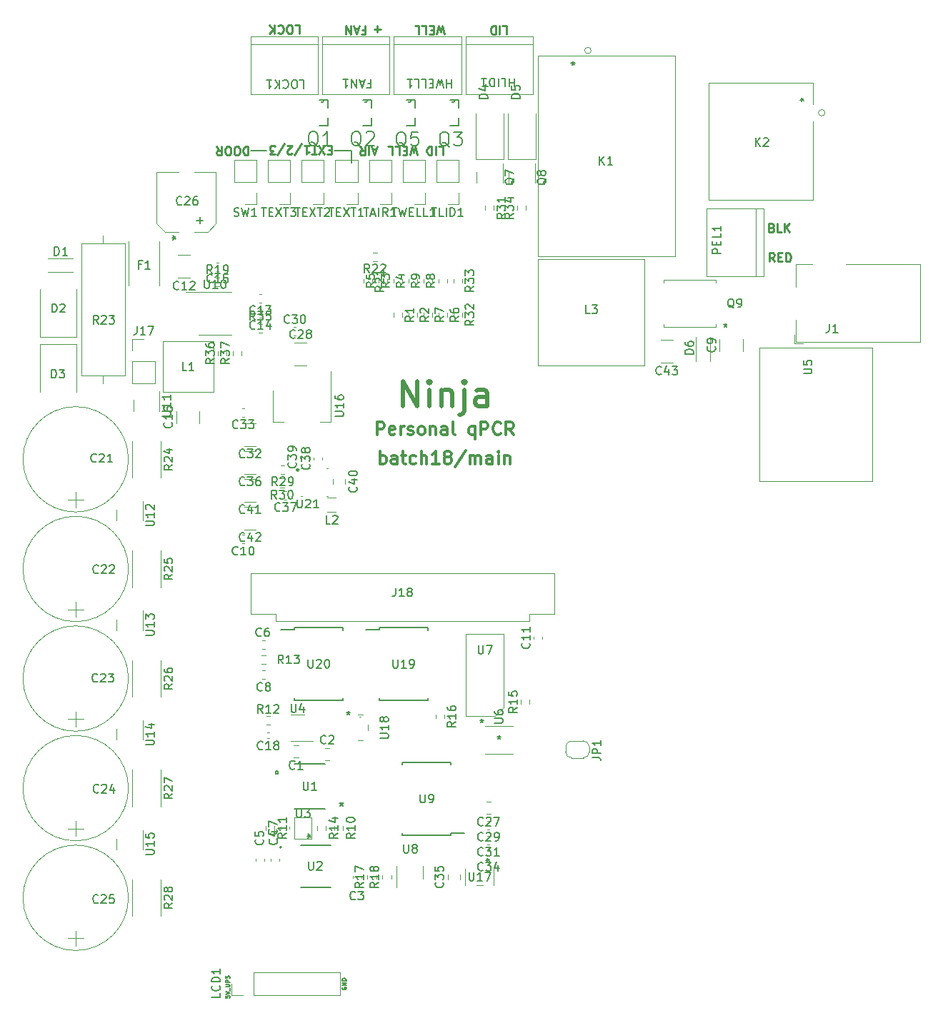
<source format=gto>
G04 #@! TF.GenerationSoftware,KiCad,Pcbnew,(6.0.1-0)*
G04 #@! TF.CreationDate,2022-02-22T01:29:47+09:00*
G04 #@! TF.ProjectId,qPCR-main,71504352-2d6d-4616-996e-2e6b69636164,rev?*
G04 #@! TF.SameCoordinates,Original*
G04 #@! TF.FileFunction,Legend,Top*
G04 #@! TF.FilePolarity,Positive*
%FSLAX46Y46*%
G04 Gerber Fmt 4.6, Leading zero omitted, Abs format (unit mm)*
G04 Created by KiCad (PCBNEW (6.0.1-0)) date 2022-02-22 01:29:47*
%MOMM*%
%LPD*%
G01*
G04 APERTURE LIST*
%ADD10C,0.150000*%
%ADD11C,0.300000*%
%ADD12C,0.127000*%
%ADD13C,0.254000*%
%ADD14C,0.500000*%
%ADD15C,0.149860*%
%ADD16C,0.120000*%
%ADD17C,0.152400*%
%ADD18C,0.200000*%
G04 APERTURE END LIST*
D10*
X118224510Y-49175000D02*
X118224510Y-50675000D01*
X116224510Y-49175000D02*
X118224510Y-49175000D01*
X108124510Y-49175000D02*
X106324510Y-49175000D01*
D11*
X121631428Y-86348571D02*
X121631428Y-84848571D01*
X121631428Y-85420000D02*
X121774285Y-85348571D01*
X122060000Y-85348571D01*
X122202857Y-85420000D01*
X122274285Y-85491428D01*
X122345714Y-85634285D01*
X122345714Y-86062857D01*
X122274285Y-86205714D01*
X122202857Y-86277142D01*
X122060000Y-86348571D01*
X121774285Y-86348571D01*
X121631428Y-86277142D01*
X123631428Y-86348571D02*
X123631428Y-85562857D01*
X123560000Y-85420000D01*
X123417142Y-85348571D01*
X123131428Y-85348571D01*
X122988571Y-85420000D01*
X123631428Y-86277142D02*
X123488571Y-86348571D01*
X123131428Y-86348571D01*
X122988571Y-86277142D01*
X122917142Y-86134285D01*
X122917142Y-85991428D01*
X122988571Y-85848571D01*
X123131428Y-85777142D01*
X123488571Y-85777142D01*
X123631428Y-85705714D01*
X124131428Y-85348571D02*
X124702857Y-85348571D01*
X124345714Y-84848571D02*
X124345714Y-86134285D01*
X124417142Y-86277142D01*
X124560000Y-86348571D01*
X124702857Y-86348571D01*
X125845714Y-86277142D02*
X125702857Y-86348571D01*
X125417142Y-86348571D01*
X125274285Y-86277142D01*
X125202857Y-86205714D01*
X125131428Y-86062857D01*
X125131428Y-85634285D01*
X125202857Y-85491428D01*
X125274285Y-85420000D01*
X125417142Y-85348571D01*
X125702857Y-85348571D01*
X125845714Y-85420000D01*
X126488571Y-86348571D02*
X126488571Y-84848571D01*
X127131428Y-86348571D02*
X127131428Y-85562857D01*
X127060000Y-85420000D01*
X126917142Y-85348571D01*
X126702857Y-85348571D01*
X126560000Y-85420000D01*
X126488571Y-85491428D01*
X128631428Y-86348571D02*
X127774285Y-86348571D01*
X128202857Y-86348571D02*
X128202857Y-84848571D01*
X128060000Y-85062857D01*
X127917142Y-85205714D01*
X127774285Y-85277142D01*
X129488571Y-85491428D02*
X129345714Y-85420000D01*
X129274285Y-85348571D01*
X129202857Y-85205714D01*
X129202857Y-85134285D01*
X129274285Y-84991428D01*
X129345714Y-84920000D01*
X129488571Y-84848571D01*
X129774285Y-84848571D01*
X129917142Y-84920000D01*
X129988571Y-84991428D01*
X130060000Y-85134285D01*
X130060000Y-85205714D01*
X129988571Y-85348571D01*
X129917142Y-85420000D01*
X129774285Y-85491428D01*
X129488571Y-85491428D01*
X129345714Y-85562857D01*
X129274285Y-85634285D01*
X129202857Y-85777142D01*
X129202857Y-86062857D01*
X129274285Y-86205714D01*
X129345714Y-86277142D01*
X129488571Y-86348571D01*
X129774285Y-86348571D01*
X129917142Y-86277142D01*
X129988571Y-86205714D01*
X130060000Y-86062857D01*
X130060000Y-85777142D01*
X129988571Y-85634285D01*
X129917142Y-85562857D01*
X129774285Y-85491428D01*
X131774285Y-84777142D02*
X130488571Y-86705714D01*
X132274285Y-86348571D02*
X132274285Y-85348571D01*
X132274285Y-85491428D02*
X132345714Y-85420000D01*
X132488571Y-85348571D01*
X132702857Y-85348571D01*
X132845714Y-85420000D01*
X132917142Y-85562857D01*
X132917142Y-86348571D01*
X132917142Y-85562857D02*
X132988571Y-85420000D01*
X133131428Y-85348571D01*
X133345714Y-85348571D01*
X133488571Y-85420000D01*
X133560000Y-85562857D01*
X133560000Y-86348571D01*
X134917142Y-86348571D02*
X134917142Y-85562857D01*
X134845714Y-85420000D01*
X134702857Y-85348571D01*
X134417142Y-85348571D01*
X134274285Y-85420000D01*
X134917142Y-86277142D02*
X134774285Y-86348571D01*
X134417142Y-86348571D01*
X134274285Y-86277142D01*
X134202857Y-86134285D01*
X134202857Y-85991428D01*
X134274285Y-85848571D01*
X134417142Y-85777142D01*
X134774285Y-85777142D01*
X134917142Y-85705714D01*
X135631428Y-86348571D02*
X135631428Y-85348571D01*
X135631428Y-84848571D02*
X135560000Y-84920000D01*
X135631428Y-84991428D01*
X135702857Y-84920000D01*
X135631428Y-84848571D01*
X135631428Y-84991428D01*
X136345714Y-85348571D02*
X136345714Y-86348571D01*
X136345714Y-85491428D02*
X136417142Y-85420000D01*
X136560000Y-85348571D01*
X136774285Y-85348571D01*
X136917142Y-85420000D01*
X136988571Y-85562857D01*
X136988571Y-86348571D01*
D12*
X112007285Y-87060000D02*
X111825857Y-87060000D01*
X111898428Y-86878571D02*
X111825857Y-87060000D01*
X111898428Y-87241428D01*
X111680714Y-86951142D02*
X111825857Y-87060000D01*
X111680714Y-87168857D01*
X103291809Y-149452285D02*
X103291809Y-149694190D01*
X103533714Y-149718380D01*
X103509523Y-149694190D01*
X103485333Y-149645809D01*
X103485333Y-149524857D01*
X103509523Y-149476476D01*
X103533714Y-149452285D01*
X103582095Y-149428095D01*
X103703047Y-149428095D01*
X103751428Y-149452285D01*
X103775619Y-149476476D01*
X103799809Y-149524857D01*
X103799809Y-149645809D01*
X103775619Y-149694190D01*
X103751428Y-149718380D01*
X103291809Y-149282952D02*
X103799809Y-149113619D01*
X103291809Y-148944285D01*
X103848190Y-148895904D02*
X103848190Y-148508857D01*
X103291809Y-148387904D02*
X103703047Y-148387904D01*
X103751428Y-148363714D01*
X103775619Y-148339523D01*
X103799809Y-148291142D01*
X103799809Y-148194380D01*
X103775619Y-148146000D01*
X103751428Y-148121809D01*
X103703047Y-148097619D01*
X103291809Y-148097619D01*
X103799809Y-147855714D02*
X103291809Y-147855714D01*
X103291809Y-147662190D01*
X103316000Y-147613809D01*
X103340190Y-147589619D01*
X103388571Y-147565428D01*
X103461142Y-147565428D01*
X103509523Y-147589619D01*
X103533714Y-147613809D01*
X103557904Y-147662190D01*
X103557904Y-147855714D01*
X103775619Y-147371904D02*
X103799809Y-147299333D01*
X103799809Y-147178380D01*
X103775619Y-147130000D01*
X103751428Y-147105809D01*
X103703047Y-147081619D01*
X103654666Y-147081619D01*
X103606285Y-147105809D01*
X103582095Y-147130000D01*
X103557904Y-147178380D01*
X103533714Y-147275142D01*
X103509523Y-147323523D01*
X103485333Y-147347714D01*
X103436952Y-147371904D01*
X103388571Y-147371904D01*
X103340190Y-147347714D01*
X103316000Y-147323523D01*
X103291809Y-147275142D01*
X103291809Y-147154190D01*
X103316000Y-147081619D01*
D13*
X136135428Y-34410380D02*
X136619238Y-34410380D01*
X136619238Y-35426380D01*
X135796761Y-34410380D02*
X135796761Y-35426380D01*
X135312952Y-34410380D02*
X135312952Y-35426380D01*
X135071047Y-35426380D01*
X134925904Y-35378000D01*
X134829142Y-35281238D01*
X134780761Y-35184476D01*
X134732380Y-34990952D01*
X134732380Y-34845809D01*
X134780761Y-34652285D01*
X134829142Y-34555523D01*
X134925904Y-34458761D01*
X135071047Y-34410380D01*
X135312952Y-34410380D01*
X129217523Y-35426380D02*
X128975619Y-34410380D01*
X128782095Y-35136095D01*
X128588571Y-34410380D01*
X128346666Y-35426380D01*
X127959619Y-34942571D02*
X127620952Y-34942571D01*
X127475809Y-34410380D02*
X127959619Y-34410380D01*
X127959619Y-35426380D01*
X127475809Y-35426380D01*
X126556571Y-34410380D02*
X127040380Y-34410380D01*
X127040380Y-35426380D01*
X125734095Y-34410380D02*
X126217904Y-34410380D01*
X126217904Y-35426380D01*
X119522476Y-34942571D02*
X119861142Y-34942571D01*
X119861142Y-34410380D02*
X119861142Y-35426380D01*
X119377333Y-35426380D01*
X119038666Y-34700666D02*
X118554857Y-34700666D01*
X119135428Y-34410380D02*
X118796761Y-35426380D01*
X118458095Y-34410380D01*
X118119428Y-34410380D02*
X118119428Y-35426380D01*
X117538857Y-34410380D01*
X117538857Y-35426380D01*
X111533714Y-34310380D02*
X112017523Y-34310380D01*
X112017523Y-35326380D01*
X111001523Y-35326380D02*
X110808000Y-35326380D01*
X110711238Y-35278000D01*
X110614476Y-35181238D01*
X110566095Y-34987714D01*
X110566095Y-34649047D01*
X110614476Y-34455523D01*
X110711238Y-34358761D01*
X110808000Y-34310380D01*
X111001523Y-34310380D01*
X111098285Y-34358761D01*
X111195047Y-34455523D01*
X111243428Y-34649047D01*
X111243428Y-34987714D01*
X111195047Y-35181238D01*
X111098285Y-35278000D01*
X111001523Y-35326380D01*
X109550095Y-34407142D02*
X109598476Y-34358761D01*
X109743619Y-34310380D01*
X109840380Y-34310380D01*
X109985523Y-34358761D01*
X110082285Y-34455523D01*
X110130666Y-34552285D01*
X110179047Y-34745809D01*
X110179047Y-34890952D01*
X110130666Y-35084476D01*
X110082285Y-35181238D01*
X109985523Y-35278000D01*
X109840380Y-35326380D01*
X109743619Y-35326380D01*
X109598476Y-35278000D01*
X109550095Y-35229619D01*
X109114666Y-34310380D02*
X109114666Y-35326380D01*
X108534095Y-34310380D02*
X108969523Y-34890952D01*
X108534095Y-35326380D02*
X109114666Y-34745809D01*
X115828890Y-49147571D02*
X115490224Y-49147571D01*
X115345081Y-48615380D02*
X115828890Y-48615380D01*
X115828890Y-49631380D01*
X115345081Y-49631380D01*
X115006414Y-49631380D02*
X114329081Y-48615380D01*
X114329081Y-49631380D02*
X115006414Y-48615380D01*
X114087176Y-49631380D02*
X113506605Y-49631380D01*
X113796890Y-48615380D02*
X113796890Y-49631380D01*
X112635748Y-48615380D02*
X113216319Y-48615380D01*
X112926033Y-48615380D02*
X112926033Y-49631380D01*
X113022795Y-49486238D01*
X113119557Y-49389476D01*
X113216319Y-49341095D01*
X111474605Y-49679761D02*
X112345462Y-48373476D01*
X111184319Y-49534619D02*
X111135938Y-49583000D01*
X111039176Y-49631380D01*
X110797271Y-49631380D01*
X110700510Y-49583000D01*
X110652129Y-49534619D01*
X110603748Y-49437857D01*
X110603748Y-49341095D01*
X110652129Y-49195952D01*
X111232700Y-48615380D01*
X110603748Y-48615380D01*
X109442605Y-49679761D02*
X110313462Y-48373476D01*
X109200700Y-49631380D02*
X108571748Y-49631380D01*
X108910414Y-49244333D01*
X108765271Y-49244333D01*
X108668510Y-49195952D01*
X108620129Y-49147571D01*
X108571748Y-49050809D01*
X108571748Y-48808904D01*
X108620129Y-48712142D01*
X108668510Y-48663761D01*
X108765271Y-48615380D01*
X109055557Y-48615380D01*
X109152319Y-48663761D01*
X109200700Y-48712142D01*
X105962986Y-48715380D02*
X105962986Y-49731380D01*
X105721081Y-49731380D01*
X105575938Y-49683000D01*
X105479176Y-49586238D01*
X105430795Y-49489476D01*
X105382414Y-49295952D01*
X105382414Y-49150809D01*
X105430795Y-48957285D01*
X105479176Y-48860523D01*
X105575938Y-48763761D01*
X105721081Y-48715380D01*
X105962986Y-48715380D01*
X104753462Y-49731380D02*
X104559938Y-49731380D01*
X104463176Y-49683000D01*
X104366414Y-49586238D01*
X104318033Y-49392714D01*
X104318033Y-49054047D01*
X104366414Y-48860523D01*
X104463176Y-48763761D01*
X104559938Y-48715380D01*
X104753462Y-48715380D01*
X104850224Y-48763761D01*
X104946986Y-48860523D01*
X104995367Y-49054047D01*
X104995367Y-49392714D01*
X104946986Y-49586238D01*
X104850224Y-49683000D01*
X104753462Y-49731380D01*
X103689081Y-49731380D02*
X103495557Y-49731380D01*
X103398795Y-49683000D01*
X103302033Y-49586238D01*
X103253652Y-49392714D01*
X103253652Y-49054047D01*
X103302033Y-48860523D01*
X103398795Y-48763761D01*
X103495557Y-48715380D01*
X103689081Y-48715380D01*
X103785843Y-48763761D01*
X103882605Y-48860523D01*
X103930986Y-49054047D01*
X103930986Y-49392714D01*
X103882605Y-49586238D01*
X103785843Y-49683000D01*
X103689081Y-49731380D01*
X102237652Y-48715380D02*
X102576319Y-49199190D01*
X102818224Y-48715380D02*
X102818224Y-49731380D01*
X102431176Y-49731380D01*
X102334414Y-49683000D01*
X102286033Y-49634619D01*
X102237652Y-49537857D01*
X102237652Y-49392714D01*
X102286033Y-49295952D01*
X102334414Y-49247571D01*
X102431176Y-49199190D01*
X102818224Y-49199190D01*
X121216319Y-49005666D02*
X120732510Y-49005666D01*
X121313081Y-48715380D02*
X120974414Y-49731380D01*
X120635748Y-48715380D01*
X120297081Y-48715380D02*
X120297081Y-49731380D01*
X119232700Y-48715380D02*
X119571367Y-49199190D01*
X119813271Y-48715380D02*
X119813271Y-49731380D01*
X119426224Y-49731380D01*
X119329462Y-49683000D01*
X119281081Y-49634619D01*
X119232700Y-49537857D01*
X119232700Y-49392714D01*
X119281081Y-49295952D01*
X119329462Y-49247571D01*
X119426224Y-49199190D01*
X119813271Y-49199190D01*
X126042033Y-49731380D02*
X125800129Y-48715380D01*
X125606605Y-49441095D01*
X125413081Y-48715380D01*
X125171176Y-49731380D01*
X124784129Y-49247571D02*
X124445462Y-49247571D01*
X124300319Y-48715380D02*
X124784129Y-48715380D01*
X124784129Y-49731380D01*
X124300319Y-49731380D01*
X123381081Y-48715380D02*
X123864890Y-48715380D01*
X123864890Y-49731380D01*
X122558605Y-48715380D02*
X123042414Y-48715380D01*
X123042414Y-49731380D01*
X128559938Y-48715380D02*
X129043748Y-48715380D01*
X129043748Y-49731380D01*
X128221271Y-48715380D02*
X128221271Y-49731380D01*
X127737462Y-48715380D02*
X127737462Y-49731380D01*
X127495557Y-49731380D01*
X127350414Y-49683000D01*
X127253652Y-49586238D01*
X127205271Y-49489476D01*
X127156890Y-49295952D01*
X127156890Y-49150809D01*
X127205271Y-48957285D01*
X127253652Y-48860523D01*
X127350414Y-48763761D01*
X127495557Y-48715380D01*
X127737462Y-48715380D01*
D12*
X117126000Y-148437047D02*
X117101809Y-148485428D01*
X117101809Y-148558000D01*
X117126000Y-148630571D01*
X117174380Y-148678952D01*
X117222761Y-148703142D01*
X117319523Y-148727333D01*
X117392095Y-148727333D01*
X117488857Y-148703142D01*
X117537238Y-148678952D01*
X117585619Y-148630571D01*
X117609809Y-148558000D01*
X117609809Y-148509619D01*
X117585619Y-148437047D01*
X117561428Y-148412857D01*
X117392095Y-148412857D01*
X117392095Y-148509619D01*
X117609809Y-148195142D02*
X117101809Y-148195142D01*
X117609809Y-147904857D01*
X117101809Y-147904857D01*
X117609809Y-147662952D02*
X117101809Y-147662952D01*
X117101809Y-147542000D01*
X117126000Y-147469428D01*
X117174380Y-147421047D01*
X117222761Y-147396857D01*
X117319523Y-147372666D01*
X117392095Y-147372666D01*
X117488857Y-147396857D01*
X117537238Y-147421047D01*
X117585619Y-147469428D01*
X117609809Y-147542000D01*
X117609809Y-147662952D01*
D11*
X121274285Y-82908571D02*
X121274285Y-81408571D01*
X121845714Y-81408571D01*
X121988571Y-81480000D01*
X122060000Y-81551428D01*
X122131428Y-81694285D01*
X122131428Y-81908571D01*
X122060000Y-82051428D01*
X121988571Y-82122857D01*
X121845714Y-82194285D01*
X121274285Y-82194285D01*
X123345714Y-82837142D02*
X123202857Y-82908571D01*
X122917142Y-82908571D01*
X122774285Y-82837142D01*
X122702857Y-82694285D01*
X122702857Y-82122857D01*
X122774285Y-81980000D01*
X122917142Y-81908571D01*
X123202857Y-81908571D01*
X123345714Y-81980000D01*
X123417142Y-82122857D01*
X123417142Y-82265714D01*
X122702857Y-82408571D01*
X124060000Y-82908571D02*
X124060000Y-81908571D01*
X124060000Y-82194285D02*
X124131428Y-82051428D01*
X124202857Y-81980000D01*
X124345714Y-81908571D01*
X124488571Y-81908571D01*
X124917142Y-82837142D02*
X125060000Y-82908571D01*
X125345714Y-82908571D01*
X125488571Y-82837142D01*
X125560000Y-82694285D01*
X125560000Y-82622857D01*
X125488571Y-82480000D01*
X125345714Y-82408571D01*
X125131428Y-82408571D01*
X124988571Y-82337142D01*
X124917142Y-82194285D01*
X124917142Y-82122857D01*
X124988571Y-81980000D01*
X125131428Y-81908571D01*
X125345714Y-81908571D01*
X125488571Y-81980000D01*
X126417142Y-82908571D02*
X126274285Y-82837142D01*
X126202857Y-82765714D01*
X126131428Y-82622857D01*
X126131428Y-82194285D01*
X126202857Y-82051428D01*
X126274285Y-81980000D01*
X126417142Y-81908571D01*
X126631428Y-81908571D01*
X126774285Y-81980000D01*
X126845714Y-82051428D01*
X126917142Y-82194285D01*
X126917142Y-82622857D01*
X126845714Y-82765714D01*
X126774285Y-82837142D01*
X126631428Y-82908571D01*
X126417142Y-82908571D01*
X127560000Y-81908571D02*
X127560000Y-82908571D01*
X127560000Y-82051428D02*
X127631428Y-81980000D01*
X127774285Y-81908571D01*
X127988571Y-81908571D01*
X128131428Y-81980000D01*
X128202857Y-82122857D01*
X128202857Y-82908571D01*
X129560000Y-82908571D02*
X129560000Y-82122857D01*
X129488571Y-81980000D01*
X129345714Y-81908571D01*
X129060000Y-81908571D01*
X128917142Y-81980000D01*
X129560000Y-82837142D02*
X129417142Y-82908571D01*
X129060000Y-82908571D01*
X128917142Y-82837142D01*
X128845714Y-82694285D01*
X128845714Y-82551428D01*
X128917142Y-82408571D01*
X129060000Y-82337142D01*
X129417142Y-82337142D01*
X129560000Y-82265714D01*
X130488571Y-82908571D02*
X130345714Y-82837142D01*
X130274285Y-82694285D01*
X130274285Y-81408571D01*
X132845714Y-81908571D02*
X132845714Y-83408571D01*
X132845714Y-82837142D02*
X132702857Y-82908571D01*
X132417142Y-82908571D01*
X132274285Y-82837142D01*
X132202857Y-82765714D01*
X132131428Y-82622857D01*
X132131428Y-82194285D01*
X132202857Y-82051428D01*
X132274285Y-81980000D01*
X132417142Y-81908571D01*
X132702857Y-81908571D01*
X132845714Y-81980000D01*
X133560000Y-82908571D02*
X133560000Y-81408571D01*
X134131428Y-81408571D01*
X134274285Y-81480000D01*
X134345714Y-81551428D01*
X134417142Y-81694285D01*
X134417142Y-81908571D01*
X134345714Y-82051428D01*
X134274285Y-82122857D01*
X134131428Y-82194285D01*
X133560000Y-82194285D01*
X135917142Y-82765714D02*
X135845714Y-82837142D01*
X135631428Y-82908571D01*
X135488571Y-82908571D01*
X135274285Y-82837142D01*
X135131428Y-82694285D01*
X135060000Y-82551428D01*
X134988571Y-82265714D01*
X134988571Y-82051428D01*
X135060000Y-81765714D01*
X135131428Y-81622857D01*
X135274285Y-81480000D01*
X135488571Y-81408571D01*
X135631428Y-81408571D01*
X135845714Y-81480000D01*
X135917142Y-81551428D01*
X137417142Y-82908571D02*
X136917142Y-82194285D01*
X136560000Y-82908571D02*
X136560000Y-81408571D01*
X137131428Y-81408571D01*
X137274285Y-81480000D01*
X137345714Y-81551428D01*
X137417142Y-81694285D01*
X137417142Y-81908571D01*
X137345714Y-82051428D01*
X137274285Y-82122857D01*
X137131428Y-82194285D01*
X136560000Y-82194285D01*
D14*
X124310000Y-79537142D02*
X124310000Y-76537142D01*
X126024285Y-79537142D01*
X126024285Y-76537142D01*
X127452857Y-79537142D02*
X127452857Y-77537142D01*
X127452857Y-76537142D02*
X127310000Y-76680000D01*
X127452857Y-76822857D01*
X127595714Y-76680000D01*
X127452857Y-76537142D01*
X127452857Y-76822857D01*
X128881428Y-77537142D02*
X128881428Y-79537142D01*
X128881428Y-77822857D02*
X129024285Y-77680000D01*
X129310000Y-77537142D01*
X129738571Y-77537142D01*
X130024285Y-77680000D01*
X130167142Y-77965714D01*
X130167142Y-79537142D01*
X131595714Y-77537142D02*
X131595714Y-80108571D01*
X131452857Y-80394285D01*
X131167142Y-80537142D01*
X131024285Y-80537142D01*
X131595714Y-76537142D02*
X131452857Y-76680000D01*
X131595714Y-76822857D01*
X131738571Y-76680000D01*
X131595714Y-76537142D01*
X131595714Y-76822857D01*
X134310000Y-79537142D02*
X134310000Y-77965714D01*
X134167142Y-77680000D01*
X133881428Y-77537142D01*
X133310000Y-77537142D01*
X133024285Y-77680000D01*
X134310000Y-79394285D02*
X134024285Y-79537142D01*
X133310000Y-79537142D01*
X133024285Y-79394285D01*
X132881428Y-79108571D01*
X132881428Y-78822857D01*
X133024285Y-78537142D01*
X133310000Y-78394285D01*
X134024285Y-78394285D01*
X134310000Y-78251428D01*
D13*
X121687058Y-34797437D02*
X120912963Y-34797437D01*
X121300011Y-34410389D02*
X121300011Y-35184485D01*
X168346857Y-62359619D02*
X168008190Y-61875809D01*
X167766285Y-62359619D02*
X167766285Y-61343619D01*
X168153333Y-61343619D01*
X168250095Y-61392000D01*
X168298476Y-61440380D01*
X168346857Y-61537142D01*
X168346857Y-61682285D01*
X168298476Y-61779047D01*
X168250095Y-61827428D01*
X168153333Y-61875809D01*
X167766285Y-61875809D01*
X168782285Y-61827428D02*
X169120952Y-61827428D01*
X169266095Y-62359619D02*
X168782285Y-62359619D01*
X168782285Y-61343619D01*
X169266095Y-61343619D01*
X169701523Y-62359619D02*
X169701523Y-61343619D01*
X169943428Y-61343619D01*
X170088571Y-61392000D01*
X170185333Y-61488761D01*
X170233714Y-61585523D01*
X170282095Y-61779047D01*
X170282095Y-61924190D01*
X170233714Y-62117714D01*
X170185333Y-62214476D01*
X170088571Y-62311238D01*
X169943428Y-62359619D01*
X169701523Y-62359619D01*
X168053333Y-58327428D02*
X168198476Y-58375809D01*
X168246857Y-58424190D01*
X168295238Y-58520952D01*
X168295238Y-58666095D01*
X168246857Y-58762857D01*
X168198476Y-58811238D01*
X168101714Y-58859619D01*
X167714666Y-58859619D01*
X167714666Y-57843619D01*
X168053333Y-57843619D01*
X168150095Y-57892000D01*
X168198476Y-57940380D01*
X168246857Y-58037142D01*
X168246857Y-58133904D01*
X168198476Y-58230666D01*
X168150095Y-58279047D01*
X168053333Y-58327428D01*
X167714666Y-58327428D01*
X169214476Y-58859619D02*
X168730666Y-58859619D01*
X168730666Y-57843619D01*
X169553142Y-58859619D02*
X169553142Y-57843619D01*
X170133714Y-58859619D02*
X169698285Y-58279047D01*
X170133714Y-57843619D02*
X169553142Y-58424190D01*
D10*
X113101909Y-109561380D02*
X113101909Y-110370904D01*
X113149528Y-110466142D01*
X113197147Y-110513761D01*
X113292385Y-110561380D01*
X113482862Y-110561380D01*
X113578100Y-110513761D01*
X113625719Y-110466142D01*
X113673338Y-110370904D01*
X113673338Y-109561380D01*
X114101909Y-109656619D02*
X114149528Y-109609000D01*
X114244766Y-109561380D01*
X114482862Y-109561380D01*
X114578100Y-109609000D01*
X114625719Y-109656619D01*
X114673338Y-109751857D01*
X114673338Y-109847095D01*
X114625719Y-109989952D01*
X114054290Y-110561380D01*
X114673338Y-110561380D01*
X115292385Y-109561380D02*
X115387624Y-109561380D01*
X115482862Y-109609000D01*
X115530481Y-109656619D01*
X115578100Y-109751857D01*
X115625719Y-109942333D01*
X115625719Y-110180428D01*
X115578100Y-110370904D01*
X115530481Y-110466142D01*
X115482862Y-110513761D01*
X115387624Y-110561380D01*
X115292385Y-110561380D01*
X115197147Y-110513761D01*
X115149528Y-110466142D01*
X115101909Y-110370904D01*
X115054290Y-110180428D01*
X115054290Y-109942333D01*
X115101909Y-109751857D01*
X115149528Y-109656619D01*
X115197147Y-109609000D01*
X115292385Y-109561380D01*
X100811916Y-64552370D02*
X100811916Y-65361894D01*
X100859535Y-65457132D01*
X100907154Y-65504751D01*
X101002392Y-65552370D01*
X101192869Y-65552370D01*
X101288107Y-65504751D01*
X101335726Y-65457132D01*
X101383345Y-65361894D01*
X101383345Y-64552370D01*
X102383345Y-65552370D02*
X101811916Y-65552370D01*
X102097631Y-65552370D02*
X102097631Y-64552370D01*
X102002392Y-64695228D01*
X101907154Y-64790466D01*
X101811916Y-64838085D01*
X103002392Y-64552370D02*
X103097631Y-64552370D01*
X103192869Y-64599990D01*
X103240488Y-64647609D01*
X103288107Y-64742847D01*
X103335726Y-64933323D01*
X103335726Y-65171418D01*
X103288107Y-65361894D01*
X103240488Y-65457132D01*
X103192869Y-65504751D01*
X103097631Y-65552370D01*
X103002392Y-65552370D01*
X102907154Y-65504751D01*
X102859535Y-65457132D01*
X102811916Y-65361894D01*
X102764297Y-65171418D01*
X102764297Y-64933323D01*
X102811916Y-64742847D01*
X102859535Y-64647609D01*
X102907154Y-64599990D01*
X103002392Y-64552370D01*
X102662380Y-149136666D02*
X102662380Y-149612857D01*
X101662380Y-149612857D01*
X102567142Y-148231904D02*
X102614761Y-148279523D01*
X102662380Y-148422380D01*
X102662380Y-148517619D01*
X102614761Y-148660476D01*
X102519523Y-148755714D01*
X102424285Y-148803333D01*
X102233809Y-148850952D01*
X102090952Y-148850952D01*
X101900476Y-148803333D01*
X101805238Y-148755714D01*
X101710000Y-148660476D01*
X101662380Y-148517619D01*
X101662380Y-148422380D01*
X101710000Y-148279523D01*
X101757619Y-148231904D01*
X102662380Y-147803333D02*
X101662380Y-147803333D01*
X101662380Y-147565238D01*
X101710000Y-147422380D01*
X101805238Y-147327142D01*
X101900476Y-147279523D01*
X102090952Y-147231904D01*
X102233809Y-147231904D01*
X102424285Y-147279523D01*
X102519523Y-147327142D01*
X102614761Y-147422380D01*
X102662380Y-147565238D01*
X102662380Y-147803333D01*
X102662380Y-146279523D02*
X102662380Y-146850952D01*
X102662380Y-146565238D02*
X101662380Y-146565238D01*
X101805238Y-146660476D01*
X101900476Y-146755714D01*
X101948095Y-146850952D01*
X130095238Y-40717619D02*
X130095238Y-41717619D01*
X130095238Y-41241428D02*
X129523809Y-41241428D01*
X129523809Y-40717619D02*
X129523809Y-41717619D01*
X129142857Y-41717619D02*
X128904761Y-40717619D01*
X128714285Y-41431904D01*
X128523809Y-40717619D01*
X128285714Y-41717619D01*
X127904761Y-41241428D02*
X127571428Y-41241428D01*
X127428571Y-40717619D02*
X127904761Y-40717619D01*
X127904761Y-41717619D01*
X127428571Y-41717619D01*
X126523809Y-40717619D02*
X127000000Y-40717619D01*
X127000000Y-41717619D01*
X125714285Y-40717619D02*
X126190476Y-40717619D01*
X126190476Y-41717619D01*
X124857142Y-40717619D02*
X125428571Y-40717619D01*
X125142857Y-40717619D02*
X125142857Y-41717619D01*
X125238095Y-41574761D01*
X125333333Y-41479523D01*
X125428571Y-41431904D01*
X92790476Y-70022380D02*
X92790476Y-70736666D01*
X92742857Y-70879523D01*
X92647619Y-70974761D01*
X92504761Y-71022380D01*
X92409523Y-71022380D01*
X93790476Y-71022380D02*
X93219047Y-71022380D01*
X93504761Y-71022380D02*
X93504761Y-70022380D01*
X93409523Y-70165238D01*
X93314285Y-70260476D01*
X93219047Y-70308095D01*
X94123809Y-70022380D02*
X94790476Y-70022380D01*
X94361904Y-71022380D01*
X146792380Y-121173333D02*
X147506666Y-121173333D01*
X147649523Y-121220952D01*
X147744761Y-121316190D01*
X147792380Y-121459047D01*
X147792380Y-121554285D01*
X147792380Y-120697142D02*
X146792380Y-120697142D01*
X146792380Y-120316190D01*
X146840000Y-120220952D01*
X146887619Y-120173333D01*
X146982857Y-120125714D01*
X147125714Y-120125714D01*
X147220952Y-120173333D01*
X147268571Y-120220952D01*
X147316190Y-120316190D01*
X147316190Y-120697142D01*
X147792380Y-119173333D02*
X147792380Y-119744761D01*
X147792380Y-119459047D02*
X146792380Y-119459047D01*
X146935238Y-119554285D01*
X147030476Y-119649523D01*
X147078095Y-119744761D01*
X95788380Y-80688095D02*
X96597904Y-80688095D01*
X96693142Y-80640476D01*
X96740761Y-80592857D01*
X96788380Y-80497619D01*
X96788380Y-80307142D01*
X96740761Y-80211904D01*
X96693142Y-80164285D01*
X96597904Y-80116666D01*
X95788380Y-80116666D01*
X96788380Y-79116666D02*
X96788380Y-79688095D01*
X96788380Y-79402380D02*
X95788380Y-79402380D01*
X95931238Y-79497619D01*
X96026476Y-79592857D01*
X96074095Y-79688095D01*
X96788380Y-78164285D02*
X96788380Y-78735714D01*
X96788380Y-78450000D02*
X95788380Y-78450000D01*
X95931238Y-78545238D01*
X96026476Y-78640476D01*
X96074095Y-78735714D01*
X93828380Y-93688095D02*
X94637904Y-93688095D01*
X94733142Y-93640476D01*
X94780761Y-93592857D01*
X94828380Y-93497619D01*
X94828380Y-93307142D01*
X94780761Y-93211904D01*
X94733142Y-93164285D01*
X94637904Y-93116666D01*
X93828380Y-93116666D01*
X94828380Y-92116666D02*
X94828380Y-92688095D01*
X94828380Y-92402380D02*
X93828380Y-92402380D01*
X93971238Y-92497619D01*
X94066476Y-92592857D01*
X94114095Y-92688095D01*
X93923619Y-91735714D02*
X93876000Y-91688095D01*
X93828380Y-91592857D01*
X93828380Y-91354761D01*
X93876000Y-91259523D01*
X93923619Y-91211904D01*
X94018857Y-91164285D01*
X94114095Y-91164285D01*
X94256952Y-91211904D01*
X94828380Y-91783333D01*
X94828380Y-91164285D01*
X93828380Y-106688095D02*
X94637904Y-106688095D01*
X94733142Y-106640476D01*
X94780761Y-106592857D01*
X94828380Y-106497619D01*
X94828380Y-106307142D01*
X94780761Y-106211904D01*
X94733142Y-106164285D01*
X94637904Y-106116666D01*
X93828380Y-106116666D01*
X94828380Y-105116666D02*
X94828380Y-105688095D01*
X94828380Y-105402380D02*
X93828380Y-105402380D01*
X93971238Y-105497619D01*
X94066476Y-105592857D01*
X94114095Y-105688095D01*
X93828380Y-104783333D02*
X93828380Y-104164285D01*
X94209333Y-104497619D01*
X94209333Y-104354761D01*
X94256952Y-104259523D01*
X94304571Y-104211904D01*
X94399809Y-104164285D01*
X94637904Y-104164285D01*
X94733142Y-104211904D01*
X94780761Y-104259523D01*
X94828380Y-104354761D01*
X94828380Y-104640476D01*
X94780761Y-104735714D01*
X94733142Y-104783333D01*
X93828380Y-119688095D02*
X94637904Y-119688095D01*
X94733142Y-119640476D01*
X94780761Y-119592857D01*
X94828380Y-119497619D01*
X94828380Y-119307142D01*
X94780761Y-119211904D01*
X94733142Y-119164285D01*
X94637904Y-119116666D01*
X93828380Y-119116666D01*
X94828380Y-118116666D02*
X94828380Y-118688095D01*
X94828380Y-118402380D02*
X93828380Y-118402380D01*
X93971238Y-118497619D01*
X94066476Y-118592857D01*
X94114095Y-118688095D01*
X94161714Y-117259523D02*
X94828380Y-117259523D01*
X93780761Y-117497619D02*
X94495047Y-117735714D01*
X94495047Y-117116666D01*
X93828380Y-132688095D02*
X94637904Y-132688095D01*
X94733142Y-132640476D01*
X94780761Y-132592857D01*
X94828380Y-132497619D01*
X94828380Y-132307142D01*
X94780761Y-132211904D01*
X94733142Y-132164285D01*
X94637904Y-132116666D01*
X93828380Y-132116666D01*
X94828380Y-131116666D02*
X94828380Y-131688095D01*
X94828380Y-131402380D02*
X93828380Y-131402380D01*
X93971238Y-131497619D01*
X94066476Y-131592857D01*
X94114095Y-131688095D01*
X93828380Y-130211904D02*
X93828380Y-130688095D01*
X94304571Y-130735714D01*
X94256952Y-130688095D01*
X94209333Y-130592857D01*
X94209333Y-130354761D01*
X94256952Y-130259523D01*
X94304571Y-130211904D01*
X94399809Y-130164285D01*
X94637904Y-130164285D01*
X94733142Y-130211904D01*
X94780761Y-130259523D01*
X94828380Y-130354761D01*
X94828380Y-130592857D01*
X94780761Y-130688095D01*
X94733142Y-130735714D01*
X116277380Y-80713095D02*
X117086904Y-80713095D01*
X117182142Y-80665476D01*
X117229761Y-80617857D01*
X117277380Y-80522619D01*
X117277380Y-80332142D01*
X117229761Y-80236904D01*
X117182142Y-80189285D01*
X117086904Y-80141666D01*
X116277380Y-80141666D01*
X117277380Y-79141666D02*
X117277380Y-79713095D01*
X117277380Y-79427380D02*
X116277380Y-79427380D01*
X116420238Y-79522619D01*
X116515476Y-79617857D01*
X116563095Y-79713095D01*
X116277380Y-78284523D02*
X116277380Y-78475000D01*
X116325000Y-78570238D01*
X116372619Y-78617857D01*
X116515476Y-78713095D01*
X116705952Y-78760714D01*
X117086904Y-78760714D01*
X117182142Y-78713095D01*
X117229761Y-78665476D01*
X117277380Y-78570238D01*
X117277380Y-78379761D01*
X117229761Y-78284523D01*
X117182142Y-78236904D01*
X117086904Y-78189285D01*
X116848809Y-78189285D01*
X116753571Y-78236904D01*
X116705952Y-78284523D01*
X116658333Y-78379761D01*
X116658333Y-78570238D01*
X116705952Y-78665476D01*
X116753571Y-78713095D01*
X116848809Y-78760714D01*
D15*
X111801904Y-90582380D02*
X111801904Y-91391904D01*
X111849523Y-91487142D01*
X111897142Y-91534761D01*
X111992380Y-91582380D01*
X112182857Y-91582380D01*
X112278095Y-91534761D01*
X112325714Y-91487142D01*
X112373333Y-91391904D01*
X112373333Y-90582380D01*
X112801904Y-90677619D02*
X112849523Y-90630000D01*
X112944761Y-90582380D01*
X113182857Y-90582380D01*
X113278095Y-90630000D01*
X113325714Y-90677619D01*
X113373333Y-90772857D01*
X113373333Y-90868095D01*
X113325714Y-91010952D01*
X112754285Y-91582380D01*
X113373333Y-91582380D01*
X114325714Y-91582380D02*
X113754285Y-91582380D01*
X114040000Y-91582380D02*
X114040000Y-90582380D01*
X113944761Y-90725238D01*
X113849523Y-90820476D01*
X113754285Y-90868095D01*
D10*
X88227142Y-99257142D02*
X88179523Y-99304761D01*
X88036666Y-99352380D01*
X87941428Y-99352380D01*
X87798571Y-99304761D01*
X87703333Y-99209523D01*
X87655714Y-99114285D01*
X87608095Y-98923809D01*
X87608095Y-98780952D01*
X87655714Y-98590476D01*
X87703333Y-98495238D01*
X87798571Y-98400000D01*
X87941428Y-98352380D01*
X88036666Y-98352380D01*
X88179523Y-98400000D01*
X88227142Y-98447619D01*
X88608095Y-98447619D02*
X88655714Y-98400000D01*
X88750952Y-98352380D01*
X88989047Y-98352380D01*
X89084285Y-98400000D01*
X89131904Y-98447619D01*
X89179523Y-98542857D01*
X89179523Y-98638095D01*
X89131904Y-98780952D01*
X88560476Y-99352380D01*
X89179523Y-99352380D01*
X89560476Y-98447619D02*
X89608095Y-98400000D01*
X89703333Y-98352380D01*
X89941428Y-98352380D01*
X90036666Y-98400000D01*
X90084285Y-98447619D01*
X90131904Y-98542857D01*
X90131904Y-98638095D01*
X90084285Y-98780952D01*
X89512857Y-99352380D01*
X90131904Y-99352380D01*
X88127142Y-112137142D02*
X88079523Y-112184761D01*
X87936666Y-112232380D01*
X87841428Y-112232380D01*
X87698571Y-112184761D01*
X87603333Y-112089523D01*
X87555714Y-111994285D01*
X87508095Y-111803809D01*
X87508095Y-111660952D01*
X87555714Y-111470476D01*
X87603333Y-111375238D01*
X87698571Y-111280000D01*
X87841428Y-111232380D01*
X87936666Y-111232380D01*
X88079523Y-111280000D01*
X88127142Y-111327619D01*
X88508095Y-111327619D02*
X88555714Y-111280000D01*
X88650952Y-111232380D01*
X88889047Y-111232380D01*
X88984285Y-111280000D01*
X89031904Y-111327619D01*
X89079523Y-111422857D01*
X89079523Y-111518095D01*
X89031904Y-111660952D01*
X88460476Y-112232380D01*
X89079523Y-112232380D01*
X89412857Y-111232380D02*
X90031904Y-111232380D01*
X89698571Y-111613333D01*
X89841428Y-111613333D01*
X89936666Y-111660952D01*
X89984285Y-111708571D01*
X90031904Y-111803809D01*
X90031904Y-112041904D01*
X89984285Y-112137142D01*
X89936666Y-112184761D01*
X89841428Y-112232380D01*
X89555714Y-112232380D01*
X89460476Y-112184761D01*
X89412857Y-112137142D01*
X88257142Y-125277142D02*
X88209523Y-125324761D01*
X88066666Y-125372380D01*
X87971428Y-125372380D01*
X87828571Y-125324761D01*
X87733333Y-125229523D01*
X87685714Y-125134285D01*
X87638095Y-124943809D01*
X87638095Y-124800952D01*
X87685714Y-124610476D01*
X87733333Y-124515238D01*
X87828571Y-124420000D01*
X87971428Y-124372380D01*
X88066666Y-124372380D01*
X88209523Y-124420000D01*
X88257142Y-124467619D01*
X88638095Y-124467619D02*
X88685714Y-124420000D01*
X88780952Y-124372380D01*
X89019047Y-124372380D01*
X89114285Y-124420000D01*
X89161904Y-124467619D01*
X89209523Y-124562857D01*
X89209523Y-124658095D01*
X89161904Y-124800952D01*
X88590476Y-125372380D01*
X89209523Y-125372380D01*
X90066666Y-124705714D02*
X90066666Y-125372380D01*
X89828571Y-124324761D02*
X89590476Y-125039047D01*
X90209523Y-125039047D01*
X88197142Y-138367142D02*
X88149523Y-138414761D01*
X88006666Y-138462380D01*
X87911428Y-138462380D01*
X87768571Y-138414761D01*
X87673333Y-138319523D01*
X87625714Y-138224285D01*
X87578095Y-138033809D01*
X87578095Y-137890952D01*
X87625714Y-137700476D01*
X87673333Y-137605238D01*
X87768571Y-137510000D01*
X87911428Y-137462380D01*
X88006666Y-137462380D01*
X88149523Y-137510000D01*
X88197142Y-137557619D01*
X88578095Y-137557619D02*
X88625714Y-137510000D01*
X88720952Y-137462380D01*
X88959047Y-137462380D01*
X89054285Y-137510000D01*
X89101904Y-137557619D01*
X89149523Y-137652857D01*
X89149523Y-137748095D01*
X89101904Y-137890952D01*
X88530476Y-138462380D01*
X89149523Y-138462380D01*
X90054285Y-137462380D02*
X89578095Y-137462380D01*
X89530476Y-137938571D01*
X89578095Y-137890952D01*
X89673333Y-137843333D01*
X89911428Y-137843333D01*
X90006666Y-137890952D01*
X90054285Y-137938571D01*
X90101904Y-138033809D01*
X90101904Y-138271904D01*
X90054285Y-138367142D01*
X90006666Y-138414761D01*
X89911428Y-138462380D01*
X89673333Y-138462380D01*
X89578095Y-138414761D01*
X89530476Y-138367142D01*
D15*
X132161899Y-134782384D02*
X132161899Y-135591908D01*
X132209518Y-135687146D01*
X132257137Y-135734765D01*
X132352375Y-135782384D01*
X132542852Y-135782384D01*
X132638090Y-135734765D01*
X132685709Y-135687146D01*
X132733328Y-135591908D01*
X132733328Y-134782384D01*
X133733328Y-135782384D02*
X133161899Y-135782384D01*
X133447614Y-135782384D02*
X133447614Y-134782384D01*
X133352375Y-134925242D01*
X133257137Y-135020480D01*
X133161899Y-135068099D01*
X134066661Y-134782384D02*
X134733328Y-134782384D01*
X134304756Y-135782384D01*
D10*
X134152375Y-133330004D02*
X134390471Y-133330004D01*
X134295233Y-133568099D02*
X134390471Y-133330004D01*
X134295233Y-133091908D01*
X134580947Y-133472861D02*
X134390471Y-133330004D01*
X134580947Y-133187146D01*
X134152375Y-133330004D02*
X134390471Y-133330004D01*
X134295233Y-133568099D02*
X134390471Y-133330004D01*
X134295233Y-133091908D01*
X134580947Y-133472861D02*
X134390471Y-133330004D01*
X134580947Y-133187146D01*
X133817142Y-129187142D02*
X133769523Y-129234761D01*
X133626666Y-129282380D01*
X133531428Y-129282380D01*
X133388571Y-129234761D01*
X133293333Y-129139523D01*
X133245714Y-129044285D01*
X133198095Y-128853809D01*
X133198095Y-128710952D01*
X133245714Y-128520476D01*
X133293333Y-128425238D01*
X133388571Y-128330000D01*
X133531428Y-128282380D01*
X133626666Y-128282380D01*
X133769523Y-128330000D01*
X133817142Y-128377619D01*
X134198095Y-128377619D02*
X134245714Y-128330000D01*
X134340952Y-128282380D01*
X134579047Y-128282380D01*
X134674285Y-128330000D01*
X134721904Y-128377619D01*
X134769523Y-128472857D01*
X134769523Y-128568095D01*
X134721904Y-128710952D01*
X134150476Y-129282380D01*
X134769523Y-129282380D01*
X135102857Y-128282380D02*
X135769523Y-128282380D01*
X135340952Y-129282380D01*
X133817142Y-130969142D02*
X133769523Y-131016761D01*
X133626666Y-131064380D01*
X133531428Y-131064380D01*
X133388571Y-131016761D01*
X133293333Y-130921523D01*
X133245714Y-130826285D01*
X133198095Y-130635809D01*
X133198095Y-130492952D01*
X133245714Y-130302476D01*
X133293333Y-130207238D01*
X133388571Y-130112000D01*
X133531428Y-130064380D01*
X133626666Y-130064380D01*
X133769523Y-130112000D01*
X133817142Y-130159619D01*
X134198095Y-130159619D02*
X134245714Y-130112000D01*
X134340952Y-130064380D01*
X134579047Y-130064380D01*
X134674285Y-130112000D01*
X134721904Y-130159619D01*
X134769523Y-130254857D01*
X134769523Y-130350095D01*
X134721904Y-130492952D01*
X134150476Y-131064380D01*
X134769523Y-131064380D01*
X135245714Y-131064380D02*
X135436190Y-131064380D01*
X135531428Y-131016761D01*
X135579047Y-130969142D01*
X135674285Y-130826285D01*
X135721904Y-130635809D01*
X135721904Y-130254857D01*
X135674285Y-130159619D01*
X135626666Y-130112000D01*
X135531428Y-130064380D01*
X135340952Y-130064380D01*
X135245714Y-130112000D01*
X135198095Y-130159619D01*
X135150476Y-130254857D01*
X135150476Y-130492952D01*
X135198095Y-130588190D01*
X135245714Y-130635809D01*
X135340952Y-130683428D01*
X135531428Y-130683428D01*
X135626666Y-130635809D01*
X135674285Y-130588190D01*
X135721904Y-130492952D01*
X110857142Y-69597142D02*
X110809523Y-69644761D01*
X110666666Y-69692380D01*
X110571428Y-69692380D01*
X110428571Y-69644761D01*
X110333333Y-69549523D01*
X110285714Y-69454285D01*
X110238095Y-69263809D01*
X110238095Y-69120952D01*
X110285714Y-68930476D01*
X110333333Y-68835238D01*
X110428571Y-68740000D01*
X110571428Y-68692380D01*
X110666666Y-68692380D01*
X110809523Y-68740000D01*
X110857142Y-68787619D01*
X111190476Y-68692380D02*
X111809523Y-68692380D01*
X111476190Y-69073333D01*
X111619047Y-69073333D01*
X111714285Y-69120952D01*
X111761904Y-69168571D01*
X111809523Y-69263809D01*
X111809523Y-69501904D01*
X111761904Y-69597142D01*
X111714285Y-69644761D01*
X111619047Y-69692380D01*
X111333333Y-69692380D01*
X111238095Y-69644761D01*
X111190476Y-69597142D01*
X112428571Y-68692380D02*
X112523809Y-68692380D01*
X112619047Y-68740000D01*
X112666666Y-68787619D01*
X112714285Y-68882857D01*
X112761904Y-69073333D01*
X112761904Y-69311428D01*
X112714285Y-69501904D01*
X112666666Y-69597142D01*
X112619047Y-69644761D01*
X112523809Y-69692380D01*
X112428571Y-69692380D01*
X112333333Y-69644761D01*
X112285714Y-69597142D01*
X112238095Y-69501904D01*
X112190476Y-69311428D01*
X112190476Y-69073333D01*
X112238095Y-68882857D01*
X112285714Y-68787619D01*
X112333333Y-68740000D01*
X112428571Y-68692380D01*
X133817142Y-132747142D02*
X133769523Y-132794761D01*
X133626666Y-132842380D01*
X133531428Y-132842380D01*
X133388571Y-132794761D01*
X133293333Y-132699523D01*
X133245714Y-132604285D01*
X133198095Y-132413809D01*
X133198095Y-132270952D01*
X133245714Y-132080476D01*
X133293333Y-131985238D01*
X133388571Y-131890000D01*
X133531428Y-131842380D01*
X133626666Y-131842380D01*
X133769523Y-131890000D01*
X133817142Y-131937619D01*
X134150476Y-131842380D02*
X134769523Y-131842380D01*
X134436190Y-132223333D01*
X134579047Y-132223333D01*
X134674285Y-132270952D01*
X134721904Y-132318571D01*
X134769523Y-132413809D01*
X134769523Y-132651904D01*
X134721904Y-132747142D01*
X134674285Y-132794761D01*
X134579047Y-132842380D01*
X134293333Y-132842380D01*
X134198095Y-132794761D01*
X134150476Y-132747142D01*
X135721904Y-132842380D02*
X135150476Y-132842380D01*
X135436190Y-132842380D02*
X135436190Y-131842380D01*
X135340952Y-131985238D01*
X135245714Y-132080476D01*
X135150476Y-132128095D01*
X104757142Y-82067142D02*
X104709523Y-82114761D01*
X104566666Y-82162380D01*
X104471428Y-82162380D01*
X104328571Y-82114761D01*
X104233333Y-82019523D01*
X104185714Y-81924285D01*
X104138095Y-81733809D01*
X104138095Y-81590952D01*
X104185714Y-81400476D01*
X104233333Y-81305238D01*
X104328571Y-81210000D01*
X104471428Y-81162380D01*
X104566666Y-81162380D01*
X104709523Y-81210000D01*
X104757142Y-81257619D01*
X105090476Y-81162380D02*
X105709523Y-81162380D01*
X105376190Y-81543333D01*
X105519047Y-81543333D01*
X105614285Y-81590952D01*
X105661904Y-81638571D01*
X105709523Y-81733809D01*
X105709523Y-81971904D01*
X105661904Y-82067142D01*
X105614285Y-82114761D01*
X105519047Y-82162380D01*
X105233333Y-82162380D01*
X105138095Y-82114761D01*
X105090476Y-82067142D01*
X106042857Y-81162380D02*
X106661904Y-81162380D01*
X106328571Y-81543333D01*
X106471428Y-81543333D01*
X106566666Y-81590952D01*
X106614285Y-81638571D01*
X106661904Y-81733809D01*
X106661904Y-81971904D01*
X106614285Y-82067142D01*
X106566666Y-82114761D01*
X106471428Y-82162380D01*
X106185714Y-82162380D01*
X106090476Y-82114761D01*
X106042857Y-82067142D01*
X109757142Y-91877142D02*
X109709523Y-91924761D01*
X109566666Y-91972380D01*
X109471428Y-91972380D01*
X109328571Y-91924761D01*
X109233333Y-91829523D01*
X109185714Y-91734285D01*
X109138095Y-91543809D01*
X109138095Y-91400952D01*
X109185714Y-91210476D01*
X109233333Y-91115238D01*
X109328571Y-91020000D01*
X109471428Y-90972380D01*
X109566666Y-90972380D01*
X109709523Y-91020000D01*
X109757142Y-91067619D01*
X110090476Y-90972380D02*
X110709523Y-90972380D01*
X110376190Y-91353333D01*
X110519047Y-91353333D01*
X110614285Y-91400952D01*
X110661904Y-91448571D01*
X110709523Y-91543809D01*
X110709523Y-91781904D01*
X110661904Y-91877142D01*
X110614285Y-91924761D01*
X110519047Y-91972380D01*
X110233333Y-91972380D01*
X110138095Y-91924761D01*
X110090476Y-91877142D01*
X111042857Y-90972380D02*
X111709523Y-90972380D01*
X111280952Y-91972380D01*
X113217142Y-86362857D02*
X113264761Y-86410476D01*
X113312380Y-86553333D01*
X113312380Y-86648571D01*
X113264761Y-86791428D01*
X113169523Y-86886666D01*
X113074285Y-86934285D01*
X112883809Y-86981904D01*
X112740952Y-86981904D01*
X112550476Y-86934285D01*
X112455238Y-86886666D01*
X112360000Y-86791428D01*
X112312380Y-86648571D01*
X112312380Y-86553333D01*
X112360000Y-86410476D01*
X112407619Y-86362857D01*
X112312380Y-86029523D02*
X112312380Y-85410476D01*
X112693333Y-85743809D01*
X112693333Y-85600952D01*
X112740952Y-85505714D01*
X112788571Y-85458095D01*
X112883809Y-85410476D01*
X113121904Y-85410476D01*
X113217142Y-85458095D01*
X113264761Y-85505714D01*
X113312380Y-85600952D01*
X113312380Y-85886666D01*
X113264761Y-85981904D01*
X113217142Y-86029523D01*
X112740952Y-84839047D02*
X112693333Y-84934285D01*
X112645714Y-84981904D01*
X112550476Y-85029523D01*
X112502857Y-85029523D01*
X112407619Y-84981904D01*
X112360000Y-84934285D01*
X112312380Y-84839047D01*
X112312380Y-84648571D01*
X112360000Y-84553333D01*
X112407619Y-84505714D01*
X112502857Y-84458095D01*
X112550476Y-84458095D01*
X112645714Y-84505714D01*
X112693333Y-84553333D01*
X112740952Y-84648571D01*
X112740952Y-84839047D01*
X112788571Y-84934285D01*
X112836190Y-84981904D01*
X112931428Y-85029523D01*
X113121904Y-85029523D01*
X113217142Y-84981904D01*
X113264761Y-84934285D01*
X113312380Y-84839047D01*
X113312380Y-84648571D01*
X113264761Y-84553333D01*
X113217142Y-84505714D01*
X113121904Y-84458095D01*
X112931428Y-84458095D01*
X112836190Y-84505714D01*
X112788571Y-84553333D01*
X112740952Y-84648571D01*
X111597142Y-86192857D02*
X111644761Y-86240476D01*
X111692380Y-86383333D01*
X111692380Y-86478571D01*
X111644761Y-86621428D01*
X111549523Y-86716666D01*
X111454285Y-86764285D01*
X111263809Y-86811904D01*
X111120952Y-86811904D01*
X110930476Y-86764285D01*
X110835238Y-86716666D01*
X110740000Y-86621428D01*
X110692380Y-86478571D01*
X110692380Y-86383333D01*
X110740000Y-86240476D01*
X110787619Y-86192857D01*
X110692380Y-85859523D02*
X110692380Y-85240476D01*
X111073333Y-85573809D01*
X111073333Y-85430952D01*
X111120952Y-85335714D01*
X111168571Y-85288095D01*
X111263809Y-85240476D01*
X111501904Y-85240476D01*
X111597142Y-85288095D01*
X111644761Y-85335714D01*
X111692380Y-85430952D01*
X111692380Y-85716666D01*
X111644761Y-85811904D01*
X111597142Y-85859523D01*
X111692380Y-84764285D02*
X111692380Y-84573809D01*
X111644761Y-84478571D01*
X111597142Y-84430952D01*
X111454285Y-84335714D01*
X111263809Y-84288095D01*
X110882857Y-84288095D01*
X110787619Y-84335714D01*
X110740000Y-84383333D01*
X110692380Y-84478571D01*
X110692380Y-84669047D01*
X110740000Y-84764285D01*
X110787619Y-84811904D01*
X110882857Y-84859523D01*
X111120952Y-84859523D01*
X111216190Y-84811904D01*
X111263809Y-84764285D01*
X111311428Y-84669047D01*
X111311428Y-84478571D01*
X111263809Y-84383333D01*
X111216190Y-84335714D01*
X111120952Y-84288095D01*
X118807142Y-89102857D02*
X118854761Y-89150476D01*
X118902380Y-89293333D01*
X118902380Y-89388571D01*
X118854761Y-89531428D01*
X118759523Y-89626666D01*
X118664285Y-89674285D01*
X118473809Y-89721904D01*
X118330952Y-89721904D01*
X118140476Y-89674285D01*
X118045238Y-89626666D01*
X117950000Y-89531428D01*
X117902380Y-89388571D01*
X117902380Y-89293333D01*
X117950000Y-89150476D01*
X117997619Y-89102857D01*
X118235714Y-88245714D02*
X118902380Y-88245714D01*
X117854761Y-88483809D02*
X118569047Y-88721904D01*
X118569047Y-88102857D01*
X117902380Y-87531428D02*
X117902380Y-87436190D01*
X117950000Y-87340952D01*
X117997619Y-87293333D01*
X118092857Y-87245714D01*
X118283333Y-87198095D01*
X118521428Y-87198095D01*
X118711904Y-87245714D01*
X118807142Y-87293333D01*
X118854761Y-87340952D01*
X118902380Y-87436190D01*
X118902380Y-87531428D01*
X118854761Y-87626666D01*
X118807142Y-87674285D01*
X118711904Y-87721904D01*
X118521428Y-87769523D01*
X118283333Y-87769523D01*
X118092857Y-87721904D01*
X117997619Y-87674285D01*
X117950000Y-87626666D01*
X117902380Y-87531428D01*
X105557142Y-92137142D02*
X105509523Y-92184761D01*
X105366666Y-92232380D01*
X105271428Y-92232380D01*
X105128571Y-92184761D01*
X105033333Y-92089523D01*
X104985714Y-91994285D01*
X104938095Y-91803809D01*
X104938095Y-91660952D01*
X104985714Y-91470476D01*
X105033333Y-91375238D01*
X105128571Y-91280000D01*
X105271428Y-91232380D01*
X105366666Y-91232380D01*
X105509523Y-91280000D01*
X105557142Y-91327619D01*
X106414285Y-91565714D02*
X106414285Y-92232380D01*
X106176190Y-91184761D02*
X105938095Y-91899047D01*
X106557142Y-91899047D01*
X107461904Y-92232380D02*
X106890476Y-92232380D01*
X107176190Y-92232380D02*
X107176190Y-91232380D01*
X107080952Y-91375238D01*
X106985714Y-91470476D01*
X106890476Y-91518095D01*
X82741904Y-68382380D02*
X82741904Y-67382380D01*
X82980000Y-67382380D01*
X83122857Y-67430000D01*
X83218095Y-67525238D01*
X83265714Y-67620476D01*
X83313333Y-67810952D01*
X83313333Y-67953809D01*
X83265714Y-68144285D01*
X83218095Y-68239523D01*
X83122857Y-68334761D01*
X82980000Y-68382380D01*
X82741904Y-68382380D01*
X83694285Y-67477619D02*
X83741904Y-67430000D01*
X83837142Y-67382380D01*
X84075238Y-67382380D01*
X84170476Y-67430000D01*
X84218095Y-67477619D01*
X84265714Y-67572857D01*
X84265714Y-67668095D01*
X84218095Y-67810952D01*
X83646666Y-68382380D01*
X84265714Y-68382380D01*
X82691904Y-76162380D02*
X82691904Y-75162380D01*
X82930000Y-75162380D01*
X83072857Y-75210000D01*
X83168095Y-75305238D01*
X83215714Y-75400476D01*
X83263333Y-75590952D01*
X83263333Y-75733809D01*
X83215714Y-75924285D01*
X83168095Y-76019523D01*
X83072857Y-76114761D01*
X82930000Y-76162380D01*
X82691904Y-76162380D01*
X83596666Y-75162380D02*
X84215714Y-75162380D01*
X83882380Y-75543333D01*
X84025238Y-75543333D01*
X84120476Y-75590952D01*
X84168095Y-75638571D01*
X84215714Y-75733809D01*
X84215714Y-75971904D01*
X84168095Y-76067142D01*
X84120476Y-76114761D01*
X84025238Y-76162380D01*
X83739523Y-76162380D01*
X83644285Y-76114761D01*
X83596666Y-76067142D01*
X115723333Y-93482380D02*
X115247142Y-93482380D01*
X115247142Y-92482380D01*
X116009047Y-92577619D02*
X116056666Y-92530000D01*
X116151904Y-92482380D01*
X116390000Y-92482380D01*
X116485238Y-92530000D01*
X116532857Y-92577619D01*
X116580476Y-92672857D01*
X116580476Y-92768095D01*
X116532857Y-92910952D01*
X115961428Y-93482380D01*
X116580476Y-93482380D01*
X97008380Y-86462857D02*
X96532190Y-86796190D01*
X97008380Y-87034285D02*
X96008380Y-87034285D01*
X96008380Y-86653333D01*
X96056000Y-86558095D01*
X96103619Y-86510476D01*
X96198857Y-86462857D01*
X96341714Y-86462857D01*
X96436952Y-86510476D01*
X96484571Y-86558095D01*
X96532190Y-86653333D01*
X96532190Y-87034285D01*
X96103619Y-86081904D02*
X96056000Y-86034285D01*
X96008380Y-85939047D01*
X96008380Y-85700952D01*
X96056000Y-85605714D01*
X96103619Y-85558095D01*
X96198857Y-85510476D01*
X96294095Y-85510476D01*
X96436952Y-85558095D01*
X97008380Y-86129523D01*
X97008380Y-85510476D01*
X96341714Y-84653333D02*
X97008380Y-84653333D01*
X95960761Y-84891428D02*
X96675047Y-85129523D01*
X96675047Y-84510476D01*
X97008380Y-99462857D02*
X96532190Y-99796190D01*
X97008380Y-100034285D02*
X96008380Y-100034285D01*
X96008380Y-99653333D01*
X96056000Y-99558095D01*
X96103619Y-99510476D01*
X96198857Y-99462857D01*
X96341714Y-99462857D01*
X96436952Y-99510476D01*
X96484571Y-99558095D01*
X96532190Y-99653333D01*
X96532190Y-100034285D01*
X96103619Y-99081904D02*
X96056000Y-99034285D01*
X96008380Y-98939047D01*
X96008380Y-98700952D01*
X96056000Y-98605714D01*
X96103619Y-98558095D01*
X96198857Y-98510476D01*
X96294095Y-98510476D01*
X96436952Y-98558095D01*
X97008380Y-99129523D01*
X97008380Y-98510476D01*
X96008380Y-97605714D02*
X96008380Y-98081904D01*
X96484571Y-98129523D01*
X96436952Y-98081904D01*
X96389333Y-97986666D01*
X96389333Y-97748571D01*
X96436952Y-97653333D01*
X96484571Y-97605714D01*
X96579809Y-97558095D01*
X96817904Y-97558095D01*
X96913142Y-97605714D01*
X96960761Y-97653333D01*
X97008380Y-97748571D01*
X97008380Y-97986666D01*
X96960761Y-98081904D01*
X96913142Y-98129523D01*
X97008380Y-112462857D02*
X96532190Y-112796190D01*
X97008380Y-113034285D02*
X96008380Y-113034285D01*
X96008380Y-112653333D01*
X96056000Y-112558095D01*
X96103619Y-112510476D01*
X96198857Y-112462857D01*
X96341714Y-112462857D01*
X96436952Y-112510476D01*
X96484571Y-112558095D01*
X96532190Y-112653333D01*
X96532190Y-113034285D01*
X96103619Y-112081904D02*
X96056000Y-112034285D01*
X96008380Y-111939047D01*
X96008380Y-111700952D01*
X96056000Y-111605714D01*
X96103619Y-111558095D01*
X96198857Y-111510476D01*
X96294095Y-111510476D01*
X96436952Y-111558095D01*
X97008380Y-112129523D01*
X97008380Y-111510476D01*
X96008380Y-110653333D02*
X96008380Y-110843809D01*
X96056000Y-110939047D01*
X96103619Y-110986666D01*
X96246476Y-111081904D01*
X96436952Y-111129523D01*
X96817904Y-111129523D01*
X96913142Y-111081904D01*
X96960761Y-111034285D01*
X97008380Y-110939047D01*
X97008380Y-110748571D01*
X96960761Y-110653333D01*
X96913142Y-110605714D01*
X96817904Y-110558095D01*
X96579809Y-110558095D01*
X96484571Y-110605714D01*
X96436952Y-110653333D01*
X96389333Y-110748571D01*
X96389333Y-110939047D01*
X96436952Y-111034285D01*
X96484571Y-111081904D01*
X96579809Y-111129523D01*
X97008380Y-125462857D02*
X96532190Y-125796190D01*
X97008380Y-126034285D02*
X96008380Y-126034285D01*
X96008380Y-125653333D01*
X96056000Y-125558095D01*
X96103619Y-125510476D01*
X96198857Y-125462857D01*
X96341714Y-125462857D01*
X96436952Y-125510476D01*
X96484571Y-125558095D01*
X96532190Y-125653333D01*
X96532190Y-126034285D01*
X96103619Y-125081904D02*
X96056000Y-125034285D01*
X96008380Y-124939047D01*
X96008380Y-124700952D01*
X96056000Y-124605714D01*
X96103619Y-124558095D01*
X96198857Y-124510476D01*
X96294095Y-124510476D01*
X96436952Y-124558095D01*
X97008380Y-125129523D01*
X97008380Y-124510476D01*
X96008380Y-124177142D02*
X96008380Y-123510476D01*
X97008380Y-123939047D01*
X97008380Y-138462857D02*
X96532190Y-138796190D01*
X97008380Y-139034285D02*
X96008380Y-139034285D01*
X96008380Y-138653333D01*
X96056000Y-138558095D01*
X96103619Y-138510476D01*
X96198857Y-138462857D01*
X96341714Y-138462857D01*
X96436952Y-138510476D01*
X96484571Y-138558095D01*
X96532190Y-138653333D01*
X96532190Y-139034285D01*
X96103619Y-138081904D02*
X96056000Y-138034285D01*
X96008380Y-137939047D01*
X96008380Y-137700952D01*
X96056000Y-137605714D01*
X96103619Y-137558095D01*
X96198857Y-137510476D01*
X96294095Y-137510476D01*
X96436952Y-137558095D01*
X97008380Y-138129523D01*
X97008380Y-137510476D01*
X96436952Y-136939047D02*
X96389333Y-137034285D01*
X96341714Y-137081904D01*
X96246476Y-137129523D01*
X96198857Y-137129523D01*
X96103619Y-137081904D01*
X96056000Y-137034285D01*
X96008380Y-136939047D01*
X96008380Y-136748571D01*
X96056000Y-136653333D01*
X96103619Y-136605714D01*
X96198857Y-136558095D01*
X96246476Y-136558095D01*
X96341714Y-136605714D01*
X96389333Y-136653333D01*
X96436952Y-136748571D01*
X96436952Y-136939047D01*
X96484571Y-137034285D01*
X96532190Y-137081904D01*
X96627428Y-137129523D01*
X96817904Y-137129523D01*
X96913142Y-137081904D01*
X96960761Y-137034285D01*
X97008380Y-136939047D01*
X97008380Y-136748571D01*
X96960761Y-136653333D01*
X96913142Y-136605714D01*
X96817904Y-136558095D01*
X96627428Y-136558095D01*
X96532190Y-136605714D01*
X96484571Y-136653333D01*
X96436952Y-136748571D01*
X133817142Y-134525142D02*
X133769523Y-134572761D01*
X133626666Y-134620380D01*
X133531428Y-134620380D01*
X133388571Y-134572761D01*
X133293333Y-134477523D01*
X133245714Y-134382285D01*
X133198095Y-134191809D01*
X133198095Y-134048952D01*
X133245714Y-133858476D01*
X133293333Y-133763238D01*
X133388571Y-133668000D01*
X133531428Y-133620380D01*
X133626666Y-133620380D01*
X133769523Y-133668000D01*
X133817142Y-133715619D01*
X134150476Y-133620380D02*
X134769523Y-133620380D01*
X134436190Y-134001333D01*
X134579047Y-134001333D01*
X134674285Y-134048952D01*
X134721904Y-134096571D01*
X134769523Y-134191809D01*
X134769523Y-134429904D01*
X134721904Y-134525142D01*
X134674285Y-134572761D01*
X134579047Y-134620380D01*
X134293333Y-134620380D01*
X134198095Y-134572761D01*
X134150476Y-134525142D01*
X135626666Y-133953714D02*
X135626666Y-134620380D01*
X135388571Y-133572761D02*
X135150476Y-134287047D01*
X135769523Y-134287047D01*
X93326666Y-62708571D02*
X92993333Y-62708571D01*
X92993333Y-63232380D02*
X92993333Y-62232380D01*
X93469523Y-62232380D01*
X94374285Y-63232380D02*
X93802857Y-63232380D01*
X94088571Y-63232380D02*
X94088571Y-62232380D01*
X93993333Y-62375238D01*
X93898095Y-62470476D01*
X93802857Y-62518095D01*
X98703333Y-75292380D02*
X98227142Y-75292380D01*
X98227142Y-74292380D01*
X99560476Y-75292380D02*
X98989047Y-75292380D01*
X99274761Y-75292380D02*
X99274761Y-74292380D01*
X99179523Y-74435238D01*
X99084285Y-74530476D01*
X98989047Y-74578095D01*
X106799142Y-68509132D02*
X106751523Y-68556751D01*
X106608666Y-68604370D01*
X106513428Y-68604370D01*
X106370571Y-68556751D01*
X106275333Y-68461513D01*
X106227714Y-68366275D01*
X106180095Y-68175799D01*
X106180095Y-68032942D01*
X106227714Y-67842466D01*
X106275333Y-67747228D01*
X106370571Y-67651990D01*
X106513428Y-67604370D01*
X106608666Y-67604370D01*
X106751523Y-67651990D01*
X106799142Y-67699609D01*
X107751523Y-68604370D02*
X107180095Y-68604370D01*
X107465809Y-68604370D02*
X107465809Y-67604370D01*
X107370571Y-67747228D01*
X107275333Y-67842466D01*
X107180095Y-67890085D01*
X108084857Y-67604370D02*
X108703904Y-67604370D01*
X108370571Y-67985323D01*
X108513428Y-67985323D01*
X108608666Y-68032942D01*
X108656285Y-68080561D01*
X108703904Y-68175799D01*
X108703904Y-68413894D01*
X108656285Y-68509132D01*
X108608666Y-68556751D01*
X108513428Y-68604370D01*
X108227714Y-68604370D01*
X108132476Y-68556751D01*
X108084857Y-68509132D01*
X106799142Y-70287132D02*
X106751523Y-70334751D01*
X106608666Y-70382370D01*
X106513428Y-70382370D01*
X106370571Y-70334751D01*
X106275333Y-70239513D01*
X106227714Y-70144275D01*
X106180095Y-69953799D01*
X106180095Y-69810942D01*
X106227714Y-69620466D01*
X106275333Y-69525228D01*
X106370571Y-69429990D01*
X106513428Y-69382370D01*
X106608666Y-69382370D01*
X106751523Y-69429990D01*
X106799142Y-69477609D01*
X107751523Y-70382370D02*
X107180095Y-70382370D01*
X107465809Y-70382370D02*
X107465809Y-69382370D01*
X107370571Y-69525228D01*
X107275333Y-69620466D01*
X107180095Y-69668085D01*
X108608666Y-69715704D02*
X108608666Y-70382370D01*
X108370571Y-69334751D02*
X108132476Y-70049037D01*
X108751523Y-70049037D01*
X105557142Y-95437142D02*
X105509523Y-95484761D01*
X105366666Y-95532380D01*
X105271428Y-95532380D01*
X105128571Y-95484761D01*
X105033333Y-95389523D01*
X104985714Y-95294285D01*
X104938095Y-95103809D01*
X104938095Y-94960952D01*
X104985714Y-94770476D01*
X105033333Y-94675238D01*
X105128571Y-94580000D01*
X105271428Y-94532380D01*
X105366666Y-94532380D01*
X105509523Y-94580000D01*
X105557142Y-94627619D01*
X106414285Y-94865714D02*
X106414285Y-95532380D01*
X106176190Y-94484761D02*
X105938095Y-95199047D01*
X106557142Y-95199047D01*
X106890476Y-94627619D02*
X106938095Y-94580000D01*
X107033333Y-94532380D01*
X107271428Y-94532380D01*
X107366666Y-94580000D01*
X107414285Y-94627619D01*
X107461904Y-94722857D01*
X107461904Y-94818095D01*
X107414285Y-94960952D01*
X106842857Y-95532380D01*
X107461904Y-95532380D01*
X109357142Y-90502380D02*
X109023809Y-90026190D01*
X108785714Y-90502380D02*
X108785714Y-89502380D01*
X109166666Y-89502380D01*
X109261904Y-89550000D01*
X109309523Y-89597619D01*
X109357142Y-89692857D01*
X109357142Y-89835714D01*
X109309523Y-89930952D01*
X109261904Y-89978571D01*
X109166666Y-90026190D01*
X108785714Y-90026190D01*
X109690476Y-89502380D02*
X110309523Y-89502380D01*
X109976190Y-89883333D01*
X110119047Y-89883333D01*
X110214285Y-89930952D01*
X110261904Y-89978571D01*
X110309523Y-90073809D01*
X110309523Y-90311904D01*
X110261904Y-90407142D01*
X110214285Y-90454761D01*
X110119047Y-90502380D01*
X109833333Y-90502380D01*
X109738095Y-90454761D01*
X109690476Y-90407142D01*
X110928571Y-89502380D02*
X111023809Y-89502380D01*
X111119047Y-89550000D01*
X111166666Y-89597619D01*
X111214285Y-89692857D01*
X111261904Y-89883333D01*
X111261904Y-90121428D01*
X111214285Y-90311904D01*
X111166666Y-90407142D01*
X111119047Y-90454761D01*
X111023809Y-90502380D01*
X110928571Y-90502380D01*
X110833333Y-90454761D01*
X110785714Y-90407142D01*
X110738095Y-90311904D01*
X110690476Y-90121428D01*
X110690476Y-89883333D01*
X110738095Y-89692857D01*
X110785714Y-89597619D01*
X110833333Y-89550000D01*
X110928571Y-89502380D01*
X87987142Y-86067142D02*
X87939523Y-86114761D01*
X87796666Y-86162380D01*
X87701428Y-86162380D01*
X87558571Y-86114761D01*
X87463333Y-86019523D01*
X87415714Y-85924285D01*
X87368095Y-85733809D01*
X87368095Y-85590952D01*
X87415714Y-85400476D01*
X87463333Y-85305238D01*
X87558571Y-85210000D01*
X87701428Y-85162380D01*
X87796666Y-85162380D01*
X87939523Y-85210000D01*
X87987142Y-85257619D01*
X88368095Y-85257619D02*
X88415714Y-85210000D01*
X88510952Y-85162380D01*
X88749047Y-85162380D01*
X88844285Y-85210000D01*
X88891904Y-85257619D01*
X88939523Y-85352857D01*
X88939523Y-85448095D01*
X88891904Y-85590952D01*
X88320476Y-86162380D01*
X88939523Y-86162380D01*
X89891904Y-86162380D02*
X89320476Y-86162380D01*
X89606190Y-86162380D02*
X89606190Y-85162380D01*
X89510952Y-85305238D01*
X89415714Y-85400476D01*
X89320476Y-85448095D01*
X109407142Y-88942380D02*
X109073809Y-88466190D01*
X108835714Y-88942380D02*
X108835714Y-87942380D01*
X109216666Y-87942380D01*
X109311904Y-87990000D01*
X109359523Y-88037619D01*
X109407142Y-88132857D01*
X109407142Y-88275714D01*
X109359523Y-88370952D01*
X109311904Y-88418571D01*
X109216666Y-88466190D01*
X108835714Y-88466190D01*
X109788095Y-88037619D02*
X109835714Y-87990000D01*
X109930952Y-87942380D01*
X110169047Y-87942380D01*
X110264285Y-87990000D01*
X110311904Y-88037619D01*
X110359523Y-88132857D01*
X110359523Y-88228095D01*
X110311904Y-88370952D01*
X109740476Y-88942380D01*
X110359523Y-88942380D01*
X110835714Y-88942380D02*
X111026190Y-88942380D01*
X111121428Y-88894761D01*
X111169047Y-88847142D01*
X111264285Y-88704285D01*
X111311904Y-88513809D01*
X111311904Y-88132857D01*
X111264285Y-88037619D01*
X111216666Y-87990000D01*
X111121428Y-87942380D01*
X110930952Y-87942380D01*
X110835714Y-87990000D01*
X110788095Y-88037619D01*
X110740476Y-88132857D01*
X110740476Y-88370952D01*
X110788095Y-88466190D01*
X110835714Y-88513809D01*
X110930952Y-88561428D01*
X111121428Y-88561428D01*
X111216666Y-88513809D01*
X111264285Y-88466190D01*
X111311904Y-88370952D01*
X137504761Y-40617619D02*
X137504761Y-41617619D01*
X137504761Y-41141428D02*
X136933333Y-41141428D01*
X136933333Y-40617619D02*
X136933333Y-41617619D01*
X135980952Y-40617619D02*
X136457142Y-40617619D01*
X136457142Y-41617619D01*
X135647619Y-40617619D02*
X135647619Y-41617619D01*
X135171428Y-40617619D02*
X135171428Y-41617619D01*
X134933333Y-41617619D01*
X134790476Y-41570000D01*
X134695238Y-41474761D01*
X134647619Y-41379523D01*
X134600000Y-41189047D01*
X134600000Y-41046190D01*
X134647619Y-40855714D01*
X134695238Y-40760476D01*
X134790476Y-40665238D01*
X134933333Y-40617619D01*
X135171428Y-40617619D01*
X133647619Y-40617619D02*
X134219047Y-40617619D01*
X133933333Y-40617619D02*
X133933333Y-41617619D01*
X134028571Y-41474761D01*
X134123809Y-41379523D01*
X134219047Y-41331904D01*
X120185714Y-41241428D02*
X120519047Y-41241428D01*
X120519047Y-40717619D02*
X120519047Y-41717619D01*
X120042857Y-41717619D01*
X119709523Y-41003333D02*
X119233333Y-41003333D01*
X119804761Y-40717619D02*
X119471428Y-41717619D01*
X119138095Y-40717619D01*
X118804761Y-40717619D02*
X118804761Y-41717619D01*
X118233333Y-40717619D01*
X118233333Y-41717619D01*
X117233333Y-40717619D02*
X117804761Y-40717619D01*
X117519047Y-40717619D02*
X117519047Y-41717619D01*
X117614285Y-41574761D01*
X117709523Y-41479523D01*
X117804761Y-41431904D01*
X134366380Y-43058095D02*
X133366380Y-43058095D01*
X133366380Y-42820000D01*
X133414000Y-42677142D01*
X133509238Y-42581904D01*
X133604476Y-42534285D01*
X133794952Y-42486666D01*
X133937809Y-42486666D01*
X134128285Y-42534285D01*
X134223523Y-42581904D01*
X134318761Y-42677142D01*
X134366380Y-42820000D01*
X134366380Y-43058095D01*
X133699714Y-41629523D02*
X134366380Y-41629523D01*
X133318761Y-41867619D02*
X134033047Y-42105714D01*
X134033047Y-41486666D01*
X138216380Y-42998095D02*
X137216380Y-42998095D01*
X137216380Y-42760000D01*
X137264000Y-42617142D01*
X137359238Y-42521904D01*
X137454476Y-42474285D01*
X137644952Y-42426666D01*
X137787809Y-42426666D01*
X137978285Y-42474285D01*
X138073523Y-42521904D01*
X138168761Y-42617142D01*
X138216380Y-42760000D01*
X138216380Y-42998095D01*
X137216380Y-41521904D02*
X137216380Y-41998095D01*
X137692571Y-42045714D01*
X137644952Y-41998095D01*
X137597333Y-41902857D01*
X137597333Y-41664761D01*
X137644952Y-41569523D01*
X137692571Y-41521904D01*
X137787809Y-41474285D01*
X138025904Y-41474285D01*
X138121142Y-41521904D01*
X138168761Y-41569523D01*
X138216380Y-41664761D01*
X138216380Y-41902857D01*
X138168761Y-41998095D01*
X138121142Y-42045714D01*
X137537619Y-52485238D02*
X137490000Y-52580476D01*
X137394761Y-52675714D01*
X137251904Y-52818571D01*
X137204285Y-52913809D01*
X137204285Y-53009047D01*
X137442380Y-52961428D02*
X137394761Y-53056666D01*
X137299523Y-53151904D01*
X137109047Y-53199523D01*
X136775714Y-53199523D01*
X136585238Y-53151904D01*
X136490000Y-53056666D01*
X136442380Y-52961428D01*
X136442380Y-52770952D01*
X136490000Y-52675714D01*
X136585238Y-52580476D01*
X136775714Y-52532857D01*
X137109047Y-52532857D01*
X137299523Y-52580476D01*
X137394761Y-52675714D01*
X137442380Y-52770952D01*
X137442380Y-52961428D01*
X136442380Y-52199523D02*
X136442380Y-51532857D01*
X137442380Y-51961428D01*
X141347619Y-52485238D02*
X141300000Y-52580476D01*
X141204761Y-52675714D01*
X141061904Y-52818571D01*
X141014285Y-52913809D01*
X141014285Y-53009047D01*
X141252380Y-52961428D02*
X141204761Y-53056666D01*
X141109523Y-53151904D01*
X140919047Y-53199523D01*
X140585714Y-53199523D01*
X140395238Y-53151904D01*
X140300000Y-53056666D01*
X140252380Y-52961428D01*
X140252380Y-52770952D01*
X140300000Y-52675714D01*
X140395238Y-52580476D01*
X140585714Y-52532857D01*
X140919047Y-52532857D01*
X141109523Y-52580476D01*
X141204761Y-52675714D01*
X141252380Y-52770952D01*
X141252380Y-52961428D01*
X140680952Y-51961428D02*
X140633333Y-52056666D01*
X140585714Y-52104285D01*
X140490476Y-52151904D01*
X140442857Y-52151904D01*
X140347619Y-52104285D01*
X140300000Y-52056666D01*
X140252380Y-51961428D01*
X140252380Y-51770952D01*
X140300000Y-51675714D01*
X140347619Y-51628095D01*
X140442857Y-51580476D01*
X140490476Y-51580476D01*
X140585714Y-51628095D01*
X140633333Y-51675714D01*
X140680952Y-51770952D01*
X140680952Y-51961428D01*
X140728571Y-52056666D01*
X140776190Y-52104285D01*
X140871428Y-52151904D01*
X141061904Y-52151904D01*
X141157142Y-52104285D01*
X141204761Y-52056666D01*
X141252380Y-51961428D01*
X141252380Y-51770952D01*
X141204761Y-51675714D01*
X141157142Y-51628095D01*
X141061904Y-51580476D01*
X140871428Y-51580476D01*
X140776190Y-51628095D01*
X140728571Y-51675714D01*
X140680952Y-51770952D01*
X136472380Y-56642857D02*
X135996190Y-56976190D01*
X136472380Y-57214285D02*
X135472380Y-57214285D01*
X135472380Y-56833333D01*
X135520000Y-56738095D01*
X135567619Y-56690476D01*
X135662857Y-56642857D01*
X135805714Y-56642857D01*
X135900952Y-56690476D01*
X135948571Y-56738095D01*
X135996190Y-56833333D01*
X135996190Y-57214285D01*
X135472380Y-56309523D02*
X135472380Y-55690476D01*
X135853333Y-56023809D01*
X135853333Y-55880952D01*
X135900952Y-55785714D01*
X135948571Y-55738095D01*
X136043809Y-55690476D01*
X136281904Y-55690476D01*
X136377142Y-55738095D01*
X136424761Y-55785714D01*
X136472380Y-55880952D01*
X136472380Y-56166666D01*
X136424761Y-56261904D01*
X136377142Y-56309523D01*
X136472380Y-54738095D02*
X136472380Y-55309523D01*
X136472380Y-55023809D02*
X135472380Y-55023809D01*
X135615238Y-55119047D01*
X135710476Y-55214285D01*
X135758095Y-55309523D01*
X137422380Y-56642857D02*
X136946190Y-56976190D01*
X137422380Y-57214285D02*
X136422380Y-57214285D01*
X136422380Y-56833333D01*
X136470000Y-56738095D01*
X136517619Y-56690476D01*
X136612857Y-56642857D01*
X136755714Y-56642857D01*
X136850952Y-56690476D01*
X136898571Y-56738095D01*
X136946190Y-56833333D01*
X136946190Y-57214285D01*
X136422380Y-56309523D02*
X136422380Y-55690476D01*
X136803333Y-56023809D01*
X136803333Y-55880952D01*
X136850952Y-55785714D01*
X136898571Y-55738095D01*
X136993809Y-55690476D01*
X137231904Y-55690476D01*
X137327142Y-55738095D01*
X137374761Y-55785714D01*
X137422380Y-55880952D01*
X137422380Y-56166666D01*
X137374761Y-56261904D01*
X137327142Y-56309523D01*
X136755714Y-54833333D02*
X137422380Y-54833333D01*
X136374761Y-55071428D02*
X137089047Y-55309523D01*
X137089047Y-54690476D01*
X129037130Y-136002861D02*
X129084749Y-136050480D01*
X129132368Y-136193337D01*
X129132368Y-136288575D01*
X129084749Y-136431432D01*
X128989511Y-136526670D01*
X128894273Y-136574289D01*
X128703797Y-136621908D01*
X128560940Y-136621908D01*
X128370464Y-136574289D01*
X128275226Y-136526670D01*
X128179988Y-136431432D01*
X128132368Y-136288575D01*
X128132368Y-136193337D01*
X128179988Y-136050480D01*
X128227607Y-136002861D01*
X128132368Y-135669527D02*
X128132368Y-135050480D01*
X128513321Y-135383813D01*
X128513321Y-135240956D01*
X128560940Y-135145718D01*
X128608559Y-135098099D01*
X128703797Y-135050480D01*
X128941892Y-135050480D01*
X129037130Y-135098099D01*
X129084749Y-135145718D01*
X129132368Y-135240956D01*
X129132368Y-135526670D01*
X129084749Y-135621908D01*
X129037130Y-135669527D01*
X128132368Y-134145718D02*
X128132368Y-134621908D01*
X128608559Y-134669527D01*
X128560940Y-134621908D01*
X128513321Y-134526670D01*
X128513321Y-134288575D01*
X128560940Y-134193337D01*
X128608559Y-134145718D01*
X128703797Y-134098099D01*
X128941892Y-134098099D01*
X129037130Y-134145718D01*
X129084749Y-134193337D01*
X129132368Y-134288575D01*
X129132368Y-134526670D01*
X129084749Y-134621908D01*
X129037130Y-134669527D01*
X135172380Y-117111904D02*
X135981904Y-117111904D01*
X136077142Y-117064285D01*
X136124761Y-117016666D01*
X136172380Y-116921428D01*
X136172380Y-116730952D01*
X136124761Y-116635714D01*
X136077142Y-116588095D01*
X135981904Y-116540476D01*
X135172380Y-116540476D01*
X135172380Y-115635714D02*
X135172380Y-115826190D01*
X135220000Y-115921428D01*
X135267619Y-115969047D01*
X135410476Y-116064285D01*
X135600952Y-116111904D01*
X135981904Y-116111904D01*
X136077142Y-116064285D01*
X136124761Y-116016666D01*
X136172380Y-115921428D01*
X136172380Y-115730952D01*
X136124761Y-115635714D01*
X136077142Y-115588095D01*
X135981904Y-115540476D01*
X135743809Y-115540476D01*
X135648571Y-115588095D01*
X135600952Y-115635714D01*
X135553333Y-115730952D01*
X135553333Y-115921428D01*
X135600952Y-116016666D01*
X135648571Y-116064285D01*
X135743809Y-116111904D01*
X135720000Y-118562380D02*
X135720000Y-118800476D01*
X135481904Y-118705238D02*
X135720000Y-118800476D01*
X135958095Y-118705238D01*
X135577142Y-118990952D02*
X135720000Y-118800476D01*
X135862857Y-118990952D01*
X133680000Y-116602380D02*
X133680000Y-116840476D01*
X133441904Y-116745238D02*
X133680000Y-116840476D01*
X133918095Y-116745238D01*
X133537142Y-117030952D02*
X133680000Y-116840476D01*
X133822857Y-117030952D01*
X123151902Y-109561380D02*
X123151902Y-110370904D01*
X123199521Y-110466142D01*
X123247140Y-110513761D01*
X123342378Y-110561380D01*
X123532855Y-110561380D01*
X123628093Y-110513761D01*
X123675712Y-110466142D01*
X123723331Y-110370904D01*
X123723331Y-109561380D01*
X124723331Y-110561380D02*
X124151902Y-110561380D01*
X124437617Y-110561380D02*
X124437617Y-109561380D01*
X124342378Y-109704238D01*
X124247140Y-109799476D01*
X124151902Y-109847095D01*
X125199521Y-110561380D02*
X125389998Y-110561380D01*
X125485236Y-110513761D01*
X125532855Y-110466142D01*
X125628093Y-110323285D01*
X125675712Y-110132809D01*
X125675712Y-109751857D01*
X125628093Y-109656619D01*
X125580474Y-109609000D01*
X125485236Y-109561380D01*
X125294759Y-109561380D01*
X125199521Y-109609000D01*
X125151902Y-109656619D01*
X125104283Y-109751857D01*
X125104283Y-109989952D01*
X125151902Y-110085190D01*
X125199521Y-110132809D01*
X125294759Y-110180428D01*
X125485236Y-110180428D01*
X125580474Y-110132809D01*
X125628093Y-110085190D01*
X125675712Y-109989952D01*
X107653333Y-113187142D02*
X107605714Y-113234761D01*
X107462857Y-113282380D01*
X107367619Y-113282380D01*
X107224761Y-113234761D01*
X107129523Y-113139523D01*
X107081904Y-113044285D01*
X107034285Y-112853809D01*
X107034285Y-112710952D01*
X107081904Y-112520476D01*
X107129523Y-112425238D01*
X107224761Y-112330000D01*
X107367619Y-112282380D01*
X107462857Y-112282380D01*
X107605714Y-112330000D01*
X107653333Y-112377619D01*
X108224761Y-112710952D02*
X108129523Y-112663333D01*
X108081904Y-112615714D01*
X108034285Y-112520476D01*
X108034285Y-112472857D01*
X108081904Y-112377619D01*
X108129523Y-112330000D01*
X108224761Y-112282380D01*
X108415238Y-112282380D01*
X108510476Y-112330000D01*
X108558095Y-112377619D01*
X108605714Y-112472857D01*
X108605714Y-112520476D01*
X108558095Y-112615714D01*
X108510476Y-112663333D01*
X108415238Y-112710952D01*
X108224761Y-112710952D01*
X108129523Y-112758571D01*
X108081904Y-112806190D01*
X108034285Y-112901428D01*
X108034285Y-113091904D01*
X108081904Y-113187142D01*
X108129523Y-113234761D01*
X108224761Y-113282380D01*
X108415238Y-113282380D01*
X108510476Y-113234761D01*
X108558095Y-113187142D01*
X108605714Y-113091904D01*
X108605714Y-112901428D01*
X108558095Y-112806190D01*
X108510476Y-112758571D01*
X108415238Y-112710952D01*
X139287142Y-107622857D02*
X139334761Y-107670476D01*
X139382380Y-107813333D01*
X139382380Y-107908571D01*
X139334761Y-108051428D01*
X139239523Y-108146666D01*
X139144285Y-108194285D01*
X138953809Y-108241904D01*
X138810952Y-108241904D01*
X138620476Y-108194285D01*
X138525238Y-108146666D01*
X138430000Y-108051428D01*
X138382380Y-107908571D01*
X138382380Y-107813333D01*
X138430000Y-107670476D01*
X138477619Y-107622857D01*
X139382380Y-106670476D02*
X139382380Y-107241904D01*
X139382380Y-106956190D02*
X138382380Y-106956190D01*
X138525238Y-107051428D01*
X138620476Y-107146666D01*
X138668095Y-107241904D01*
X139382380Y-105718095D02*
X139382380Y-106289523D01*
X139382380Y-106003809D02*
X138382380Y-106003809D01*
X138525238Y-106099047D01*
X138620476Y-106194285D01*
X138668095Y-106289523D01*
X107543333Y-106727142D02*
X107495714Y-106774761D01*
X107352857Y-106822380D01*
X107257619Y-106822380D01*
X107114761Y-106774761D01*
X107019523Y-106679523D01*
X106971904Y-106584285D01*
X106924285Y-106393809D01*
X106924285Y-106250952D01*
X106971904Y-106060476D01*
X107019523Y-105965238D01*
X107114761Y-105870000D01*
X107257619Y-105822380D01*
X107352857Y-105822380D01*
X107495714Y-105870000D01*
X107543333Y-105917619D01*
X108400476Y-105822380D02*
X108210000Y-105822380D01*
X108114761Y-105870000D01*
X108067142Y-105917619D01*
X107971904Y-106060476D01*
X107924285Y-106250952D01*
X107924285Y-106631904D01*
X107971904Y-106727142D01*
X108019523Y-106774761D01*
X108114761Y-106822380D01*
X108305238Y-106822380D01*
X108400476Y-106774761D01*
X108448095Y-106727142D01*
X108495714Y-106631904D01*
X108495714Y-106393809D01*
X108448095Y-106298571D01*
X108400476Y-106250952D01*
X108305238Y-106203333D01*
X108114761Y-106203333D01*
X108019523Y-106250952D01*
X107971904Y-106298571D01*
X107924285Y-106393809D01*
X107704942Y-130895866D02*
X107752561Y-130943485D01*
X107800180Y-131086342D01*
X107800180Y-131181580D01*
X107752561Y-131324438D01*
X107657323Y-131419676D01*
X107562085Y-131467295D01*
X107371609Y-131514914D01*
X107228752Y-131514914D01*
X107038276Y-131467295D01*
X106943038Y-131419676D01*
X106847800Y-131324438D01*
X106800180Y-131181580D01*
X106800180Y-131086342D01*
X106847800Y-130943485D01*
X106895419Y-130895866D01*
X106800180Y-129991104D02*
X106800180Y-130467295D01*
X107276371Y-130514914D01*
X107228752Y-130467295D01*
X107181133Y-130372057D01*
X107181133Y-130133961D01*
X107228752Y-130038723D01*
X107276371Y-129991104D01*
X107371609Y-129943485D01*
X107609704Y-129943485D01*
X107704942Y-129991104D01*
X107752561Y-130038723D01*
X107800180Y-130133961D01*
X107800180Y-130372057D01*
X107752561Y-130467295D01*
X107704942Y-130514914D01*
X109360942Y-130865866D02*
X109408561Y-130913485D01*
X109456180Y-131056342D01*
X109456180Y-131151580D01*
X109408561Y-131294438D01*
X109313323Y-131389676D01*
X109218085Y-131437295D01*
X109027609Y-131484914D01*
X108884752Y-131484914D01*
X108694276Y-131437295D01*
X108599038Y-131389676D01*
X108503800Y-131294438D01*
X108456180Y-131151580D01*
X108456180Y-131056342D01*
X108503800Y-130913485D01*
X108551419Y-130865866D01*
X108789514Y-130008723D02*
X109456180Y-130008723D01*
X108408561Y-130246819D02*
X109122847Y-130484914D01*
X109122847Y-129865866D01*
X118685333Y-137967146D02*
X118637714Y-138014765D01*
X118494857Y-138062384D01*
X118399619Y-138062384D01*
X118256761Y-138014765D01*
X118161523Y-137919527D01*
X118113904Y-137824289D01*
X118066285Y-137633813D01*
X118066285Y-137490956D01*
X118113904Y-137300480D01*
X118161523Y-137205242D01*
X118256761Y-137110004D01*
X118399619Y-137062384D01*
X118494857Y-137062384D01*
X118637714Y-137110004D01*
X118685333Y-137157623D01*
X119018666Y-137062384D02*
X119637714Y-137062384D01*
X119304380Y-137443337D01*
X119447238Y-137443337D01*
X119542476Y-137490956D01*
X119590095Y-137538575D01*
X119637714Y-137633813D01*
X119637714Y-137871908D01*
X119590095Y-137967146D01*
X119542476Y-138014765D01*
X119447238Y-138062384D01*
X119161523Y-138062384D01*
X119066285Y-138014765D01*
X119018666Y-137967146D01*
X111503333Y-122487142D02*
X111455714Y-122534761D01*
X111312857Y-122582380D01*
X111217619Y-122582380D01*
X111074761Y-122534761D01*
X110979523Y-122439523D01*
X110931904Y-122344285D01*
X110884285Y-122153809D01*
X110884285Y-122010952D01*
X110931904Y-121820476D01*
X110979523Y-121725238D01*
X111074761Y-121630000D01*
X111217619Y-121582380D01*
X111312857Y-121582380D01*
X111455714Y-121630000D01*
X111503333Y-121677619D01*
X112455714Y-122582380D02*
X111884285Y-122582380D01*
X112170000Y-122582380D02*
X112170000Y-121582380D01*
X112074761Y-121725238D01*
X111979523Y-121820476D01*
X111884285Y-121868095D01*
X124428095Y-131492380D02*
X124428095Y-132301904D01*
X124475714Y-132397142D01*
X124523333Y-132444761D01*
X124618571Y-132492380D01*
X124809047Y-132492380D01*
X124904285Y-132444761D01*
X124951904Y-132397142D01*
X124999523Y-132301904D01*
X124999523Y-131492380D01*
X125618571Y-131920952D02*
X125523333Y-131873333D01*
X125475714Y-131825714D01*
X125428095Y-131730476D01*
X125428095Y-131682857D01*
X125475714Y-131587619D01*
X125523333Y-131540000D01*
X125618571Y-131492380D01*
X125809047Y-131492380D01*
X125904285Y-131540000D01*
X125951904Y-131587619D01*
X125999523Y-131682857D01*
X125999523Y-131730476D01*
X125951904Y-131825714D01*
X125904285Y-131873333D01*
X125809047Y-131920952D01*
X125618571Y-131920952D01*
X125523333Y-131968571D01*
X125475714Y-132016190D01*
X125428095Y-132111428D01*
X125428095Y-132301904D01*
X125475714Y-132397142D01*
X125523333Y-132444761D01*
X125618571Y-132492380D01*
X125809047Y-132492380D01*
X125904285Y-132444761D01*
X125951904Y-132397142D01*
X125999523Y-132301904D01*
X125999523Y-132111428D01*
X125951904Y-132016190D01*
X125904285Y-131968571D01*
X125809047Y-131920952D01*
X111078095Y-114822380D02*
X111078095Y-115631904D01*
X111125714Y-115727142D01*
X111173333Y-115774761D01*
X111268571Y-115822380D01*
X111459047Y-115822380D01*
X111554285Y-115774761D01*
X111601904Y-115727142D01*
X111649523Y-115631904D01*
X111649523Y-114822380D01*
X112554285Y-115155714D02*
X112554285Y-115822380D01*
X112316190Y-114774761D02*
X112078095Y-115489047D01*
X112697142Y-115489047D01*
X115183333Y-119467142D02*
X115135714Y-119514761D01*
X114992857Y-119562380D01*
X114897619Y-119562380D01*
X114754761Y-119514761D01*
X114659523Y-119419523D01*
X114611904Y-119324285D01*
X114564285Y-119133809D01*
X114564285Y-118990952D01*
X114611904Y-118800476D01*
X114659523Y-118705238D01*
X114754761Y-118610000D01*
X114897619Y-118562380D01*
X114992857Y-118562380D01*
X115135714Y-118610000D01*
X115183333Y-118657619D01*
X115564285Y-118657619D02*
X115611904Y-118610000D01*
X115707142Y-118562380D01*
X115945238Y-118562380D01*
X116040476Y-118610000D01*
X116088095Y-118657619D01*
X116135714Y-118752857D01*
X116135714Y-118848095D01*
X116088095Y-118990952D01*
X115516666Y-119562380D01*
X116135714Y-119562380D01*
D15*
X111708095Y-127292380D02*
X111708095Y-128101904D01*
X111755714Y-128197142D01*
X111803333Y-128244761D01*
X111898571Y-128292380D01*
X112089047Y-128292380D01*
X112184285Y-128244761D01*
X112231904Y-128197142D01*
X112279523Y-128101904D01*
X112279523Y-127292380D01*
X112660476Y-127292380D02*
X113279523Y-127292380D01*
X112946190Y-127673333D01*
X113089047Y-127673333D01*
X113184285Y-127720952D01*
X113231904Y-127768571D01*
X113279523Y-127863809D01*
X113279523Y-128101904D01*
X113231904Y-128197142D01*
X113184285Y-128244761D01*
X113089047Y-128292380D01*
X112803333Y-128292380D01*
X112708095Y-128244761D01*
X112660476Y-128197142D01*
D10*
X112954380Y-130490000D02*
X113192476Y-130490000D01*
X113097238Y-130728095D02*
X113192476Y-130490000D01*
X113097238Y-130251904D01*
X113382952Y-130632857D02*
X113192476Y-130490000D01*
X113382952Y-130347142D01*
X109307142Y-129706666D02*
X109354761Y-129754285D01*
X109402380Y-129897142D01*
X109402380Y-129992380D01*
X109354761Y-130135238D01*
X109259523Y-130230476D01*
X109164285Y-130278095D01*
X108973809Y-130325714D01*
X108830952Y-130325714D01*
X108640476Y-130278095D01*
X108545238Y-130230476D01*
X108450000Y-130135238D01*
X108402380Y-129992380D01*
X108402380Y-129897142D01*
X108450000Y-129754285D01*
X108497619Y-129706666D01*
X108402380Y-129373333D02*
X108402380Y-128706666D01*
X109402380Y-129135238D01*
X116580380Y-130182857D02*
X116104190Y-130516190D01*
X116580380Y-130754285D02*
X115580380Y-130754285D01*
X115580380Y-130373333D01*
X115628000Y-130278095D01*
X115675619Y-130230476D01*
X115770857Y-130182857D01*
X115913714Y-130182857D01*
X116008952Y-130230476D01*
X116056571Y-130278095D01*
X116104190Y-130373333D01*
X116104190Y-130754285D01*
X116580380Y-129230476D02*
X116580380Y-129801904D01*
X116580380Y-129516190D02*
X115580380Y-129516190D01*
X115723238Y-129611428D01*
X115818476Y-129706666D01*
X115866095Y-129801904D01*
X115913714Y-128373333D02*
X116580380Y-128373333D01*
X115532761Y-128611428D02*
X116247047Y-128849523D01*
X116247047Y-128230476D01*
X118612380Y-130182857D02*
X118136190Y-130516190D01*
X118612380Y-130754285D02*
X117612380Y-130754285D01*
X117612380Y-130373333D01*
X117660000Y-130278095D01*
X117707619Y-130230476D01*
X117802857Y-130182857D01*
X117945714Y-130182857D01*
X118040952Y-130230476D01*
X118088571Y-130278095D01*
X118136190Y-130373333D01*
X118136190Y-130754285D01*
X118612380Y-129230476D02*
X118612380Y-129801904D01*
X118612380Y-129516190D02*
X117612380Y-129516190D01*
X117755238Y-129611428D01*
X117850476Y-129706666D01*
X117898095Y-129801904D01*
X117612380Y-128611428D02*
X117612380Y-128516190D01*
X117660000Y-128420952D01*
X117707619Y-128373333D01*
X117802857Y-128325714D01*
X117993333Y-128278095D01*
X118231428Y-128278095D01*
X118421904Y-128325714D01*
X118517142Y-128373333D01*
X118564761Y-128420952D01*
X118612380Y-128516190D01*
X118612380Y-128611428D01*
X118564761Y-128706666D01*
X118517142Y-128754285D01*
X118421904Y-128801904D01*
X118231428Y-128849523D01*
X117993333Y-128849523D01*
X117802857Y-128801904D01*
X117707619Y-128754285D01*
X117660000Y-128706666D01*
X117612380Y-128611428D01*
X112528095Y-124052380D02*
X112528095Y-124861904D01*
X112575714Y-124957142D01*
X112623333Y-125004761D01*
X112718571Y-125052380D01*
X112909047Y-125052380D01*
X113004285Y-125004761D01*
X113051904Y-124957142D01*
X113099523Y-124861904D01*
X113099523Y-124052380D01*
X114099523Y-125052380D02*
X113528095Y-125052380D01*
X113813809Y-125052380D02*
X113813809Y-124052380D01*
X113718571Y-124195238D01*
X113623333Y-124290476D01*
X113528095Y-124338095D01*
X117050000Y-126482380D02*
X117050000Y-126720476D01*
X116811904Y-126625238D02*
X117050000Y-126720476D01*
X117288095Y-126625238D01*
X116907142Y-126910952D02*
X117050000Y-126720476D01*
X117192857Y-126910952D01*
X117050000Y-126482380D02*
X117050000Y-126720476D01*
X116811904Y-126625238D02*
X117050000Y-126720476D01*
X117288095Y-126625238D01*
X116907142Y-126910952D02*
X117050000Y-126720476D01*
X117192857Y-126910952D01*
X113148095Y-133532380D02*
X113148095Y-134341904D01*
X113195714Y-134437142D01*
X113243333Y-134484761D01*
X113338571Y-134532380D01*
X113529047Y-134532380D01*
X113624285Y-134484761D01*
X113671904Y-134437142D01*
X113719523Y-134341904D01*
X113719523Y-133532380D01*
X114148095Y-133627619D02*
X114195714Y-133580000D01*
X114290952Y-133532380D01*
X114529047Y-133532380D01*
X114624285Y-133580000D01*
X114671904Y-133627619D01*
X114719523Y-133722857D01*
X114719523Y-133818095D01*
X114671904Y-133960952D01*
X114100476Y-134532380D01*
X114719523Y-134532380D01*
X121602378Y-118898083D02*
X122411902Y-118898083D01*
X122507140Y-118850464D01*
X122554759Y-118802845D01*
X122602378Y-118707607D01*
X122602378Y-118517130D01*
X122554759Y-118421892D01*
X122507140Y-118374273D01*
X122411902Y-118326654D01*
X121602378Y-118326654D01*
X122602378Y-117326654D02*
X122602378Y-117898083D01*
X122602378Y-117612368D02*
X121602378Y-117612368D01*
X121745236Y-117707607D01*
X121840474Y-117802845D01*
X121888093Y-117898083D01*
X122030950Y-116755226D02*
X121983331Y-116850464D01*
X121935712Y-116898083D01*
X121840474Y-116945702D01*
X121792855Y-116945702D01*
X121697617Y-116898083D01*
X121649998Y-116850464D01*
X121602378Y-116755226D01*
X121602378Y-116564749D01*
X121649998Y-116469511D01*
X121697617Y-116421892D01*
X121792855Y-116374273D01*
X121840474Y-116374273D01*
X121935712Y-116421892D01*
X121983331Y-116469511D01*
X122030950Y-116564749D01*
X122030950Y-116755226D01*
X122078569Y-116850464D01*
X122126188Y-116898083D01*
X122221426Y-116945702D01*
X122411902Y-116945702D01*
X122507140Y-116898083D01*
X122554759Y-116850464D01*
X122602378Y-116755226D01*
X122602378Y-116564749D01*
X122554759Y-116469511D01*
X122507140Y-116421892D01*
X122411902Y-116374273D01*
X122221426Y-116374273D01*
X122126188Y-116421892D01*
X122078569Y-116469511D01*
X122030950Y-116564749D01*
X117862198Y-115660568D02*
X117862198Y-115898664D01*
X117624102Y-115803426D02*
X117862198Y-115898664D01*
X118100293Y-115803426D01*
X117719340Y-116089140D02*
X117862198Y-115898664D01*
X118005055Y-116089140D01*
X117862198Y-115660568D02*
X117862198Y-115898664D01*
X117624102Y-115803426D02*
X117862198Y-115898664D01*
X118100293Y-115803426D01*
X117719340Y-116089140D02*
X117862198Y-115898664D01*
X118005055Y-116089140D01*
X110484380Y-130182857D02*
X110008190Y-130516190D01*
X110484380Y-130754285D02*
X109484380Y-130754285D01*
X109484380Y-130373333D01*
X109532000Y-130278095D01*
X109579619Y-130230476D01*
X109674857Y-130182857D01*
X109817714Y-130182857D01*
X109912952Y-130230476D01*
X109960571Y-130278095D01*
X110008190Y-130373333D01*
X110008190Y-130754285D01*
X110484380Y-129230476D02*
X110484380Y-129801904D01*
X110484380Y-129516190D02*
X109484380Y-129516190D01*
X109627238Y-129611428D01*
X109722476Y-129706666D01*
X109770095Y-129801904D01*
X110484380Y-128278095D02*
X110484380Y-128849523D01*
X110484380Y-128563809D02*
X109484380Y-128563809D01*
X109627238Y-128659047D01*
X109722476Y-128754285D01*
X109770095Y-128849523D01*
X110137142Y-110042380D02*
X109803809Y-109566190D01*
X109565714Y-110042380D02*
X109565714Y-109042380D01*
X109946666Y-109042380D01*
X110041904Y-109090000D01*
X110089523Y-109137619D01*
X110137142Y-109232857D01*
X110137142Y-109375714D01*
X110089523Y-109470952D01*
X110041904Y-109518571D01*
X109946666Y-109566190D01*
X109565714Y-109566190D01*
X111089523Y-110042380D02*
X110518095Y-110042380D01*
X110803809Y-110042380D02*
X110803809Y-109042380D01*
X110708571Y-109185238D01*
X110613333Y-109280476D01*
X110518095Y-109328095D01*
X111422857Y-109042380D02*
X112041904Y-109042380D01*
X111708571Y-109423333D01*
X111851428Y-109423333D01*
X111946666Y-109470952D01*
X111994285Y-109518571D01*
X112041904Y-109613809D01*
X112041904Y-109851904D01*
X111994285Y-109947142D01*
X111946666Y-109994761D01*
X111851428Y-110042380D01*
X111565714Y-110042380D01*
X111470476Y-109994761D01*
X111422857Y-109947142D01*
X119672380Y-136002861D02*
X119196190Y-136336194D01*
X119672380Y-136574289D02*
X118672380Y-136574289D01*
X118672380Y-136193337D01*
X118720000Y-136098099D01*
X118767619Y-136050480D01*
X118862857Y-136002861D01*
X119005714Y-136002861D01*
X119100952Y-136050480D01*
X119148571Y-136098099D01*
X119196190Y-136193337D01*
X119196190Y-136574289D01*
X119672380Y-135050480D02*
X119672380Y-135621908D01*
X119672380Y-135336194D02*
X118672380Y-135336194D01*
X118815238Y-135431432D01*
X118910476Y-135526670D01*
X118958095Y-135621908D01*
X118672380Y-134717146D02*
X118672380Y-134050480D01*
X119672380Y-134479051D01*
X121450380Y-136002861D02*
X120974190Y-136336194D01*
X121450380Y-136574289D02*
X120450380Y-136574289D01*
X120450380Y-136193337D01*
X120498000Y-136098099D01*
X120545619Y-136050480D01*
X120640857Y-136002861D01*
X120783714Y-136002861D01*
X120878952Y-136050480D01*
X120926571Y-136098099D01*
X120974190Y-136193337D01*
X120974190Y-136574289D01*
X121450380Y-135050480D02*
X121450380Y-135621908D01*
X121450380Y-135336194D02*
X120450380Y-135336194D01*
X120593238Y-135431432D01*
X120688476Y-135526670D01*
X120736095Y-135621908D01*
X120878952Y-134479051D02*
X120831333Y-134574289D01*
X120783714Y-134621908D01*
X120688476Y-134669527D01*
X120640857Y-134669527D01*
X120545619Y-134621908D01*
X120498000Y-134574289D01*
X120450380Y-134479051D01*
X120450380Y-134288575D01*
X120498000Y-134193337D01*
X120545619Y-134145718D01*
X120640857Y-134098099D01*
X120688476Y-134098099D01*
X120783714Y-134145718D01*
X120831333Y-134193337D01*
X120878952Y-134288575D01*
X120878952Y-134479051D01*
X120926571Y-134574289D01*
X120974190Y-134621908D01*
X121069428Y-134669527D01*
X121259904Y-134669527D01*
X121355142Y-134621908D01*
X121402761Y-134574289D01*
X121450380Y-134479051D01*
X121450380Y-134288575D01*
X121402761Y-134193337D01*
X121355142Y-134145718D01*
X121259904Y-134098099D01*
X121069428Y-134098099D01*
X120974190Y-134145718D01*
X120926571Y-134193337D01*
X120878952Y-134288575D01*
X126388107Y-125542374D02*
X126388107Y-126351898D01*
X126435726Y-126447136D01*
X126483345Y-126494755D01*
X126578583Y-126542374D01*
X126769059Y-126542374D01*
X126864297Y-126494755D01*
X126911916Y-126447136D01*
X126959535Y-126351898D01*
X126959535Y-125542374D01*
X127483345Y-126542374D02*
X127673821Y-126542374D01*
X127769059Y-126494755D01*
X127816678Y-126447136D01*
X127911916Y-126304279D01*
X127959535Y-126113803D01*
X127959535Y-125732851D01*
X127911916Y-125637613D01*
X127864297Y-125589994D01*
X127769059Y-125542374D01*
X127578583Y-125542374D01*
X127483345Y-125589994D01*
X127435726Y-125637613D01*
X127388107Y-125732851D01*
X127388107Y-125970946D01*
X127435726Y-126066184D01*
X127483345Y-126113803D01*
X127578583Y-126161422D01*
X127769059Y-126161422D01*
X127864297Y-126113803D01*
X127911916Y-126066184D01*
X127959535Y-125970946D01*
X123460476Y-101082380D02*
X123460476Y-101796666D01*
X123412857Y-101939523D01*
X123317619Y-102034761D01*
X123174761Y-102082380D01*
X123079523Y-102082380D01*
X124460476Y-102082380D02*
X123889047Y-102082380D01*
X124174761Y-102082380D02*
X124174761Y-101082380D01*
X124079523Y-101225238D01*
X123984285Y-101320476D01*
X123889047Y-101368095D01*
X125031904Y-101510952D02*
X124936666Y-101463333D01*
X124889047Y-101415714D01*
X124841428Y-101320476D01*
X124841428Y-101272857D01*
X124889047Y-101177619D01*
X124936666Y-101130000D01*
X125031904Y-101082380D01*
X125222380Y-101082380D01*
X125317619Y-101130000D01*
X125365238Y-101177619D01*
X125412857Y-101272857D01*
X125412857Y-101320476D01*
X125365238Y-101415714D01*
X125317619Y-101463333D01*
X125222380Y-101510952D01*
X125031904Y-101510952D01*
X124936666Y-101558571D01*
X124889047Y-101606190D01*
X124841428Y-101701428D01*
X124841428Y-101891904D01*
X124889047Y-101987142D01*
X124936666Y-102034761D01*
X125031904Y-102082380D01*
X125222380Y-102082380D01*
X125317619Y-102034761D01*
X125365238Y-101987142D01*
X125412857Y-101891904D01*
X125412857Y-101701428D01*
X125365238Y-101606190D01*
X125317619Y-101558571D01*
X125222380Y-101510952D01*
X133264980Y-107883481D02*
X133264980Y-108693005D01*
X133312599Y-108788243D01*
X133360218Y-108835862D01*
X133455456Y-108883481D01*
X133645932Y-108883481D01*
X133741170Y-108835862D01*
X133788789Y-108788243D01*
X133836408Y-108693005D01*
X133836408Y-107883481D01*
X134217361Y-107883481D02*
X134884027Y-107883481D01*
X134455456Y-108883481D01*
X162021692Y-61400107D02*
X161021692Y-61400107D01*
X161021692Y-61019154D01*
X161069312Y-60923916D01*
X161116931Y-60876297D01*
X161212169Y-60828678D01*
X161355026Y-60828678D01*
X161450264Y-60876297D01*
X161497883Y-60923916D01*
X161545502Y-61019154D01*
X161545502Y-61400107D01*
X161497883Y-60400107D02*
X161497883Y-60066773D01*
X162021692Y-59923916D02*
X162021692Y-60400107D01*
X161021692Y-60400107D01*
X161021692Y-59923916D01*
X162021692Y-59019154D02*
X162021692Y-59495345D01*
X161021692Y-59495345D01*
X162021692Y-58162011D02*
X162021692Y-58733440D01*
X162021692Y-58447726D02*
X161021692Y-58447726D01*
X161164550Y-58542964D01*
X161259788Y-58638202D01*
X161307407Y-58733440D01*
X166121216Y-48717249D02*
X166121216Y-47717249D01*
X166692645Y-48717249D02*
X166264073Y-48145821D01*
X166692645Y-47717249D02*
X166121216Y-48288678D01*
X167073597Y-47812488D02*
X167121216Y-47764869D01*
X167216454Y-47717249D01*
X167454550Y-47717249D01*
X167549788Y-47764869D01*
X167597407Y-47812488D01*
X167645026Y-47907726D01*
X167645026Y-48002964D01*
X167597407Y-48145821D01*
X167025978Y-48717249D01*
X167645026Y-48717249D01*
X171411692Y-43164869D02*
X171649788Y-43164869D01*
X171554550Y-43402964D02*
X171649788Y-43164869D01*
X171554550Y-42926773D01*
X171840264Y-43307726D02*
X171649788Y-43164869D01*
X171840264Y-43022011D01*
X147651216Y-50867249D02*
X147651216Y-49867249D01*
X148222645Y-50867249D02*
X147794073Y-50295821D01*
X148222645Y-49867249D02*
X147651216Y-50438678D01*
X149175026Y-50867249D02*
X148603597Y-50867249D01*
X148889312Y-50867249D02*
X148889312Y-49867249D01*
X148794073Y-50010107D01*
X148698835Y-50105345D01*
X148603597Y-50152964D01*
X144499312Y-38627249D02*
X144499312Y-38865345D01*
X144261216Y-38770107D02*
X144499312Y-38865345D01*
X144737407Y-38770107D01*
X144356454Y-39055821D02*
X144499312Y-38865345D01*
X144642169Y-39055821D01*
X98107142Y-55557142D02*
X98059523Y-55604761D01*
X97916666Y-55652380D01*
X97821428Y-55652380D01*
X97678571Y-55604761D01*
X97583333Y-55509523D01*
X97535714Y-55414285D01*
X97488095Y-55223809D01*
X97488095Y-55080952D01*
X97535714Y-54890476D01*
X97583333Y-54795238D01*
X97678571Y-54700000D01*
X97821428Y-54652380D01*
X97916666Y-54652380D01*
X98059523Y-54700000D01*
X98107142Y-54747619D01*
X98488095Y-54747619D02*
X98535714Y-54700000D01*
X98630952Y-54652380D01*
X98869047Y-54652380D01*
X98964285Y-54700000D01*
X99011904Y-54747619D01*
X99059523Y-54842857D01*
X99059523Y-54938095D01*
X99011904Y-55080952D01*
X98440476Y-55652380D01*
X99059523Y-55652380D01*
X99916666Y-54652380D02*
X99726190Y-54652380D01*
X99630952Y-54700000D01*
X99583333Y-54747619D01*
X99488095Y-54890476D01*
X99440476Y-55080952D01*
X99440476Y-55461904D01*
X99488095Y-55557142D01*
X99535714Y-55604761D01*
X99630952Y-55652380D01*
X99821428Y-55652380D01*
X99916666Y-55604761D01*
X99964285Y-55557142D01*
X100011904Y-55461904D01*
X100011904Y-55223809D01*
X99964285Y-55128571D01*
X99916666Y-55080952D01*
X99821428Y-55033333D01*
X99630952Y-55033333D01*
X99535714Y-55080952D01*
X99488095Y-55128571D01*
X99440476Y-55223809D01*
X100251428Y-57860952D02*
X100251428Y-57099047D01*
X100632380Y-57480000D02*
X99870476Y-57480000D01*
X96962380Y-59550000D02*
X97200476Y-59550000D01*
X97105238Y-59788095D02*
X97200476Y-59550000D01*
X97105238Y-59311904D01*
X97390952Y-59692857D02*
X97200476Y-59550000D01*
X97390952Y-59407142D01*
X124722079Y-48788461D02*
X124565825Y-48710334D01*
X124409571Y-48554080D01*
X124175190Y-48319699D01*
X124018935Y-48241571D01*
X123862681Y-48241571D01*
X123940808Y-48632207D02*
X123784554Y-48554080D01*
X123628300Y-48397826D01*
X123550173Y-48085317D01*
X123550173Y-47538428D01*
X123628300Y-47225919D01*
X123784554Y-47069665D01*
X123940808Y-46991538D01*
X124253317Y-46991538D01*
X124409571Y-47069665D01*
X124565825Y-47225919D01*
X124643952Y-47538428D01*
X124643952Y-48085317D01*
X124565825Y-48397826D01*
X124409571Y-48554080D01*
X124253317Y-48632207D01*
X123940808Y-48632207D01*
X126128367Y-46991538D02*
X125347096Y-46991538D01*
X125268969Y-47772809D01*
X125347096Y-47694682D01*
X125503350Y-47616555D01*
X125893986Y-47616555D01*
X126050240Y-47694682D01*
X126128367Y-47772809D01*
X126206494Y-47929063D01*
X126206494Y-48319699D01*
X126128367Y-48475953D01*
X126050240Y-48554080D01*
X125893986Y-48632207D01*
X125503350Y-48632207D01*
X125347096Y-48554080D01*
X125268969Y-48475953D01*
X129863745Y-48788461D02*
X129707491Y-48710334D01*
X129551237Y-48554080D01*
X129316856Y-48319699D01*
X129160601Y-48241571D01*
X129004347Y-48241571D01*
X129082474Y-48632207D02*
X128926220Y-48554080D01*
X128769966Y-48397826D01*
X128691839Y-48085317D01*
X128691839Y-47538428D01*
X128769966Y-47225919D01*
X128926220Y-47069665D01*
X129082474Y-46991538D01*
X129394983Y-46991538D01*
X129551237Y-47069665D01*
X129707491Y-47225919D01*
X129785618Y-47538428D01*
X129785618Y-48085317D01*
X129707491Y-48397826D01*
X129551237Y-48554080D01*
X129394983Y-48632207D01*
X129082474Y-48632207D01*
X130332508Y-46991538D02*
X131348160Y-46991538D01*
X130801270Y-47616555D01*
X131035652Y-47616555D01*
X131191906Y-47694682D01*
X131270033Y-47772809D01*
X131348160Y-47929063D01*
X131348160Y-48319699D01*
X131270033Y-48475953D01*
X131191906Y-48554080D01*
X131035652Y-48632207D01*
X130566889Y-48632207D01*
X130410635Y-48554080D01*
X130332508Y-48475953D01*
X119423746Y-48738461D02*
X119267492Y-48660334D01*
X119111238Y-48504080D01*
X118876857Y-48269699D01*
X118720602Y-48191571D01*
X118564348Y-48191571D01*
X118642475Y-48582207D02*
X118486221Y-48504080D01*
X118329967Y-48347826D01*
X118251840Y-48035317D01*
X118251840Y-47488428D01*
X118329967Y-47175919D01*
X118486221Y-47019665D01*
X118642475Y-46941538D01*
X118954984Y-46941538D01*
X119111238Y-47019665D01*
X119267492Y-47175919D01*
X119345619Y-47488428D01*
X119345619Y-48035317D01*
X119267492Y-48347826D01*
X119111238Y-48504080D01*
X118954984Y-48582207D01*
X118642475Y-48582207D01*
X119970636Y-47097792D02*
X120048763Y-47019665D01*
X120205017Y-46941538D01*
X120595653Y-46941538D01*
X120751907Y-47019665D01*
X120830034Y-47097792D01*
X120908161Y-47254046D01*
X120908161Y-47410300D01*
X120830034Y-47644682D01*
X119892509Y-48582207D01*
X120908161Y-48582207D01*
X114305413Y-48738461D02*
X114149159Y-48660334D01*
X113992905Y-48504080D01*
X113758524Y-48269699D01*
X113602269Y-48191571D01*
X113446015Y-48191571D01*
X113524142Y-48582207D02*
X113367888Y-48504080D01*
X113211634Y-48347826D01*
X113133507Y-48035317D01*
X113133507Y-47488428D01*
X113211634Y-47175919D01*
X113367888Y-47019665D01*
X113524142Y-46941538D01*
X113836651Y-46941538D01*
X113992905Y-47019665D01*
X114149159Y-47175919D01*
X114227286Y-47488428D01*
X114227286Y-48035317D01*
X114149159Y-48347826D01*
X113992905Y-48504080D01*
X113836651Y-48582207D01*
X113524142Y-48582207D01*
X115789828Y-48582207D02*
X114852303Y-48582207D01*
X115321066Y-48582207D02*
X115321066Y-46941538D01*
X115164811Y-47175919D01*
X115008557Y-47332173D01*
X114852303Y-47410300D01*
X83031904Y-61632380D02*
X83031904Y-60632380D01*
X83270000Y-60632380D01*
X83412857Y-60680000D01*
X83508095Y-60775238D01*
X83555714Y-60870476D01*
X83603333Y-61060952D01*
X83603333Y-61203809D01*
X83555714Y-61394285D01*
X83508095Y-61489523D01*
X83412857Y-61584761D01*
X83270000Y-61632380D01*
X83031904Y-61632380D01*
X84555714Y-61632380D02*
X83984285Y-61632380D01*
X84270000Y-61632380D02*
X84270000Y-60632380D01*
X84174761Y-60775238D01*
X84079523Y-60870476D01*
X83984285Y-60918095D01*
X174856659Y-69772380D02*
X174856659Y-70486666D01*
X174809040Y-70629523D01*
X174713802Y-70724761D01*
X174570945Y-70772380D01*
X174475707Y-70772380D01*
X175856659Y-70772380D02*
X175285231Y-70772380D01*
X175570945Y-70772380D02*
X175570945Y-69772380D01*
X175475707Y-69915238D01*
X175380469Y-70010476D01*
X175285231Y-70058095D01*
X101719142Y-64779142D02*
X101671523Y-64826761D01*
X101528666Y-64874380D01*
X101433428Y-64874380D01*
X101290571Y-64826761D01*
X101195333Y-64731523D01*
X101147714Y-64636285D01*
X101100095Y-64445809D01*
X101100095Y-64302952D01*
X101147714Y-64112476D01*
X101195333Y-64017238D01*
X101290571Y-63922000D01*
X101433428Y-63874380D01*
X101528666Y-63874380D01*
X101671523Y-63922000D01*
X101719142Y-63969619D01*
X102671523Y-64874380D02*
X102100095Y-64874380D01*
X102385809Y-64874380D02*
X102385809Y-63874380D01*
X102290571Y-64017238D01*
X102195333Y-64112476D01*
X102100095Y-64160095D01*
X103576285Y-63874380D02*
X103100095Y-63874380D01*
X103052476Y-64350571D01*
X103100095Y-64302952D01*
X103195333Y-64255333D01*
X103433428Y-64255333D01*
X103528666Y-64302952D01*
X103576285Y-64350571D01*
X103623904Y-64445809D01*
X103623904Y-64683904D01*
X103576285Y-64779142D01*
X103528666Y-64826761D01*
X103433428Y-64874380D01*
X103195333Y-64874380D01*
X103100095Y-64826761D01*
X103052476Y-64779142D01*
X101719142Y-63792380D02*
X101385809Y-63316190D01*
X101147714Y-63792380D02*
X101147714Y-62792380D01*
X101528666Y-62792380D01*
X101623904Y-62840000D01*
X101671523Y-62887619D01*
X101719142Y-62982857D01*
X101719142Y-63125714D01*
X101671523Y-63220952D01*
X101623904Y-63268571D01*
X101528666Y-63316190D01*
X101147714Y-63316190D01*
X102671523Y-63792380D02*
X102100095Y-63792380D01*
X102385809Y-63792380D02*
X102385809Y-62792380D01*
X102290571Y-62935238D01*
X102195333Y-63030476D01*
X102100095Y-63078095D01*
X103147714Y-63792380D02*
X103338190Y-63792380D01*
X103433428Y-63744761D01*
X103481047Y-63697142D01*
X103576285Y-63554285D01*
X103623904Y-63363809D01*
X103623904Y-62982857D01*
X103576285Y-62887619D01*
X103528666Y-62840000D01*
X103433428Y-62792380D01*
X103242952Y-62792380D01*
X103147714Y-62840000D01*
X103100095Y-62887619D01*
X103052476Y-62982857D01*
X103052476Y-63220952D01*
X103100095Y-63316190D01*
X103147714Y-63363809D01*
X103242952Y-63411428D01*
X103433428Y-63411428D01*
X103528666Y-63363809D01*
X103576285Y-63316190D01*
X103623904Y-63220952D01*
X158752380Y-73338095D02*
X157752380Y-73338095D01*
X157752380Y-73100000D01*
X157800000Y-72957142D01*
X157895238Y-72861904D01*
X157990476Y-72814285D01*
X158180952Y-72766666D01*
X158323809Y-72766666D01*
X158514285Y-72814285D01*
X158609523Y-72861904D01*
X158704761Y-72957142D01*
X158752380Y-73100000D01*
X158752380Y-73338095D01*
X157752380Y-71909523D02*
X157752380Y-72100000D01*
X157800000Y-72195238D01*
X157847619Y-72242857D01*
X157990476Y-72338095D01*
X158180952Y-72385714D01*
X158561904Y-72385714D01*
X158657142Y-72338095D01*
X158704761Y-72290476D01*
X158752380Y-72195238D01*
X158752380Y-72004761D01*
X158704761Y-71909523D01*
X158657142Y-71861904D01*
X158561904Y-71814285D01*
X158323809Y-71814285D01*
X158228571Y-71861904D01*
X158180952Y-71909523D01*
X158133333Y-72004761D01*
X158133333Y-72195238D01*
X158180952Y-72290476D01*
X158228571Y-72338095D01*
X158323809Y-72385714D01*
X163563960Y-67877619D02*
X163468722Y-67830000D01*
X163373484Y-67734761D01*
X163230627Y-67591904D01*
X163135389Y-67544285D01*
X163040151Y-67544285D01*
X163087770Y-67782380D02*
X162992532Y-67734761D01*
X162897294Y-67639523D01*
X162849675Y-67449047D01*
X162849675Y-67115714D01*
X162897294Y-66925238D01*
X162992532Y-66830000D01*
X163087770Y-66782380D01*
X163278246Y-66782380D01*
X163373484Y-66830000D01*
X163468722Y-66925238D01*
X163516341Y-67115714D01*
X163516341Y-67449047D01*
X163468722Y-67639523D01*
X163373484Y-67734761D01*
X163278246Y-67782380D01*
X163087770Y-67782380D01*
X163992532Y-67782380D02*
X164183008Y-67782380D01*
X164278246Y-67734761D01*
X164325865Y-67687142D01*
X164421103Y-67544285D01*
X164468722Y-67353809D01*
X164468722Y-66972857D01*
X164421103Y-66877619D01*
X164373484Y-66830000D01*
X164278246Y-66782380D01*
X164087770Y-66782380D01*
X163992532Y-66830000D01*
X163944913Y-66877619D01*
X163897294Y-66972857D01*
X163897294Y-67210952D01*
X163944913Y-67306190D01*
X163992532Y-67353809D01*
X164087770Y-67401428D01*
X164278246Y-67401428D01*
X164373484Y-67353809D01*
X164421103Y-67306190D01*
X164468722Y-67210952D01*
X162559199Y-69682380D02*
X162559199Y-69920476D01*
X162321103Y-69825238D02*
X162559199Y-69920476D01*
X162797294Y-69825238D01*
X162416341Y-70110952D02*
X162559199Y-69920476D01*
X162702056Y-70110952D01*
X161287142Y-72436666D02*
X161334761Y-72484285D01*
X161382380Y-72627142D01*
X161382380Y-72722380D01*
X161334761Y-72865238D01*
X161239523Y-72960476D01*
X161144285Y-73008095D01*
X160953809Y-73055714D01*
X160810952Y-73055714D01*
X160620476Y-73008095D01*
X160525238Y-72960476D01*
X160430000Y-72865238D01*
X160382380Y-72722380D01*
X160382380Y-72627142D01*
X160430000Y-72484285D01*
X160477619Y-72436666D01*
X161382380Y-71960476D02*
X161382380Y-71770000D01*
X161334761Y-71674761D01*
X161287142Y-71627142D01*
X161144285Y-71531904D01*
X160953809Y-71484285D01*
X160572857Y-71484285D01*
X160477619Y-71531904D01*
X160430000Y-71579523D01*
X160382380Y-71674761D01*
X160382380Y-71865238D01*
X160430000Y-71960476D01*
X160477619Y-72008095D01*
X160572857Y-72055714D01*
X160810952Y-72055714D01*
X160906190Y-72008095D01*
X160953809Y-71960476D01*
X161001428Y-71865238D01*
X161001428Y-71674761D01*
X160953809Y-71579523D01*
X160906190Y-71531904D01*
X160810952Y-71484285D01*
X154947142Y-75687142D02*
X154899523Y-75734761D01*
X154756666Y-75782380D01*
X154661428Y-75782380D01*
X154518571Y-75734761D01*
X154423333Y-75639523D01*
X154375714Y-75544285D01*
X154328095Y-75353809D01*
X154328095Y-75210952D01*
X154375714Y-75020476D01*
X154423333Y-74925238D01*
X154518571Y-74830000D01*
X154661428Y-74782380D01*
X154756666Y-74782380D01*
X154899523Y-74830000D01*
X154947142Y-74877619D01*
X155804285Y-75115714D02*
X155804285Y-75782380D01*
X155566190Y-74734761D02*
X155328095Y-75449047D01*
X155947142Y-75449047D01*
X156232857Y-74782380D02*
X156851904Y-74782380D01*
X156518571Y-75163333D01*
X156661428Y-75163333D01*
X156756666Y-75210952D01*
X156804285Y-75258571D01*
X156851904Y-75353809D01*
X156851904Y-75591904D01*
X156804285Y-75687142D01*
X156756666Y-75734761D01*
X156661428Y-75782380D01*
X156375714Y-75782380D01*
X156280476Y-75734761D01*
X156232857Y-75687142D01*
X146493333Y-68532380D02*
X146017142Y-68532380D01*
X146017142Y-67532380D01*
X146731428Y-67532380D02*
X147350476Y-67532380D01*
X147017142Y-67913333D01*
X147160000Y-67913333D01*
X147255238Y-67960952D01*
X147302857Y-68008571D01*
X147350476Y-68103809D01*
X147350476Y-68341904D01*
X147302857Y-68437142D01*
X147255238Y-68484761D01*
X147160000Y-68532380D01*
X146874285Y-68532380D01*
X146779047Y-68484761D01*
X146731428Y-68437142D01*
X112090476Y-40817619D02*
X112566666Y-40817619D01*
X112566666Y-41817619D01*
X111566666Y-41817619D02*
X111376190Y-41817619D01*
X111280952Y-41770000D01*
X111185714Y-41674761D01*
X111138095Y-41484285D01*
X111138095Y-41150952D01*
X111185714Y-40960476D01*
X111280952Y-40865238D01*
X111376190Y-40817619D01*
X111566666Y-40817619D01*
X111661904Y-40865238D01*
X111757142Y-40960476D01*
X111804761Y-41150952D01*
X111804761Y-41484285D01*
X111757142Y-41674761D01*
X111661904Y-41770000D01*
X111566666Y-41817619D01*
X110138095Y-40912857D02*
X110185714Y-40865238D01*
X110328571Y-40817619D01*
X110423809Y-40817619D01*
X110566666Y-40865238D01*
X110661904Y-40960476D01*
X110709523Y-41055714D01*
X110757142Y-41246190D01*
X110757142Y-41389047D01*
X110709523Y-41579523D01*
X110661904Y-41674761D01*
X110566666Y-41770000D01*
X110423809Y-41817619D01*
X110328571Y-41817619D01*
X110185714Y-41770000D01*
X110138095Y-41722380D01*
X109709523Y-40817619D02*
X109709523Y-41817619D01*
X109138095Y-40817619D02*
X109566666Y-41389047D01*
X109138095Y-41817619D02*
X109709523Y-41246190D01*
X108185714Y-40817619D02*
X108757142Y-40817619D01*
X108471428Y-40817619D02*
X108471428Y-41817619D01*
X108566666Y-41674761D01*
X108661904Y-41579523D01*
X108757142Y-41531904D01*
X123043816Y-55993324D02*
X123615245Y-55993324D01*
X123329531Y-56993324D02*
X123329531Y-55993324D01*
X123853340Y-55993324D02*
X124091435Y-56993324D01*
X124281912Y-56279039D01*
X124472388Y-56993324D01*
X124710483Y-55993324D01*
X125091435Y-56469515D02*
X125424769Y-56469515D01*
X125567626Y-56993324D02*
X125091435Y-56993324D01*
X125091435Y-55993324D01*
X125567626Y-55993324D01*
X126472388Y-56993324D02*
X125996197Y-56993324D01*
X125996197Y-55993324D01*
X127281912Y-56993324D02*
X126805721Y-56993324D01*
X126805721Y-55993324D01*
X128139055Y-56993324D02*
X127567626Y-56993324D01*
X127853340Y-56993324D02*
X127853340Y-55993324D01*
X127758102Y-56136182D01*
X127662864Y-56231420D01*
X127567626Y-56279039D01*
X127734293Y-55993324D02*
X128305721Y-55993324D01*
X128020007Y-56993324D02*
X128020007Y-55993324D01*
X129115245Y-56993324D02*
X128639055Y-56993324D01*
X128639055Y-55993324D01*
X129448578Y-56993324D02*
X129448578Y-55993324D01*
X129924769Y-56993324D02*
X129924769Y-55993324D01*
X130162864Y-55993324D01*
X130305721Y-56040944D01*
X130400959Y-56136182D01*
X130448578Y-56231420D01*
X130496197Y-56421896D01*
X130496197Y-56564753D01*
X130448578Y-56755229D01*
X130400959Y-56850467D01*
X130305721Y-56945705D01*
X130162864Y-56993324D01*
X129924769Y-56993324D01*
X131448578Y-56993324D02*
X130877150Y-56993324D01*
X131162864Y-56993324D02*
X131162864Y-55993324D01*
X131067626Y-56136182D01*
X130972388Y-56231420D01*
X130877150Y-56279039D01*
X107567626Y-55993324D02*
X108139055Y-55993324D01*
X107853340Y-56993324D02*
X107853340Y-55993324D01*
X108472388Y-56469515D02*
X108805721Y-56469515D01*
X108948578Y-56993324D02*
X108472388Y-56993324D01*
X108472388Y-55993324D01*
X108948578Y-55993324D01*
X109281912Y-55993324D02*
X109948578Y-56993324D01*
X109948578Y-55993324D02*
X109281912Y-56993324D01*
X110186674Y-55993324D02*
X110758102Y-55993324D01*
X110472388Y-56993324D02*
X110472388Y-55993324D01*
X110996197Y-55993324D02*
X111615245Y-55993324D01*
X111281912Y-56374277D01*
X111424769Y-56374277D01*
X111520007Y-56421896D01*
X111567626Y-56469515D01*
X111615245Y-56564753D01*
X111615245Y-56802848D01*
X111567626Y-56898086D01*
X111520007Y-56945705D01*
X111424769Y-56993324D01*
X111139055Y-56993324D01*
X111043816Y-56945705D01*
X110996197Y-56898086D01*
X111567626Y-55993324D02*
X112139055Y-55993324D01*
X111853340Y-56993324D02*
X111853340Y-55993324D01*
X112472388Y-56469515D02*
X112805721Y-56469515D01*
X112948578Y-56993324D02*
X112472388Y-56993324D01*
X112472388Y-55993324D01*
X112948578Y-55993324D01*
X113281912Y-55993324D02*
X113948578Y-56993324D01*
X113948578Y-55993324D02*
X113281912Y-56993324D01*
X114186674Y-55993324D02*
X114758102Y-55993324D01*
X114472388Y-56993324D02*
X114472388Y-55993324D01*
X115043816Y-56088563D02*
X115091435Y-56040944D01*
X115186674Y-55993324D01*
X115424769Y-55993324D01*
X115520007Y-56040944D01*
X115567626Y-56088563D01*
X115615245Y-56183801D01*
X115615245Y-56279039D01*
X115567626Y-56421896D01*
X114996197Y-56993324D01*
X115615245Y-56993324D01*
X115567626Y-55993324D02*
X116139055Y-55993324D01*
X115853340Y-56993324D02*
X115853340Y-55993324D01*
X116472388Y-56469515D02*
X116805721Y-56469515D01*
X116948578Y-56993324D02*
X116472388Y-56993324D01*
X116472388Y-55993324D01*
X116948578Y-55993324D01*
X117281912Y-55993324D02*
X117948578Y-56993324D01*
X117948578Y-55993324D02*
X117281912Y-56993324D01*
X118186674Y-55993324D02*
X118758102Y-55993324D01*
X118472388Y-56993324D02*
X118472388Y-55993324D01*
X119615245Y-56993324D02*
X119043816Y-56993324D01*
X119329531Y-56993324D02*
X119329531Y-55993324D01*
X119234293Y-56136182D01*
X119139055Y-56231420D01*
X119043816Y-56279039D01*
X119710483Y-55993324D02*
X120281912Y-55993324D01*
X119996197Y-56993324D02*
X119996197Y-55993324D01*
X120567626Y-56707610D02*
X121043816Y-56707610D01*
X120472388Y-56993324D02*
X120805721Y-55993324D01*
X121139055Y-56993324D01*
X121472388Y-56993324D02*
X121472388Y-55993324D01*
X122520007Y-56993324D02*
X122186674Y-56517134D01*
X121948578Y-56993324D02*
X121948578Y-55993324D01*
X122329531Y-55993324D01*
X122424769Y-56040944D01*
X122472388Y-56088563D01*
X122520007Y-56183801D01*
X122520007Y-56326658D01*
X122472388Y-56421896D01*
X122424769Y-56469515D01*
X122329531Y-56517134D01*
X121948578Y-56517134D01*
X123472388Y-56993324D02*
X122900959Y-56993324D01*
X123186674Y-56993324D02*
X123186674Y-55993324D01*
X123091435Y-56136182D01*
X122996197Y-56231420D01*
X122900959Y-56279039D01*
X104305721Y-56945705D02*
X104448578Y-56993324D01*
X104686674Y-56993324D01*
X104781912Y-56945705D01*
X104829531Y-56898086D01*
X104877150Y-56802848D01*
X104877150Y-56707610D01*
X104829531Y-56612372D01*
X104781912Y-56564753D01*
X104686674Y-56517134D01*
X104496197Y-56469515D01*
X104400959Y-56421896D01*
X104353340Y-56374277D01*
X104305721Y-56279039D01*
X104305721Y-56183801D01*
X104353340Y-56088563D01*
X104400959Y-56040944D01*
X104496197Y-55993324D01*
X104734293Y-55993324D01*
X104877150Y-56040944D01*
X105210483Y-55993324D02*
X105448578Y-56993324D01*
X105639055Y-56279039D01*
X105829531Y-56993324D01*
X106067626Y-55993324D01*
X106972388Y-56993324D02*
X106400959Y-56993324D01*
X106686674Y-56993324D02*
X106686674Y-55993324D01*
X106591435Y-56136182D01*
X106496197Y-56231420D01*
X106400959Y-56279039D01*
X132720380Y-65292857D02*
X132244190Y-65626190D01*
X132720380Y-65864285D02*
X131720380Y-65864285D01*
X131720380Y-65483333D01*
X131768000Y-65388095D01*
X131815619Y-65340476D01*
X131910857Y-65292857D01*
X132053714Y-65292857D01*
X132148952Y-65340476D01*
X132196571Y-65388095D01*
X132244190Y-65483333D01*
X132244190Y-65864285D01*
X131720380Y-64959523D02*
X131720380Y-64340476D01*
X132101333Y-64673809D01*
X132101333Y-64530952D01*
X132148952Y-64435714D01*
X132196571Y-64388095D01*
X132291809Y-64340476D01*
X132529904Y-64340476D01*
X132625142Y-64388095D01*
X132672761Y-64435714D01*
X132720380Y-64530952D01*
X132720380Y-64816666D01*
X132672761Y-64911904D01*
X132625142Y-64959523D01*
X131720380Y-64007142D02*
X131720380Y-63388095D01*
X132101333Y-63721428D01*
X132101333Y-63578571D01*
X132148952Y-63483333D01*
X132196571Y-63435714D01*
X132291809Y-63388095D01*
X132529904Y-63388095D01*
X132625142Y-63435714D01*
X132672761Y-63483333D01*
X132720380Y-63578571D01*
X132720380Y-63864285D01*
X132672761Y-63959523D01*
X132625142Y-64007142D01*
X122052380Y-65292857D02*
X121576190Y-65626190D01*
X122052380Y-65864285D02*
X121052380Y-65864285D01*
X121052380Y-65483333D01*
X121100000Y-65388095D01*
X121147619Y-65340476D01*
X121242857Y-65292857D01*
X121385714Y-65292857D01*
X121480952Y-65340476D01*
X121528571Y-65388095D01*
X121576190Y-65483333D01*
X121576190Y-65864285D01*
X121147619Y-64911904D02*
X121100000Y-64864285D01*
X121052380Y-64769047D01*
X121052380Y-64530952D01*
X121100000Y-64435714D01*
X121147619Y-64388095D01*
X121242857Y-64340476D01*
X121338095Y-64340476D01*
X121480952Y-64388095D01*
X122052380Y-64959523D01*
X122052380Y-64340476D01*
X122052380Y-63388095D02*
X122052380Y-63959523D01*
X122052380Y-63673809D02*
X121052380Y-63673809D01*
X121195238Y-63769047D01*
X121290476Y-63864285D01*
X121338095Y-63959523D01*
X126304380Y-64816666D02*
X125828190Y-65150000D01*
X126304380Y-65388095D02*
X125304380Y-65388095D01*
X125304380Y-65007142D01*
X125352000Y-64911904D01*
X125399619Y-64864285D01*
X125494857Y-64816666D01*
X125637714Y-64816666D01*
X125732952Y-64864285D01*
X125780571Y-64911904D01*
X125828190Y-65007142D01*
X125828190Y-65388095D01*
X126304380Y-64340476D02*
X126304380Y-64150000D01*
X126256761Y-64054761D01*
X126209142Y-64007142D01*
X126066285Y-63911904D01*
X125875809Y-63864285D01*
X125494857Y-63864285D01*
X125399619Y-63911904D01*
X125352000Y-63959523D01*
X125304380Y-64054761D01*
X125304380Y-64245238D01*
X125352000Y-64340476D01*
X125399619Y-64388095D01*
X125494857Y-64435714D01*
X125732952Y-64435714D01*
X125828190Y-64388095D01*
X125875809Y-64340476D01*
X125923428Y-64245238D01*
X125923428Y-64054761D01*
X125875809Y-63959523D01*
X125828190Y-63911904D01*
X125732952Y-63864285D01*
X128082380Y-64816666D02*
X127606190Y-65150000D01*
X128082380Y-65388095D02*
X127082380Y-65388095D01*
X127082380Y-65007142D01*
X127130000Y-64911904D01*
X127177619Y-64864285D01*
X127272857Y-64816666D01*
X127415714Y-64816666D01*
X127510952Y-64864285D01*
X127558571Y-64911904D01*
X127606190Y-65007142D01*
X127606190Y-65388095D01*
X127510952Y-64245238D02*
X127463333Y-64340476D01*
X127415714Y-64388095D01*
X127320476Y-64435714D01*
X127272857Y-64435714D01*
X127177619Y-64388095D01*
X127130000Y-64340476D01*
X127082380Y-64245238D01*
X127082380Y-64054761D01*
X127130000Y-63959523D01*
X127177619Y-63911904D01*
X127272857Y-63864285D01*
X127320476Y-63864285D01*
X127415714Y-63911904D01*
X127463333Y-63959523D01*
X127510952Y-64054761D01*
X127510952Y-64245238D01*
X127558571Y-64340476D01*
X127606190Y-64388095D01*
X127701428Y-64435714D01*
X127891904Y-64435714D01*
X127987142Y-64388095D01*
X128034761Y-64340476D01*
X128082380Y-64245238D01*
X128082380Y-64054761D01*
X128034761Y-63959523D01*
X127987142Y-63911904D01*
X127891904Y-63864285D01*
X127701428Y-63864285D01*
X127606190Y-63911904D01*
X127558571Y-63959523D01*
X127510952Y-64054761D01*
X120970380Y-64816666D02*
X120494190Y-65150000D01*
X120970380Y-65388095D02*
X119970380Y-65388095D01*
X119970380Y-65007142D01*
X120018000Y-64911904D01*
X120065619Y-64864285D01*
X120160857Y-64816666D01*
X120303714Y-64816666D01*
X120398952Y-64864285D01*
X120446571Y-64911904D01*
X120494190Y-65007142D01*
X120494190Y-65388095D01*
X119970380Y-63911904D02*
X119970380Y-64388095D01*
X120446571Y-64435714D01*
X120398952Y-64388095D01*
X120351333Y-64292857D01*
X120351333Y-64054761D01*
X120398952Y-63959523D01*
X120446571Y-63911904D01*
X120541809Y-63864285D01*
X120779904Y-63864285D01*
X120875142Y-63911904D01*
X120922761Y-63959523D01*
X120970380Y-64054761D01*
X120970380Y-64292857D01*
X120922761Y-64388095D01*
X120875142Y-64435714D01*
X122748380Y-64816666D02*
X122272190Y-65150000D01*
X122748380Y-65388095D02*
X121748380Y-65388095D01*
X121748380Y-65007142D01*
X121796000Y-64911904D01*
X121843619Y-64864285D01*
X121938857Y-64816666D01*
X122081714Y-64816666D01*
X122176952Y-64864285D01*
X122224571Y-64911904D01*
X122272190Y-65007142D01*
X122272190Y-65388095D01*
X121748380Y-64483333D02*
X121748380Y-63864285D01*
X122129333Y-64197619D01*
X122129333Y-64054761D01*
X122176952Y-63959523D01*
X122224571Y-63911904D01*
X122319809Y-63864285D01*
X122557904Y-63864285D01*
X122653142Y-63911904D01*
X122700761Y-63959523D01*
X122748380Y-64054761D01*
X122748380Y-64340476D01*
X122700761Y-64435714D01*
X122653142Y-64483333D01*
X124526380Y-64816666D02*
X124050190Y-65150000D01*
X124526380Y-65388095D02*
X123526380Y-65388095D01*
X123526380Y-65007142D01*
X123574000Y-64911904D01*
X123621619Y-64864285D01*
X123716857Y-64816666D01*
X123859714Y-64816666D01*
X123954952Y-64864285D01*
X124002571Y-64911904D01*
X124050190Y-65007142D01*
X124050190Y-65388095D01*
X123859714Y-63959523D02*
X124526380Y-63959523D01*
X123478761Y-64197619D02*
X124193047Y-64435714D01*
X124193047Y-63816666D01*
X132720380Y-69322857D02*
X132244190Y-69656190D01*
X132720380Y-69894285D02*
X131720380Y-69894285D01*
X131720380Y-69513333D01*
X131768000Y-69418095D01*
X131815619Y-69370476D01*
X131910857Y-69322857D01*
X132053714Y-69322857D01*
X132148952Y-69370476D01*
X132196571Y-69418095D01*
X132244190Y-69513333D01*
X132244190Y-69894285D01*
X131720380Y-68989523D02*
X131720380Y-68370476D01*
X132101333Y-68703809D01*
X132101333Y-68560952D01*
X132148952Y-68465714D01*
X132196571Y-68418095D01*
X132291809Y-68370476D01*
X132529904Y-68370476D01*
X132625142Y-68418095D01*
X132672761Y-68465714D01*
X132720380Y-68560952D01*
X132720380Y-68846666D01*
X132672761Y-68941904D01*
X132625142Y-68989523D01*
X131815619Y-67989523D02*
X131768000Y-67941904D01*
X131720380Y-67846666D01*
X131720380Y-67608571D01*
X131768000Y-67513333D01*
X131815619Y-67465714D01*
X131910857Y-67418095D01*
X132006095Y-67418095D01*
X132148952Y-67465714D01*
X132720380Y-68037142D01*
X132720380Y-67418095D01*
X120357142Y-63682380D02*
X120023809Y-63206190D01*
X119785714Y-63682380D02*
X119785714Y-62682380D01*
X120166666Y-62682380D01*
X120261904Y-62730000D01*
X120309523Y-62777619D01*
X120357142Y-62872857D01*
X120357142Y-63015714D01*
X120309523Y-63110952D01*
X120261904Y-63158571D01*
X120166666Y-63206190D01*
X119785714Y-63206190D01*
X120738095Y-62777619D02*
X120785714Y-62730000D01*
X120880952Y-62682380D01*
X121119047Y-62682380D01*
X121214285Y-62730000D01*
X121261904Y-62777619D01*
X121309523Y-62872857D01*
X121309523Y-62968095D01*
X121261904Y-63110952D01*
X120690476Y-63682380D01*
X121309523Y-63682380D01*
X121690476Y-62777619D02*
X121738095Y-62730000D01*
X121833333Y-62682380D01*
X122071428Y-62682380D01*
X122166666Y-62730000D01*
X122214285Y-62777619D01*
X122261904Y-62872857D01*
X122261904Y-62968095D01*
X122214285Y-63110952D01*
X121642857Y-63682380D01*
X122261904Y-63682380D01*
X129164380Y-68846666D02*
X128688190Y-69180000D01*
X129164380Y-69418095D02*
X128164380Y-69418095D01*
X128164380Y-69037142D01*
X128212000Y-68941904D01*
X128259619Y-68894285D01*
X128354857Y-68846666D01*
X128497714Y-68846666D01*
X128592952Y-68894285D01*
X128640571Y-68941904D01*
X128688190Y-69037142D01*
X128688190Y-69418095D01*
X128164380Y-68513333D02*
X128164380Y-67846666D01*
X129164380Y-68275238D01*
X130942380Y-68846666D02*
X130466190Y-69180000D01*
X130942380Y-69418095D02*
X129942380Y-69418095D01*
X129942380Y-69037142D01*
X129990000Y-68941904D01*
X130037619Y-68894285D01*
X130132857Y-68846666D01*
X130275714Y-68846666D01*
X130370952Y-68894285D01*
X130418571Y-68941904D01*
X130466190Y-69037142D01*
X130466190Y-69418095D01*
X129942380Y-67989523D02*
X129942380Y-68180000D01*
X129990000Y-68275238D01*
X130037619Y-68322857D01*
X130180476Y-68418095D01*
X130370952Y-68465714D01*
X130751904Y-68465714D01*
X130847142Y-68418095D01*
X130894761Y-68370476D01*
X130942380Y-68275238D01*
X130942380Y-68084761D01*
X130894761Y-67989523D01*
X130847142Y-67941904D01*
X130751904Y-67894285D01*
X130513809Y-67894285D01*
X130418571Y-67941904D01*
X130370952Y-67989523D01*
X130323333Y-68084761D01*
X130323333Y-68275238D01*
X130370952Y-68370476D01*
X130418571Y-68418095D01*
X130513809Y-68465714D01*
X127386380Y-68846666D02*
X126910190Y-69180000D01*
X127386380Y-69418095D02*
X126386380Y-69418095D01*
X126386380Y-69037142D01*
X126434000Y-68941904D01*
X126481619Y-68894285D01*
X126576857Y-68846666D01*
X126719714Y-68846666D01*
X126814952Y-68894285D01*
X126862571Y-68941904D01*
X126910190Y-69037142D01*
X126910190Y-69418095D01*
X126481619Y-68465714D02*
X126434000Y-68418095D01*
X126386380Y-68322857D01*
X126386380Y-68084761D01*
X126434000Y-67989523D01*
X126481619Y-67941904D01*
X126576857Y-67894285D01*
X126672095Y-67894285D01*
X126814952Y-67941904D01*
X127386380Y-68513333D01*
X127386380Y-67894285D01*
X125608380Y-68846666D02*
X125132190Y-69180000D01*
X125608380Y-69418095D02*
X124608380Y-69418095D01*
X124608380Y-69037142D01*
X124656000Y-68941904D01*
X124703619Y-68894285D01*
X124798857Y-68846666D01*
X124941714Y-68846666D01*
X125036952Y-68894285D01*
X125084571Y-68941904D01*
X125132190Y-69037142D01*
X125132190Y-69418095D01*
X125608380Y-67894285D02*
X125608380Y-68465714D01*
X125608380Y-68180000D02*
X124608380Y-68180000D01*
X124751238Y-68275238D01*
X124846476Y-68370476D01*
X124894095Y-68465714D01*
X130592380Y-116952857D02*
X130116190Y-117286190D01*
X130592380Y-117524285D02*
X129592380Y-117524285D01*
X129592380Y-117143333D01*
X129640000Y-117048095D01*
X129687619Y-117000476D01*
X129782857Y-116952857D01*
X129925714Y-116952857D01*
X130020952Y-117000476D01*
X130068571Y-117048095D01*
X130116190Y-117143333D01*
X130116190Y-117524285D01*
X130592380Y-116000476D02*
X130592380Y-116571904D01*
X130592380Y-116286190D02*
X129592380Y-116286190D01*
X129735238Y-116381428D01*
X129830476Y-116476666D01*
X129878095Y-116571904D01*
X129592380Y-115143333D02*
X129592380Y-115333809D01*
X129640000Y-115429047D01*
X129687619Y-115476666D01*
X129830476Y-115571904D01*
X130020952Y-115619523D01*
X130401904Y-115619523D01*
X130497142Y-115571904D01*
X130544761Y-115524285D01*
X130592380Y-115429047D01*
X130592380Y-115238571D01*
X130544761Y-115143333D01*
X130497142Y-115095714D01*
X130401904Y-115048095D01*
X130163809Y-115048095D01*
X130068571Y-115095714D01*
X130020952Y-115143333D01*
X129973333Y-115238571D01*
X129973333Y-115429047D01*
X130020952Y-115524285D01*
X130068571Y-115571904D01*
X130163809Y-115619523D01*
X104747142Y-97077142D02*
X104699523Y-97124761D01*
X104556666Y-97172380D01*
X104461428Y-97172380D01*
X104318571Y-97124761D01*
X104223333Y-97029523D01*
X104175714Y-96934285D01*
X104128095Y-96743809D01*
X104128095Y-96600952D01*
X104175714Y-96410476D01*
X104223333Y-96315238D01*
X104318571Y-96220000D01*
X104461428Y-96172380D01*
X104556666Y-96172380D01*
X104699523Y-96220000D01*
X104747142Y-96267619D01*
X105699523Y-97172380D02*
X105128095Y-97172380D01*
X105413809Y-97172380D02*
X105413809Y-96172380D01*
X105318571Y-96315238D01*
X105223333Y-96410476D01*
X105128095Y-96458095D01*
X106318571Y-96172380D02*
X106413809Y-96172380D01*
X106509047Y-96220000D01*
X106556666Y-96267619D01*
X106604285Y-96362857D01*
X106651904Y-96553333D01*
X106651904Y-96791428D01*
X106604285Y-96981904D01*
X106556666Y-97077142D01*
X106509047Y-97124761D01*
X106413809Y-97172380D01*
X106318571Y-97172380D01*
X106223333Y-97124761D01*
X106175714Y-97077142D01*
X106128095Y-96981904D01*
X106080476Y-96791428D01*
X106080476Y-96553333D01*
X106128095Y-96362857D01*
X106175714Y-96267619D01*
X106223333Y-96220000D01*
X106318571Y-96172380D01*
X88217142Y-69762380D02*
X87883809Y-69286190D01*
X87645714Y-69762380D02*
X87645714Y-68762380D01*
X88026666Y-68762380D01*
X88121904Y-68810000D01*
X88169523Y-68857619D01*
X88217142Y-68952857D01*
X88217142Y-69095714D01*
X88169523Y-69190952D01*
X88121904Y-69238571D01*
X88026666Y-69286190D01*
X87645714Y-69286190D01*
X88598095Y-68857619D02*
X88645714Y-68810000D01*
X88740952Y-68762380D01*
X88979047Y-68762380D01*
X89074285Y-68810000D01*
X89121904Y-68857619D01*
X89169523Y-68952857D01*
X89169523Y-69048095D01*
X89121904Y-69190952D01*
X88550476Y-69762380D01*
X89169523Y-69762380D01*
X89502857Y-68762380D02*
X90121904Y-68762380D01*
X89788571Y-69143333D01*
X89931428Y-69143333D01*
X90026666Y-69190952D01*
X90074285Y-69238571D01*
X90121904Y-69333809D01*
X90121904Y-69571904D01*
X90074285Y-69667142D01*
X90026666Y-69714761D01*
X89931428Y-69762380D01*
X89645714Y-69762380D01*
X89550476Y-69714761D01*
X89502857Y-69667142D01*
X111557142Y-71367142D02*
X111509523Y-71414761D01*
X111366666Y-71462380D01*
X111271428Y-71462380D01*
X111128571Y-71414761D01*
X111033333Y-71319523D01*
X110985714Y-71224285D01*
X110938095Y-71033809D01*
X110938095Y-70890952D01*
X110985714Y-70700476D01*
X111033333Y-70605238D01*
X111128571Y-70510000D01*
X111271428Y-70462380D01*
X111366666Y-70462380D01*
X111509523Y-70510000D01*
X111557142Y-70557619D01*
X111938095Y-70557619D02*
X111985714Y-70510000D01*
X112080952Y-70462380D01*
X112319047Y-70462380D01*
X112414285Y-70510000D01*
X112461904Y-70557619D01*
X112509523Y-70652857D01*
X112509523Y-70748095D01*
X112461904Y-70890952D01*
X111890476Y-71462380D01*
X112509523Y-71462380D01*
X113080952Y-70890952D02*
X112985714Y-70843333D01*
X112938095Y-70795714D01*
X112890476Y-70700476D01*
X112890476Y-70652857D01*
X112938095Y-70557619D01*
X112985714Y-70510000D01*
X113080952Y-70462380D01*
X113271428Y-70462380D01*
X113366666Y-70510000D01*
X113414285Y-70557619D01*
X113461904Y-70652857D01*
X113461904Y-70700476D01*
X113414285Y-70795714D01*
X113366666Y-70843333D01*
X113271428Y-70890952D01*
X113080952Y-70890952D01*
X112985714Y-70938571D01*
X112938095Y-70986190D01*
X112890476Y-71081428D01*
X112890476Y-71271904D01*
X112938095Y-71367142D01*
X112985714Y-71414761D01*
X113080952Y-71462380D01*
X113271428Y-71462380D01*
X113366666Y-71414761D01*
X113414285Y-71367142D01*
X113461904Y-71271904D01*
X113461904Y-71081428D01*
X113414285Y-70986190D01*
X113366666Y-70938571D01*
X113271428Y-70890952D01*
X105557142Y-88837142D02*
X105509523Y-88884761D01*
X105366666Y-88932380D01*
X105271428Y-88932380D01*
X105128571Y-88884761D01*
X105033333Y-88789523D01*
X104985714Y-88694285D01*
X104938095Y-88503809D01*
X104938095Y-88360952D01*
X104985714Y-88170476D01*
X105033333Y-88075238D01*
X105128571Y-87980000D01*
X105271428Y-87932380D01*
X105366666Y-87932380D01*
X105509523Y-87980000D01*
X105557142Y-88027619D01*
X105890476Y-87932380D02*
X106509523Y-87932380D01*
X106176190Y-88313333D01*
X106319047Y-88313333D01*
X106414285Y-88360952D01*
X106461904Y-88408571D01*
X106509523Y-88503809D01*
X106509523Y-88741904D01*
X106461904Y-88837142D01*
X106414285Y-88884761D01*
X106319047Y-88932380D01*
X106033333Y-88932380D01*
X105938095Y-88884761D01*
X105890476Y-88837142D01*
X107366666Y-87932380D02*
X107176190Y-87932380D01*
X107080952Y-87980000D01*
X107033333Y-88027619D01*
X106938095Y-88170476D01*
X106890476Y-88360952D01*
X106890476Y-88741904D01*
X106938095Y-88837142D01*
X106985714Y-88884761D01*
X107080952Y-88932380D01*
X107271428Y-88932380D01*
X107366666Y-88884761D01*
X107414285Y-88837142D01*
X107461904Y-88741904D01*
X107461904Y-88503809D01*
X107414285Y-88408571D01*
X107366666Y-88360952D01*
X107271428Y-88313333D01*
X107080952Y-88313333D01*
X106985714Y-88360952D01*
X106938095Y-88408571D01*
X106890476Y-88503809D01*
X105557142Y-85537142D02*
X105509523Y-85584761D01*
X105366666Y-85632380D01*
X105271428Y-85632380D01*
X105128571Y-85584761D01*
X105033333Y-85489523D01*
X104985714Y-85394285D01*
X104938095Y-85203809D01*
X104938095Y-85060952D01*
X104985714Y-84870476D01*
X105033333Y-84775238D01*
X105128571Y-84680000D01*
X105271428Y-84632380D01*
X105366666Y-84632380D01*
X105509523Y-84680000D01*
X105557142Y-84727619D01*
X105890476Y-84632380D02*
X106509523Y-84632380D01*
X106176190Y-85013333D01*
X106319047Y-85013333D01*
X106414285Y-85060952D01*
X106461904Y-85108571D01*
X106509523Y-85203809D01*
X106509523Y-85441904D01*
X106461904Y-85537142D01*
X106414285Y-85584761D01*
X106319047Y-85632380D01*
X106033333Y-85632380D01*
X105938095Y-85584761D01*
X105890476Y-85537142D01*
X106890476Y-84727619D02*
X106938095Y-84680000D01*
X107033333Y-84632380D01*
X107271428Y-84632380D01*
X107366666Y-84680000D01*
X107414285Y-84727619D01*
X107461904Y-84822857D01*
X107461904Y-84918095D01*
X107414285Y-85060952D01*
X106842857Y-85632380D01*
X107461904Y-85632380D01*
X106799142Y-69300370D02*
X106465809Y-68824180D01*
X106227714Y-69300370D02*
X106227714Y-68300370D01*
X106608666Y-68300370D01*
X106703904Y-68347990D01*
X106751523Y-68395609D01*
X106799142Y-68490847D01*
X106799142Y-68633704D01*
X106751523Y-68728942D01*
X106703904Y-68776561D01*
X106608666Y-68824180D01*
X106227714Y-68824180D01*
X107132476Y-68300370D02*
X107751523Y-68300370D01*
X107418190Y-68681323D01*
X107561047Y-68681323D01*
X107656285Y-68728942D01*
X107703904Y-68776561D01*
X107751523Y-68871799D01*
X107751523Y-69109894D01*
X107703904Y-69205132D01*
X107656285Y-69252751D01*
X107561047Y-69300370D01*
X107275333Y-69300370D01*
X107180095Y-69252751D01*
X107132476Y-69205132D01*
X108656285Y-68300370D02*
X108180095Y-68300370D01*
X108132476Y-68776561D01*
X108180095Y-68728942D01*
X108275333Y-68681323D01*
X108513428Y-68681323D01*
X108608666Y-68728942D01*
X108656285Y-68776561D01*
X108703904Y-68871799D01*
X108703904Y-69109894D01*
X108656285Y-69205132D01*
X108608666Y-69252751D01*
X108513428Y-69300370D01*
X108275333Y-69300370D01*
X108180095Y-69252751D01*
X108132476Y-69205132D01*
X96897142Y-81452857D02*
X96944761Y-81500476D01*
X96992380Y-81643333D01*
X96992380Y-81738571D01*
X96944761Y-81881428D01*
X96849523Y-81976666D01*
X96754285Y-82024285D01*
X96563809Y-82071904D01*
X96420952Y-82071904D01*
X96230476Y-82024285D01*
X96135238Y-81976666D01*
X96040000Y-81881428D01*
X95992380Y-81738571D01*
X95992380Y-81643333D01*
X96040000Y-81500476D01*
X96087619Y-81452857D01*
X96992380Y-80500476D02*
X96992380Y-81071904D01*
X96992380Y-80786190D02*
X95992380Y-80786190D01*
X96135238Y-80881428D01*
X96230476Y-80976666D01*
X96278095Y-81071904D01*
X95992380Y-79643333D02*
X95992380Y-79833809D01*
X96040000Y-79929047D01*
X96087619Y-79976666D01*
X96230476Y-80071904D01*
X96420952Y-80119523D01*
X96801904Y-80119523D01*
X96897142Y-80071904D01*
X96944761Y-80024285D01*
X96992380Y-79929047D01*
X96992380Y-79738571D01*
X96944761Y-79643333D01*
X96897142Y-79595714D01*
X96801904Y-79548095D01*
X96563809Y-79548095D01*
X96468571Y-79595714D01*
X96420952Y-79643333D01*
X96373333Y-79738571D01*
X96373333Y-79929047D01*
X96420952Y-80024285D01*
X96468571Y-80071904D01*
X96563809Y-80119523D01*
X137852380Y-115232857D02*
X137376190Y-115566190D01*
X137852380Y-115804285D02*
X136852380Y-115804285D01*
X136852380Y-115423333D01*
X136900000Y-115328095D01*
X136947619Y-115280476D01*
X137042857Y-115232857D01*
X137185714Y-115232857D01*
X137280952Y-115280476D01*
X137328571Y-115328095D01*
X137376190Y-115423333D01*
X137376190Y-115804285D01*
X137852380Y-114280476D02*
X137852380Y-114851904D01*
X137852380Y-114566190D02*
X136852380Y-114566190D01*
X136995238Y-114661428D01*
X137090476Y-114756666D01*
X137138095Y-114851904D01*
X136852380Y-113375714D02*
X136852380Y-113851904D01*
X137328571Y-113899523D01*
X137280952Y-113851904D01*
X137233333Y-113756666D01*
X137233333Y-113518571D01*
X137280952Y-113423333D01*
X137328571Y-113375714D01*
X137423809Y-113328095D01*
X137661904Y-113328095D01*
X137757142Y-113375714D01*
X137804761Y-113423333D01*
X137852380Y-113518571D01*
X137852380Y-113756666D01*
X137804761Y-113851904D01*
X137757142Y-113899523D01*
X171782380Y-75649904D02*
X172591904Y-75649904D01*
X172687142Y-75602285D01*
X172734761Y-75554666D01*
X172782380Y-75459428D01*
X172782380Y-75268952D01*
X172734761Y-75173714D01*
X172687142Y-75126095D01*
X172591904Y-75078476D01*
X171782380Y-75078476D01*
X171782380Y-74126095D02*
X171782380Y-74602285D01*
X172258571Y-74649904D01*
X172210952Y-74602285D01*
X172163333Y-74507047D01*
X172163333Y-74268952D01*
X172210952Y-74173714D01*
X172258571Y-74126095D01*
X172353809Y-74078476D01*
X172591904Y-74078476D01*
X172687142Y-74126095D01*
X172734761Y-74173714D01*
X172782380Y-74268952D01*
X172782380Y-74507047D01*
X172734761Y-74602285D01*
X172687142Y-74649904D01*
X107707141Y-120167139D02*
X107659522Y-120214758D01*
X107516665Y-120262377D01*
X107421427Y-120262377D01*
X107278570Y-120214758D01*
X107183332Y-120119520D01*
X107135713Y-120024282D01*
X107088094Y-119833806D01*
X107088094Y-119690949D01*
X107135713Y-119500473D01*
X107183332Y-119405235D01*
X107278570Y-119309997D01*
X107421427Y-119262377D01*
X107516665Y-119262377D01*
X107659522Y-119309997D01*
X107707141Y-119357616D01*
X108659522Y-120262377D02*
X108088094Y-120262377D01*
X108373808Y-120262377D02*
X108373808Y-119262377D01*
X108278570Y-119405235D01*
X108183332Y-119500473D01*
X108088094Y-119548092D01*
X109230951Y-119690949D02*
X109135713Y-119643330D01*
X109088094Y-119595711D01*
X109040475Y-119500473D01*
X109040475Y-119452854D01*
X109088094Y-119357616D01*
X109135713Y-119309997D01*
X109230951Y-119262377D01*
X109421427Y-119262377D01*
X109516665Y-119309997D01*
X109564284Y-119357616D01*
X109611903Y-119452854D01*
X109611903Y-119500473D01*
X109564284Y-119595711D01*
X109516665Y-119643330D01*
X109421427Y-119690949D01*
X109230951Y-119690949D01*
X109135713Y-119738568D01*
X109088094Y-119786187D01*
X109040475Y-119881425D01*
X109040475Y-120071901D01*
X109088094Y-120167139D01*
X109135713Y-120214758D01*
X109230951Y-120262377D01*
X109421427Y-120262377D01*
X109516665Y-120214758D01*
X109564284Y-120167139D01*
X109611903Y-120071901D01*
X109611903Y-119881425D01*
X109564284Y-119786187D01*
X109516665Y-119738568D01*
X109421427Y-119690949D01*
X107707141Y-115912373D02*
X107373808Y-115436183D01*
X107135713Y-115912373D02*
X107135713Y-114912373D01*
X107516665Y-114912373D01*
X107611903Y-114959993D01*
X107659522Y-115007612D01*
X107707141Y-115102850D01*
X107707141Y-115245707D01*
X107659522Y-115340945D01*
X107611903Y-115388564D01*
X107516665Y-115436183D01*
X107135713Y-115436183D01*
X108659522Y-115912373D02*
X108088094Y-115912373D01*
X108373808Y-115912373D02*
X108373808Y-114912373D01*
X108278570Y-115055231D01*
X108183332Y-115150469D01*
X108088094Y-115198088D01*
X109040475Y-115007612D02*
X109088094Y-114959993D01*
X109183332Y-114912373D01*
X109421427Y-114912373D01*
X109516665Y-114959993D01*
X109564284Y-115007612D01*
X109611903Y-115102850D01*
X109611903Y-115198088D01*
X109564284Y-115340945D01*
X108992856Y-115912373D01*
X109611903Y-115912373D01*
X101954380Y-73882857D02*
X101478190Y-74216190D01*
X101954380Y-74454285D02*
X100954380Y-74454285D01*
X100954380Y-74073333D01*
X101002000Y-73978095D01*
X101049619Y-73930476D01*
X101144857Y-73882857D01*
X101287714Y-73882857D01*
X101382952Y-73930476D01*
X101430571Y-73978095D01*
X101478190Y-74073333D01*
X101478190Y-74454285D01*
X100954380Y-73549523D02*
X100954380Y-72930476D01*
X101335333Y-73263809D01*
X101335333Y-73120952D01*
X101382952Y-73025714D01*
X101430571Y-72978095D01*
X101525809Y-72930476D01*
X101763904Y-72930476D01*
X101859142Y-72978095D01*
X101906761Y-73025714D01*
X101954380Y-73120952D01*
X101954380Y-73406666D01*
X101906761Y-73501904D01*
X101859142Y-73549523D01*
X100954380Y-72073333D02*
X100954380Y-72263809D01*
X101002000Y-72359047D01*
X101049619Y-72406666D01*
X101192476Y-72501904D01*
X101382952Y-72549523D01*
X101763904Y-72549523D01*
X101859142Y-72501904D01*
X101906761Y-72454285D01*
X101954380Y-72359047D01*
X101954380Y-72168571D01*
X101906761Y-72073333D01*
X101859142Y-72025714D01*
X101763904Y-71978095D01*
X101525809Y-71978095D01*
X101430571Y-72025714D01*
X101382952Y-72073333D01*
X101335333Y-72168571D01*
X101335333Y-72359047D01*
X101382952Y-72454285D01*
X101430571Y-72501904D01*
X101525809Y-72549523D01*
X103732380Y-73882857D02*
X103256190Y-74216190D01*
X103732380Y-74454285D02*
X102732380Y-74454285D01*
X102732380Y-74073333D01*
X102780000Y-73978095D01*
X102827619Y-73930476D01*
X102922857Y-73882857D01*
X103065714Y-73882857D01*
X103160952Y-73930476D01*
X103208571Y-73978095D01*
X103256190Y-74073333D01*
X103256190Y-74454285D01*
X102732380Y-73549523D02*
X102732380Y-72930476D01*
X103113333Y-73263809D01*
X103113333Y-73120952D01*
X103160952Y-73025714D01*
X103208571Y-72978095D01*
X103303809Y-72930476D01*
X103541904Y-72930476D01*
X103637142Y-72978095D01*
X103684761Y-73025714D01*
X103732380Y-73120952D01*
X103732380Y-73406666D01*
X103684761Y-73501904D01*
X103637142Y-73549523D01*
X102732380Y-72597142D02*
X102732380Y-71930476D01*
X103732380Y-72359047D01*
X97757142Y-65607142D02*
X97709523Y-65654761D01*
X97566666Y-65702380D01*
X97471428Y-65702380D01*
X97328571Y-65654761D01*
X97233333Y-65559523D01*
X97185714Y-65464285D01*
X97138095Y-65273809D01*
X97138095Y-65130952D01*
X97185714Y-64940476D01*
X97233333Y-64845238D01*
X97328571Y-64750000D01*
X97471428Y-64702380D01*
X97566666Y-64702380D01*
X97709523Y-64750000D01*
X97757142Y-64797619D01*
X98709523Y-65702380D02*
X98138095Y-65702380D01*
X98423809Y-65702380D02*
X98423809Y-64702380D01*
X98328571Y-64845238D01*
X98233333Y-64940476D01*
X98138095Y-64988095D01*
X99090476Y-64797619D02*
X99138095Y-64750000D01*
X99233333Y-64702380D01*
X99471428Y-64702380D01*
X99566666Y-64750000D01*
X99614285Y-64797619D01*
X99661904Y-64892857D01*
X99661904Y-64988095D01*
X99614285Y-65130952D01*
X99042857Y-65702380D01*
X99661904Y-65702380D01*
X111465005Y-105784000D02*
X117215005Y-105784000D01*
X117215005Y-114434000D02*
X117215005Y-114134000D01*
X111465005Y-106009000D02*
X109865005Y-106009000D01*
X111465005Y-114434000D02*
X111465005Y-114134000D01*
X117215005Y-105784000D02*
X117215005Y-106084000D01*
X111465005Y-105784000D02*
X111465005Y-106009000D01*
X111465005Y-114434000D02*
X117215005Y-114434000D01*
D16*
X102050012Y-65939990D02*
X104000012Y-65939990D01*
X102050012Y-65939990D02*
X98600012Y-65939990D01*
X102050012Y-71059990D02*
X104000012Y-71059990D01*
X102050012Y-71059990D02*
X100100012Y-71059990D01*
X106640000Y-149330000D02*
X116860000Y-149330000D01*
X105370000Y-149330000D02*
X104040000Y-149330000D01*
X116860000Y-149330000D02*
X116860000Y-146670000D01*
X106640000Y-149330000D02*
X106640000Y-146670000D01*
X104040000Y-149330000D02*
X104040000Y-148000000D01*
X106640000Y-146670000D02*
X116860000Y-146670000D01*
X123250000Y-35700000D02*
X131250000Y-35700000D01*
X131250000Y-35700000D02*
X131250000Y-42500000D01*
X123250000Y-42500000D02*
X123250000Y-35700000D01*
X123250000Y-36600000D02*
X131250000Y-36600000D01*
X131250000Y-42500000D02*
X123250000Y-42500000D01*
X92270000Y-76770000D02*
X94930000Y-76770000D01*
X92270000Y-71570000D02*
X93600000Y-71570000D01*
X92270000Y-72900000D02*
X92270000Y-71570000D01*
X92270000Y-74170000D02*
X94930000Y-74170000D01*
X94930000Y-74170000D02*
X94930000Y-76770000D01*
X92270000Y-74170000D02*
X92270000Y-76770000D01*
X145710000Y-121220000D02*
X144310000Y-121220000D01*
X146410000Y-119920000D02*
X146410000Y-120520000D01*
X144310000Y-119220000D02*
X145710000Y-119220000D01*
X143610000Y-120520000D02*
X143610000Y-119920000D01*
X145710000Y-121220000D02*
G75*
G03*
X146410000Y-120520000I1J699999D01*
G01*
X146410000Y-119920000D02*
G75*
G03*
X145710000Y-119220000I-699999J1D01*
G01*
X143610000Y-120520000D02*
G75*
G03*
X144310000Y-121220000I699999J-1D01*
G01*
X144310000Y-119220000D02*
G75*
G03*
X143610000Y-119920000I-1J-699999D01*
G01*
X92376000Y-79450000D02*
X92376000Y-78800000D01*
X92376000Y-79450000D02*
X92376000Y-80100000D01*
X95496000Y-79450000D02*
X95496000Y-77775000D01*
X95496000Y-79450000D02*
X95496000Y-80100000D01*
X90416000Y-92450000D02*
X90416000Y-91800000D01*
X93536000Y-92450000D02*
X93536000Y-90775000D01*
X90416000Y-92450000D02*
X90416000Y-93100000D01*
X93536000Y-92450000D02*
X93536000Y-93100000D01*
X90416000Y-105450000D02*
X90416000Y-104800000D01*
X90416000Y-105450000D02*
X90416000Y-106100000D01*
X93536000Y-105450000D02*
X93536000Y-103775000D01*
X93536000Y-105450000D02*
X93536000Y-106100000D01*
X90416000Y-118450000D02*
X90416000Y-119100000D01*
X90416000Y-118450000D02*
X90416000Y-117800000D01*
X93536000Y-118450000D02*
X93536000Y-116775000D01*
X93536000Y-118450000D02*
X93536000Y-119100000D01*
X93536000Y-131450000D02*
X93536000Y-129775000D01*
X90416000Y-131450000D02*
X90416000Y-130800000D01*
X90416000Y-131450000D02*
X90416000Y-132100000D01*
X93536000Y-131450000D02*
X93536000Y-132100000D01*
X108915000Y-77625000D02*
X108915000Y-81385000D01*
X115735000Y-75375000D02*
X115735000Y-81385000D01*
X115735000Y-81385000D02*
X114475000Y-81385000D01*
X108915000Y-81385000D02*
X110175000Y-81385000D01*
X115230000Y-90199999D02*
X115429999Y-90199999D01*
X115230000Y-86900001D02*
X115429999Y-86900001D01*
X112230001Y-90199999D02*
X112430000Y-90199999D01*
X112230001Y-86900001D02*
X113280001Y-86900001D01*
X85546000Y-104520000D02*
X85546000Y-102720000D01*
X84646000Y-103620000D02*
X86446000Y-103620000D01*
X91796000Y-98820000D02*
G75*
G03*
X91796000Y-98820000I-6250000J0D01*
G01*
X85546000Y-117520000D02*
X85546000Y-115720000D01*
X84646000Y-116620000D02*
X86446000Y-116620000D01*
X91796000Y-111820000D02*
G75*
G03*
X91796000Y-111820000I-6250000J0D01*
G01*
X84646000Y-129620000D02*
X86446000Y-129620000D01*
X85546000Y-130520000D02*
X85546000Y-128720000D01*
X91796000Y-124820000D02*
G75*
G03*
X91796000Y-124820000I-6250000J0D01*
G01*
X84646000Y-142620000D02*
X86446000Y-142620000D01*
X85546000Y-143520000D02*
X85546000Y-141720000D01*
X91796000Y-137820000D02*
G75*
G03*
X91796000Y-137820000I-6250000J0D01*
G01*
X135086395Y-136337904D02*
X135086395Y-134382104D01*
X133044235Y-136337904D02*
X133775755Y-136337904D01*
X131733595Y-134382104D02*
X131733595Y-136337904D01*
X134721252Y-126415000D02*
X134198748Y-126415000D01*
X134721252Y-127885000D02*
X134198748Y-127885000D01*
X134600580Y-128672000D02*
X134319420Y-128672000D01*
X134600580Y-129692000D02*
X134319420Y-129692000D01*
X111359420Y-70160000D02*
X111640580Y-70160000D01*
X111359420Y-71180000D02*
X111640580Y-71180000D01*
X134600580Y-131470000D02*
X134319420Y-131470000D01*
X134600580Y-130450000D02*
X134319420Y-130450000D01*
X105540580Y-80790000D02*
X105259420Y-80790000D01*
X105540580Y-79770000D02*
X105259420Y-79770000D01*
X110540580Y-89580000D02*
X110259420Y-89580000D01*
X110540580Y-90600000D02*
X110259420Y-90600000D01*
X114800000Y-85860580D02*
X114800000Y-85579420D01*
X113780000Y-85860580D02*
X113780000Y-85579420D01*
X113180000Y-85690580D02*
X113180000Y-85409420D01*
X112160000Y-85690580D02*
X112160000Y-85409420D01*
X117505000Y-88198748D02*
X117505000Y-88721252D01*
X116035000Y-88198748D02*
X116035000Y-88721252D01*
X106911252Y-88120000D02*
X105488748Y-88120000D01*
X106911252Y-90840000D02*
X105488748Y-90840000D01*
X85650000Y-71350000D02*
X85650000Y-65650000D01*
X81350000Y-71350000D02*
X85650000Y-71350000D01*
X81350000Y-71350000D02*
X81350000Y-65650000D01*
X85650000Y-72150000D02*
X85650000Y-77850000D01*
X81350000Y-72150000D02*
X81350000Y-77850000D01*
X85650000Y-72150000D02*
X81350000Y-72150000D01*
X116380000Y-90370000D02*
X115380000Y-90370000D01*
X115380000Y-92070000D02*
X116380000Y-92070000D01*
X92226000Y-83642936D02*
X92226000Y-87997064D01*
X95646000Y-83642936D02*
X95646000Y-87997064D01*
X92226000Y-96642936D02*
X92226000Y-100997064D01*
X95646000Y-96642936D02*
X95646000Y-100997064D01*
X92226000Y-109642936D02*
X92226000Y-113997064D01*
X95646000Y-109642936D02*
X95646000Y-113997064D01*
X95646000Y-122642936D02*
X95646000Y-126997064D01*
X92226000Y-122642936D02*
X92226000Y-126997064D01*
X95646000Y-135642936D02*
X95646000Y-139997064D01*
X92226000Y-135642936D02*
X92226000Y-139997064D01*
X134600580Y-133248000D02*
X134319420Y-133248000D01*
X134600580Y-132228000D02*
X134319420Y-132228000D01*
X95470000Y-60000000D02*
X95470000Y-65200000D01*
X91830000Y-65200000D02*
X91830000Y-60000000D01*
X101900000Y-71800000D02*
X101900000Y-77800000D01*
X95900000Y-71800000D02*
X101900000Y-71800000D01*
X95900000Y-77800000D02*
X95900000Y-71800000D01*
X101900000Y-77800000D02*
X95900000Y-77800000D01*
X107582580Y-67231990D02*
X107301420Y-67231990D01*
X107582580Y-66211990D02*
X107301420Y-66211990D01*
X107582580Y-69009990D02*
X107301420Y-69009990D01*
X107582580Y-67989990D02*
X107301420Y-67989990D01*
X106911252Y-91420000D02*
X105488748Y-91420000D01*
X106911252Y-94140000D02*
X105488748Y-94140000D01*
X110237258Y-89142500D02*
X109762742Y-89142500D01*
X110237258Y-88097500D02*
X109762742Y-88097500D01*
X85546000Y-91520000D02*
X85546000Y-89720000D01*
X84646000Y-90620000D02*
X86446000Y-90620000D01*
X91796000Y-85820000D02*
G75*
G03*
X91796000Y-85820000I-6250000J0D01*
G01*
X110287258Y-86537500D02*
X109812742Y-86537500D01*
X110287258Y-87582500D02*
X109812742Y-87582500D01*
X139750000Y-42500000D02*
X131750000Y-42500000D01*
X139750000Y-35700000D02*
X139750000Y-42500000D01*
X131750000Y-36600000D02*
X139750000Y-36600000D01*
X131750000Y-35700000D02*
X139750000Y-35700000D01*
X131750000Y-42500000D02*
X131750000Y-35700000D01*
X122750000Y-35700000D02*
X122750000Y-42500000D01*
X114750000Y-36600000D02*
X122750000Y-36600000D01*
X122750000Y-42500000D02*
X114750000Y-42500000D01*
X114750000Y-42500000D02*
X114750000Y-35700000D01*
X114750000Y-35700000D02*
X122750000Y-35700000D01*
X132940000Y-50190000D02*
X132940000Y-44790000D01*
X132940000Y-50190000D02*
X136240000Y-50190000D01*
X136240000Y-50190000D02*
X136240000Y-44790000D01*
X136750000Y-50190000D02*
X140050000Y-50190000D01*
X136750000Y-50190000D02*
X136750000Y-44790000D01*
X140050000Y-50190000D02*
X140050000Y-44790000D01*
X133030000Y-52390000D02*
X133030000Y-53040000D01*
X136150000Y-52390000D02*
X136150000Y-50715000D01*
X133030000Y-52390000D02*
X133030000Y-51740000D01*
X136150000Y-52390000D02*
X136150000Y-53040000D01*
X139960000Y-52390000D02*
X139960000Y-53040000D01*
X136840000Y-52390000D02*
X136840000Y-53040000D01*
X136840000Y-52390000D02*
X136840000Y-51740000D01*
X139960000Y-52390000D02*
X139960000Y-50715000D01*
X135112500Y-55762742D02*
X135112500Y-56237258D01*
X134067500Y-55762742D02*
X134067500Y-56237258D01*
X137877500Y-56237258D02*
X137877500Y-55762742D01*
X138922500Y-56237258D02*
X138922500Y-55762742D01*
X129624988Y-135621256D02*
X129624988Y-135098752D01*
X131094988Y-135621256D02*
X131094988Y-135098752D01*
X134094400Y-120735600D02*
X137345600Y-120735600D01*
X137345600Y-117484400D02*
X134094400Y-117484400D01*
D10*
X121514998Y-105784000D02*
X121514998Y-106009000D01*
X121514998Y-114434000D02*
X127264998Y-114434000D01*
X127264998Y-114434000D02*
X127264998Y-114134000D01*
X121514998Y-106009000D02*
X119914998Y-106009000D01*
X127264998Y-105784000D02*
X127264998Y-106084000D01*
X121514998Y-105784000D02*
X127264998Y-105784000D01*
X121514998Y-114434000D02*
X121514998Y-114134000D01*
D16*
X107950575Y-111859993D02*
X107669415Y-111859993D01*
X107950575Y-110839993D02*
X107669415Y-110839993D01*
X140870000Y-107120580D02*
X140870000Y-106839420D01*
X139850000Y-107120580D02*
X139850000Y-106839420D01*
X107669415Y-108303993D02*
X107950575Y-108303993D01*
X107669415Y-107283993D02*
X107950575Y-107283993D01*
X106855800Y-133158620D02*
X106855800Y-133439780D01*
X107875800Y-133158620D02*
X107875800Y-133439780D01*
X109653800Y-133439780D02*
X109653800Y-133158620D01*
X108633800Y-133439780D02*
X108633800Y-133158620D01*
X118362000Y-135500584D02*
X118362000Y-135219424D01*
X119382000Y-135500584D02*
X119382000Y-135219424D01*
X111931252Y-119715000D02*
X111408748Y-119715000D01*
X111931252Y-121185000D02*
X111408748Y-121185000D01*
X123580000Y-134810000D02*
X123580000Y-134010000D01*
X123580000Y-134810000D02*
X123580000Y-136610000D01*
X126700000Y-134810000D02*
X126700000Y-134010000D01*
X126700000Y-134810000D02*
X126700000Y-135610000D01*
X111867493Y-119219988D02*
X113667493Y-119219988D01*
X111867493Y-119219988D02*
X111067493Y-119219988D01*
X111867493Y-116099988D02*
X112667493Y-116099988D01*
X111867493Y-116099988D02*
X111067493Y-116099988D01*
X115088748Y-121525000D02*
X115611252Y-121525000D01*
X115088748Y-120055000D02*
X115611252Y-120055000D01*
X111472000Y-130790000D02*
X111472000Y-128290000D01*
X113472000Y-130790000D02*
X111472000Y-130790000D01*
X113472000Y-128290000D02*
X113472000Y-130790000D01*
X111472000Y-128290000D02*
X113472000Y-128290000D01*
X110890000Y-129680580D02*
X110890000Y-129399420D01*
X109870000Y-129680580D02*
X109870000Y-129399420D01*
X114175500Y-129302742D02*
X114175500Y-129777258D01*
X115220500Y-129302742D02*
X115220500Y-129777258D01*
X117252500Y-129302742D02*
X117252500Y-129777258D01*
X116207500Y-129302742D02*
X116207500Y-129777258D01*
D17*
X109226000Y-123165499D02*
X109226000Y-122784499D01*
X115129424Y-121920300D02*
X111450576Y-121920300D01*
X111450576Y-127279700D02*
X115129424Y-127279700D01*
X109226000Y-122784499D02*
X109480000Y-122784499D01*
X109480000Y-122784499D02*
X109480000Y-123165499D01*
X109480000Y-123165499D02*
X109226000Y-123165499D01*
D12*
X112255000Y-131590000D02*
X115785000Y-131590000D01*
X115785000Y-136590000D02*
X112255000Y-136590000D01*
D18*
X109930000Y-131815000D02*
G75*
G03*
X109930000Y-131815000I-100000J0D01*
G01*
D16*
X119007482Y-119183988D02*
X119612514Y-119183988D01*
X120186298Y-117997849D02*
X120186298Y-117322127D01*
X119612514Y-116135988D02*
X119007482Y-116135988D01*
X119185126Y-116414035D02*
G75*
G03*
X119434870Y-116414035I124872J278049D01*
G01*
X109124500Y-129302742D02*
X109124500Y-129777258D01*
X108079500Y-129302742D02*
X108079500Y-129777258D01*
X108047253Y-109049493D02*
X107572737Y-109049493D01*
X108047253Y-110094493D02*
X107572737Y-110094493D01*
X121172500Y-135597262D02*
X121172500Y-135122746D01*
X120127500Y-135597262D02*
X120127500Y-135122746D01*
X122950500Y-135597262D02*
X122950500Y-135122746D01*
X121905500Y-135597262D02*
X121905500Y-135122746D01*
D10*
X124275012Y-121764994D02*
X124275012Y-122064994D01*
X130025012Y-121764994D02*
X124275012Y-121764994D01*
X124275012Y-130414994D02*
X124275012Y-130114994D01*
X130025012Y-130189994D02*
X131625012Y-130189994D01*
X130025012Y-130414994D02*
X130025012Y-130189994D01*
X130025012Y-130414994D02*
X124275012Y-130414994D01*
X130025012Y-121764994D02*
X130025012Y-122064994D01*
D16*
X142270000Y-99315000D02*
X106270000Y-99315000D01*
X106270000Y-104165000D02*
X109270000Y-104165000D01*
X109270000Y-104165000D02*
X109270000Y-104965000D01*
X139270000Y-104965000D02*
X109270000Y-104965000D01*
X142270000Y-104165000D02*
X139270000Y-104165000D01*
X106270000Y-99315000D02*
X106270000Y-104165000D01*
X139270000Y-104165000D02*
X139270000Y-104965000D01*
X142270000Y-99315000D02*
X142270000Y-104165000D01*
X131766892Y-116251109D02*
X131766892Y-106551109D01*
X136266892Y-106551109D02*
X136266892Y-115251109D01*
X131766892Y-106551109D02*
X136266892Y-106551109D01*
X135266892Y-116251109D02*
X131766892Y-116251109D01*
X136266892Y-115251109D02*
X135266892Y-116251109D01*
X167069312Y-56104869D02*
X167069312Y-64104869D01*
X160269312Y-64104869D02*
X160269312Y-56104869D01*
X166169312Y-56104869D02*
X166169312Y-64104869D01*
X167069312Y-64104869D02*
X160269312Y-64104869D01*
X160269312Y-56104869D02*
X167069312Y-56104869D01*
X172886312Y-41193370D02*
X160541913Y-41193370D01*
X160541913Y-55036370D02*
X172886312Y-55036370D01*
X160541913Y-41193370D02*
X160541913Y-55036370D01*
X172886312Y-43665549D02*
X172886312Y-41193370D01*
X172886312Y-55036370D02*
X172886312Y-45764190D01*
X174340312Y-44715370D02*
G75*
G03*
X174340312Y-44715370I-381000J0D01*
G01*
X156549312Y-37924869D02*
X140349312Y-37924869D01*
X140349312Y-37924869D02*
X140349312Y-61724869D01*
X156549312Y-37924869D02*
X156549312Y-61724869D01*
X140349312Y-61724869D02*
X156549312Y-61724869D01*
X146630813Y-37324869D02*
G75*
G03*
X146630813Y-37324869I-381000J0D01*
G01*
X97707660Y-51769400D02*
X95119400Y-51769400D01*
X96119400Y-58830600D02*
X95119400Y-57830600D01*
X99592340Y-58830600D02*
X101180600Y-58830600D01*
X96119400Y-58830600D02*
X97707660Y-58830600D01*
X102180600Y-57830600D02*
X102180600Y-51769400D01*
X102180600Y-51769400D02*
X99592340Y-51769400D01*
X101180600Y-58830600D02*
X102180600Y-57830600D01*
X95119400Y-51769400D02*
X95119400Y-57830600D01*
D17*
X125746200Y-46224000D02*
X125746200Y-45309600D01*
X125746200Y-44090400D02*
X125746200Y-43176000D01*
X124755600Y-46224000D02*
X125746200Y-46224000D01*
X125339800Y-43176000D02*
X124755600Y-43176000D01*
X125746200Y-43176000D02*
X125339800Y-43176000D01*
X124933400Y-43455399D02*
G75*
G03*
X125339800Y-43176000I105381J281982D01*
G01*
X129920600Y-46224000D02*
X130911200Y-46224000D01*
X130504800Y-43176000D02*
X129920600Y-43176000D01*
X130911200Y-43176000D02*
X130504800Y-43176000D01*
X130911200Y-46224000D02*
X130911200Y-45309600D01*
X130911200Y-44090400D02*
X130911200Y-43176000D01*
X130098400Y-43455399D02*
G75*
G03*
X130504800Y-43176000I105381J281982D01*
G01*
X120581200Y-44090400D02*
X120581200Y-43176000D01*
X120581200Y-43176000D02*
X120174800Y-43176000D01*
X120174800Y-43176000D02*
X119590600Y-43176000D01*
X120581200Y-46224000D02*
X120581200Y-45309600D01*
X119590600Y-46224000D02*
X120581200Y-46224000D01*
X119768400Y-43455399D02*
G75*
G03*
X120174800Y-43176000I105381J281982D01*
G01*
X115416200Y-44090400D02*
X115416200Y-43176000D01*
X115009800Y-43176000D02*
X114425600Y-43176000D01*
X115416200Y-46224000D02*
X115416200Y-45309600D01*
X115416200Y-43176000D02*
X115009800Y-43176000D01*
X114425600Y-46224000D02*
X115416200Y-46224000D01*
X114603400Y-43455399D02*
G75*
G03*
X115009800Y-43176000I105381J281982D01*
G01*
D16*
X85173200Y-61974500D02*
X82226800Y-61974500D01*
X82226800Y-63625500D02*
X85173200Y-63625500D01*
X170728993Y-71060000D02*
X170728993Y-72110000D01*
X176828993Y-62710000D02*
X185628993Y-62710000D01*
X185628993Y-62710000D02*
X185628993Y-71910000D01*
X170928993Y-71910000D02*
X170928993Y-69310000D01*
X171778993Y-72110000D02*
X170728993Y-72110000D01*
X185628993Y-71910000D02*
X170928993Y-71910000D01*
X170928993Y-62710000D02*
X172828993Y-62710000D01*
X170928993Y-65410000D02*
X170928993Y-62710000D01*
X102502580Y-62482000D02*
X102221420Y-62482000D01*
X102502580Y-63502000D02*
X102221420Y-63502000D01*
X102124742Y-64247500D02*
X102599258Y-64247500D01*
X102124742Y-65292500D02*
X102599258Y-65292500D01*
X160725500Y-74223200D02*
X160725500Y-71276800D01*
X159074500Y-71276800D02*
X159074500Y-74223200D01*
X161412599Y-70081300D02*
X161412599Y-69766340D01*
X155265799Y-64518700D02*
X155265799Y-64833660D01*
X155265799Y-69766340D02*
X155265799Y-70081300D01*
X161412599Y-64518700D02*
X155265799Y-64518700D01*
X161412599Y-64833660D02*
X161412599Y-64518700D01*
X155265799Y-70081300D02*
X161412599Y-70081300D01*
X161870000Y-72981252D02*
X161870000Y-71558748D01*
X164590000Y-72981252D02*
X164590000Y-71558748D01*
X156301252Y-71670000D02*
X154878748Y-71670000D01*
X156301252Y-74390000D02*
X154878748Y-74390000D01*
X152960000Y-62110000D02*
X152960000Y-74710000D01*
X152960000Y-74710000D02*
X140360000Y-74710000D01*
X140360000Y-74710000D02*
X140360000Y-62110000D01*
X140360000Y-62110000D02*
X152960000Y-62110000D01*
X106250000Y-35700000D02*
X114250000Y-35700000D01*
X114250000Y-42500000D02*
X106250000Y-42500000D01*
X114250000Y-35700000D02*
X114250000Y-42500000D01*
X106250000Y-42500000D02*
X106250000Y-35700000D01*
X106250000Y-36600000D02*
X114250000Y-36600000D01*
X126969055Y-55540944D02*
X125639055Y-55540944D01*
X124309055Y-52940944D02*
X124309055Y-50340944D01*
X126969055Y-50340944D02*
X124309055Y-50340944D01*
X126969055Y-52940944D02*
X124309055Y-52940944D01*
X126969055Y-52940944D02*
X126969055Y-50340944D01*
X126969055Y-54210944D02*
X126969055Y-55540944D01*
X130969055Y-55540944D02*
X129639055Y-55540944D01*
X130969055Y-52940944D02*
X128309055Y-52940944D01*
X130969055Y-54210944D02*
X130969055Y-55540944D01*
X128309055Y-52940944D02*
X128309055Y-50340944D01*
X130969055Y-52940944D02*
X130969055Y-50340944D01*
X130969055Y-50340944D02*
X128309055Y-50340944D01*
X110969055Y-52940944D02*
X110969055Y-50340944D01*
X110969055Y-52940944D02*
X108309055Y-52940944D01*
X110969055Y-54210944D02*
X110969055Y-55540944D01*
X110969055Y-55540944D02*
X109639055Y-55540944D01*
X108309055Y-52940944D02*
X108309055Y-50340944D01*
X110969055Y-50340944D02*
X108309055Y-50340944D01*
X114969055Y-50340944D02*
X112309055Y-50340944D01*
X114969055Y-54210944D02*
X114969055Y-55540944D01*
X112309055Y-52940944D02*
X112309055Y-50340944D01*
X114969055Y-52940944D02*
X114969055Y-50340944D01*
X114969055Y-52940944D02*
X112309055Y-52940944D01*
X114969055Y-55540944D02*
X113639055Y-55540944D01*
X118969055Y-52940944D02*
X116309055Y-52940944D01*
X116309055Y-52940944D02*
X116309055Y-50340944D01*
X118969055Y-54210944D02*
X118969055Y-55540944D01*
X118969055Y-52940944D02*
X118969055Y-50340944D01*
X118969055Y-55540944D02*
X117639055Y-55540944D01*
X118969055Y-50340944D02*
X116309055Y-50340944D01*
X122969055Y-52940944D02*
X120309055Y-52940944D01*
X122969055Y-52940944D02*
X122969055Y-50340944D01*
X122969055Y-54210944D02*
X122969055Y-55540944D01*
X122969055Y-50340944D02*
X120309055Y-50340944D01*
X122969055Y-55540944D02*
X121639055Y-55540944D01*
X120309055Y-52940944D02*
X120309055Y-50340944D01*
X106969055Y-55540944D02*
X105639055Y-55540944D01*
X106969055Y-52940944D02*
X104309055Y-52940944D01*
X106969055Y-54210944D02*
X106969055Y-55540944D01*
X106969055Y-52940944D02*
X106969055Y-50340944D01*
X106969055Y-50340944D02*
X104309055Y-50340944D01*
X104309055Y-52940944D02*
X104309055Y-50340944D01*
X130315500Y-64412742D02*
X130315500Y-64887258D01*
X131360500Y-64412742D02*
X131360500Y-64887258D01*
X120692500Y-64412742D02*
X120692500Y-64887258D01*
X119647500Y-64412742D02*
X119647500Y-64887258D01*
X126759500Y-64887258D02*
X126759500Y-64412742D01*
X127804500Y-64887258D02*
X127804500Y-64412742D01*
X128537500Y-64887258D02*
X128537500Y-64412742D01*
X129582500Y-64887258D02*
X129582500Y-64412742D01*
X122470500Y-64887258D02*
X122470500Y-64412742D01*
X121425500Y-64887258D02*
X121425500Y-64412742D01*
X123203500Y-64887258D02*
X123203500Y-64412742D01*
X124248500Y-64887258D02*
X124248500Y-64412742D01*
X124981500Y-64887258D02*
X124981500Y-64412742D01*
X126026500Y-64887258D02*
X126026500Y-64412742D01*
X131360500Y-68442742D02*
X131360500Y-68917258D01*
X130315500Y-68442742D02*
X130315500Y-68917258D01*
X121237258Y-61277500D02*
X120762742Y-61277500D01*
X121237258Y-62322500D02*
X120762742Y-62322500D01*
X126759500Y-68442742D02*
X126759500Y-68917258D01*
X127804500Y-68442742D02*
X127804500Y-68917258D01*
X129582500Y-68442742D02*
X129582500Y-68917258D01*
X128537500Y-68442742D02*
X128537500Y-68917258D01*
X124981500Y-68442742D02*
X124981500Y-68917258D01*
X126026500Y-68442742D02*
X126026500Y-68917258D01*
X123203500Y-68442742D02*
X123203500Y-68917258D01*
X124248500Y-68442742D02*
X124248500Y-68917258D01*
X128187500Y-116072742D02*
X128187500Y-116547258D01*
X129232500Y-116072742D02*
X129232500Y-116547258D01*
X105530580Y-94780000D02*
X105249420Y-94780000D01*
X105530580Y-95800000D02*
X105249420Y-95800000D01*
X91360000Y-75850000D02*
X91360000Y-60230000D01*
X86240000Y-75850000D02*
X91360000Y-75850000D01*
X86240000Y-60230000D02*
X86240000Y-75850000D01*
X91360000Y-60230000D02*
X86240000Y-60230000D01*
X88800000Y-59260000D02*
X88800000Y-60230000D01*
X88800000Y-76820000D02*
X88800000Y-75850000D01*
X111488748Y-71950000D02*
X112911252Y-71950000D01*
X111488748Y-74670000D02*
X112911252Y-74670000D01*
X106911252Y-84820000D02*
X105488748Y-84820000D01*
X106911252Y-87540000D02*
X105488748Y-87540000D01*
X106911252Y-84240000D02*
X105488748Y-84240000D01*
X106911252Y-81520000D02*
X105488748Y-81520000D01*
X107204742Y-69755490D02*
X107679258Y-69755490D01*
X107204742Y-70800490D02*
X107679258Y-70800490D01*
X100200000Y-81521252D02*
X100200000Y-80098748D01*
X97480000Y-81521252D02*
X97480000Y-80098748D01*
X138307500Y-114827258D02*
X138307500Y-114352742D01*
X139352500Y-114827258D02*
X139352500Y-114352742D01*
X179950000Y-72576000D02*
X166550000Y-72576000D01*
X179950000Y-88376000D02*
X179950000Y-72576000D01*
X166550000Y-72576000D02*
X166550000Y-88376000D01*
X166550000Y-88376000D02*
X179950000Y-88376000D01*
X108242163Y-118910004D02*
X108457835Y-118910004D01*
X108242163Y-118190004D02*
X108457835Y-118190004D01*
X108587258Y-117294500D02*
X108112742Y-117294500D01*
X108587258Y-116249500D02*
X108112742Y-116249500D01*
X102409500Y-73477258D02*
X102409500Y-73002742D01*
X103454500Y-73477258D02*
X103454500Y-73002742D01*
X104187500Y-73477258D02*
X104187500Y-73002742D01*
X105232500Y-73477258D02*
X105232500Y-73002742D01*
X99111252Y-64310000D02*
X97688748Y-64310000D01*
X99111252Y-61590000D02*
X97688748Y-61590000D01*
M02*

</source>
